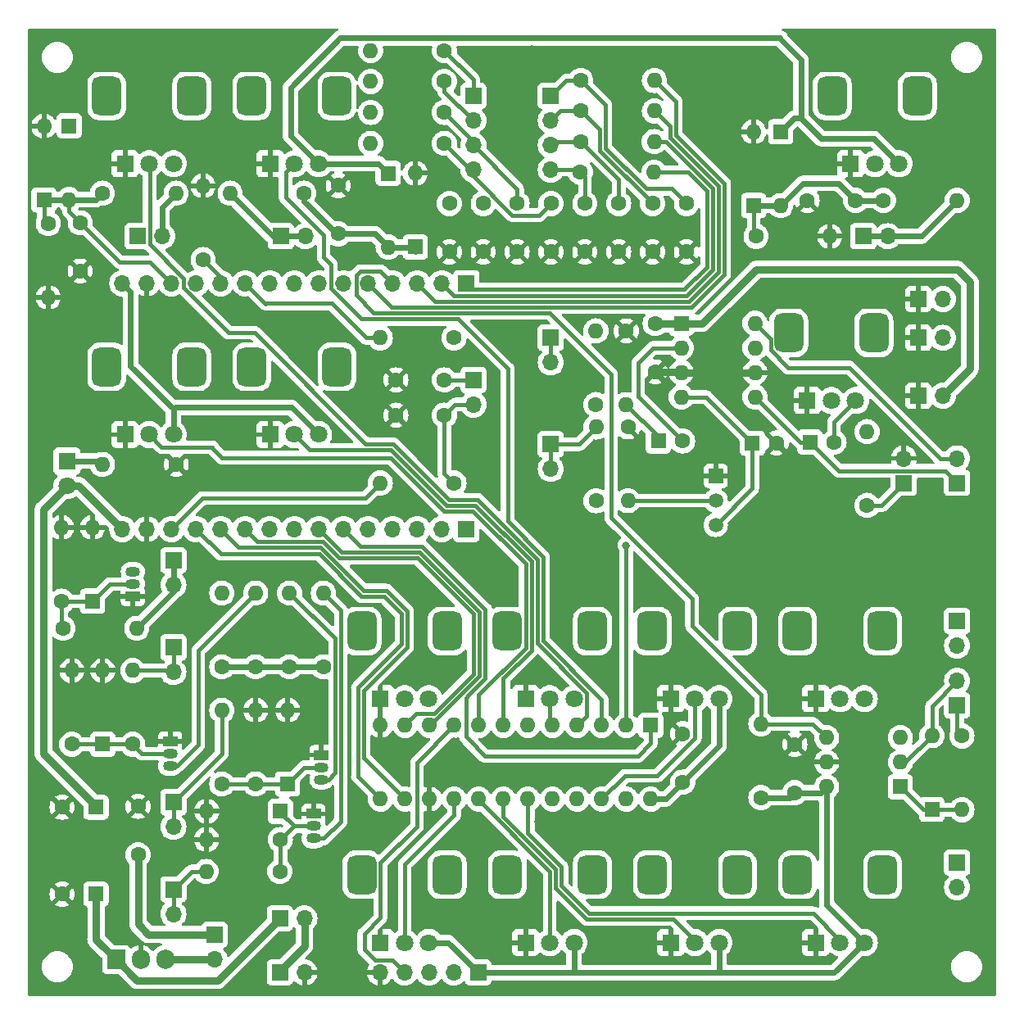
<source format=gbr>
%TF.GenerationSoftware,KiCad,Pcbnew,7.0.9*%
%TF.CreationDate,2024-04-28T18:27:12+01:00*%
%TF.ProjectId,Esp32EduModular,45737033-3245-4647-954d-6f64756c6172,rev?*%
%TF.SameCoordinates,Original*%
%TF.FileFunction,Copper,L1,Top*%
%TF.FilePolarity,Positive*%
%FSLAX46Y46*%
G04 Gerber Fmt 4.6, Leading zero omitted, Abs format (unit mm)*
G04 Created by KiCad (PCBNEW 7.0.9) date 2024-04-28 18:27:12*
%MOMM*%
%LPD*%
G01*
G04 APERTURE LIST*
G04 Aperture macros list*
%AMRoundRect*
0 Rectangle with rounded corners*
0 $1 Rounding radius*
0 $2 $3 $4 $5 $6 $7 $8 $9 X,Y pos of 4 corners*
0 Add a 4 corners polygon primitive as box body*
4,1,4,$2,$3,$4,$5,$6,$7,$8,$9,$2,$3,0*
0 Add four circle primitives for the rounded corners*
1,1,$1+$1,$2,$3*
1,1,$1+$1,$4,$5*
1,1,$1+$1,$6,$7*
1,1,$1+$1,$8,$9*
0 Add four rect primitives between the rounded corners*
20,1,$1+$1,$2,$3,$4,$5,0*
20,1,$1+$1,$4,$5,$6,$7,0*
20,1,$1+$1,$6,$7,$8,$9,0*
20,1,$1+$1,$8,$9,$2,$3,0*%
G04 Aperture macros list end*
%TA.AperFunction,ComponentPad*%
%ADD10O,1.700000X1.700000*%
%TD*%
%TA.AperFunction,ComponentPad*%
%ADD11R,1.700000X1.700000*%
%TD*%
%TA.AperFunction,ComponentPad*%
%ADD12C,1.600000*%
%TD*%
%TA.AperFunction,ComponentPad*%
%ADD13O,1.600000X1.600000*%
%TD*%
%TA.AperFunction,ComponentPad*%
%ADD14R,1.500000X1.050000*%
%TD*%
%TA.AperFunction,ComponentPad*%
%ADD15O,1.500000X1.050000*%
%TD*%
%TA.AperFunction,ComponentPad*%
%ADD16R,1.800000X1.800000*%
%TD*%
%TA.AperFunction,ComponentPad*%
%ADD17C,1.800000*%
%TD*%
%TA.AperFunction,ComponentPad*%
%ADD18RoundRect,0.750000X0.750000X-1.250000X0.750000X1.250000X-0.750000X1.250000X-0.750000X-1.250000X0*%
%TD*%
%TA.AperFunction,ComponentPad*%
%ADD19R,1.600000X1.600000*%
%TD*%
%TA.AperFunction,ComponentPad*%
%ADD20R,1.500000X1.500000*%
%TD*%
%TA.AperFunction,ComponentPad*%
%ADD21C,1.500000*%
%TD*%
%TA.AperFunction,ComponentPad*%
%ADD22R,1.905000X2.000000*%
%TD*%
%TA.AperFunction,ComponentPad*%
%ADD23O,1.905000X2.000000*%
%TD*%
%TA.AperFunction,ViaPad*%
%ADD24C,0.800000*%
%TD*%
%TA.AperFunction,Conductor*%
%ADD25C,0.600000*%
%TD*%
%TA.AperFunction,Conductor*%
%ADD26C,0.400000*%
%TD*%
%TA.AperFunction,Conductor*%
%ADD27C,0.800000*%
%TD*%
G04 APERTURE END LIST*
D10*
%TO.P,J20,2,Pin_2*%
%TO.N,Net-(J20-Pin_1)*%
X104000000Y-84540000D03*
D11*
%TO.P,J20,1,Pin_1*%
X104000000Y-82000000D03*
%TD*%
D10*
%TO.P,J19,2,Pin_2*%
%TO.N,Net-(J19-Pin_1)*%
X104000000Y-95540000D03*
D11*
%TO.P,J19,1,Pin_1*%
X104000000Y-93000000D03*
%TD*%
%TO.P,J18,1,Pin_1*%
%TO.N,/EG2_OUT*%
X146000000Y-136250000D03*
D10*
%TO.P,J18,2,Pin_2*%
X146000000Y-138790000D03*
%TD*%
%TO.P,J17,2,Pin_2*%
%TO.N,/EG1_OUT*%
X146000000Y-113790000D03*
D11*
%TO.P,J17,1,Pin_1*%
X146000000Y-111250000D03*
%TD*%
%TO.P,J13,1,Pin_1*%
%TO.N,Net-(J13-Pin_1)*%
X65000000Y-105000000D03*
D10*
%TO.P,J13,2,Pin_2*%
X65000000Y-107540000D03*
%TD*%
%TO.P,J10,2,Pin_2*%
%TO.N,Net-(J10-Pin_1)*%
X78640000Y-71500000D03*
D11*
%TO.P,J10,1,Pin_1*%
X76100000Y-71500000D03*
%TD*%
D10*
%TO.P,J7,2,Pin_2*%
%TO.N,Net-(J7-Pin_1)*%
X65000000Y-141540000D03*
D11*
%TO.P,J7,1,Pin_1*%
X65000000Y-139000000D03*
%TD*%
D10*
%TO.P,J6,2,Pin_2*%
%TO.N,Net-(J6-Pin_1)*%
X65000000Y-116540000D03*
D11*
%TO.P,J6,1,Pin_1*%
X65000000Y-114000000D03*
%TD*%
D10*
%TO.P,J5,2,Pin_2*%
%TO.N,Net-(J5-Pin_1)*%
X138840000Y-71500000D03*
D11*
%TO.P,J5,1,Pin_1*%
X136300000Y-71500000D03*
%TD*%
D10*
%TO.P,J4,2,Pin_2*%
%TO.N,Net-(J4-Pin_1)*%
X65000000Y-132540000D03*
D11*
%TO.P,J4,1,Pin_1*%
X65000000Y-130000000D03*
%TD*%
D10*
%TO.P,J3,2,Pin_2*%
%TO.N,Net-(J3-Pin_1)*%
X63840000Y-71500000D03*
D11*
%TO.P,J3,1,Pin_1*%
X61300000Y-71500000D03*
%TD*%
D12*
%TO.P,R36,1*%
%TO.N,Net-(J1-Pin_1)*%
X136690000Y-99314000D03*
D13*
%TO.P,R36,2*%
%TO.N,Net-(R36-Pad2)*%
X136690000Y-91694000D03*
%TD*%
D11*
%TO.P,J8,1,Pin_1*%
%TO.N,Net-(J8-Pin_1)*%
X76000000Y-147600000D03*
D10*
%TO.P,J8,2,Pin_2*%
%TO.N,GND*%
X78540000Y-147600000D03*
%TD*%
D12*
%TO.P,R13,1*%
%TO.N,+3.3V*%
X73500000Y-116000000D03*
D13*
%TO.P,R13,2*%
%TO.N,/EG1_GATE*%
X73500000Y-108380000D03*
%TD*%
D12*
%TO.P,C25,1*%
%TO.N,Net-(J22-Pin_2)*%
X97028000Y-68112000D03*
%TO.P,C25,2*%
%TO.N,GND*%
X97028000Y-73112000D03*
%TD*%
D14*
%TO.P,Q1,1,E*%
%TO.N,GND*%
X79475000Y-131200000D03*
D15*
%TO.P,Q1,2,B*%
%TO.N,Net-(D2-K)*%
X79475000Y-132470000D03*
%TO.P,Q1,3,C*%
%TO.N,/EG2_GATE*%
X79475000Y-133740000D03*
%TD*%
D12*
%TO.P,R7,1*%
%TO.N,/VCO2_CV*%
X125222000Y-71500000D03*
D13*
%TO.P,R7,2*%
%TO.N,GND*%
X132842000Y-71500000D03*
%TD*%
D16*
%TO.P,RV1,1,1*%
%TO.N,GND*%
X86400000Y-144500000D03*
D17*
%TO.P,RV1,2,2*%
%TO.N,/EG1A*%
X88900000Y-144500000D03*
%TO.P,RV1,3,3*%
%TO.N,+3.3V*%
X91400000Y-144500000D03*
D18*
%TO.P,RV1,MP*%
%TO.N,N/C*%
X84500000Y-137500000D03*
X93300000Y-137500000D03*
%TD*%
D11*
%TO.P,J1,1,Pin_1*%
%TO.N,Net-(J1-Pin_1)*%
X140500000Y-97000000D03*
D10*
%TO.P,J1,2,Pin_2*%
%TO.N,GND*%
X140500000Y-94460000D03*
%TD*%
D12*
%TO.P,C26,1*%
%TO.N,Net-(J22-Pin_1)*%
X93528000Y-68112000D03*
%TO.P,C26,2*%
%TO.N,GND*%
X93528000Y-73112000D03*
%TD*%
%TO.P,C19,1*%
%TO.N,GND*%
X114800000Y-85520000D03*
%TO.P,C19,2*%
%TO.N,VCC*%
X114800000Y-80520000D03*
%TD*%
%TO.P,R19,1*%
%TO.N,Net-(D5-K)*%
X73500000Y-128110000D03*
D13*
%TO.P,R19,2*%
%TO.N,GND*%
X73500000Y-120490000D03*
%TD*%
D16*
%TO.P,RV14,1,1*%
%TO.N,GND*%
X130510000Y-88470000D03*
D17*
%TO.P,RV14,2,2*%
%TO.N,Net-(R36-Pad2)*%
X133010000Y-88470000D03*
%TO.P,RV14,3,3*%
%TO.N,Net-(C23-Pad2)*%
X135510000Y-88470000D03*
D18*
%TO.P,RV14,MP*%
%TO.N,N/C*%
X128610000Y-81470000D03*
X137410000Y-81470000D03*
%TD*%
D12*
%TO.P,C20,1*%
%TO.N,Net-(J24-Pin_2)*%
X114528000Y-68112000D03*
%TO.P,C20,2*%
%TO.N,GND*%
X114528000Y-73112000D03*
%TD*%
D19*
%TO.P,D12,1,K*%
%TO.N,/VCO2_CV*%
X124968000Y-68326000D03*
D13*
%TO.P,D12,2,A*%
%TO.N,GND*%
X124968000Y-60706000D03*
%TD*%
D12*
%TO.P,R17,1*%
%TO.N,Net-(D5-K)*%
X70000000Y-128110000D03*
D13*
%TO.P,R17,2*%
%TO.N,Net-(J4-Pin_1)*%
X70000000Y-120490000D03*
%TD*%
D12*
%TO.P,R12,1*%
%TO.N,/VCO1_AMP*%
X78486000Y-67056000D03*
D13*
%TO.P,R12,2*%
%TO.N,Net-(J10-Pin_1)*%
X70866000Y-67056000D03*
%TD*%
D12*
%TO.P,R2,1*%
%TO.N,/VCO1_CV*%
X52070000Y-70200000D03*
D13*
%TO.P,R2,2*%
%TO.N,GND*%
X52070000Y-77820000D03*
%TD*%
D12*
%TO.P,R37,1*%
%TO.N,Net-(D8-K)*%
X53442000Y-109220000D03*
D13*
%TO.P,R37,2*%
%TO.N,GND*%
X53442000Y-101600000D03*
%TD*%
D12*
%TO.P,C16,1*%
%TO.N,Net-(J25-Pin_1)*%
X93000000Y-86350000D03*
%TO.P,C16,2*%
%TO.N,GND*%
X88000000Y-86350000D03*
%TD*%
D16*
%TO.P,RV5,1,1*%
%TO.N,GND*%
X86400000Y-119300000D03*
D17*
%TO.P,RV5,2,2*%
%TO.N,/EG2A*%
X88900000Y-119300000D03*
%TO.P,RV5,3,3*%
%TO.N,+3.3V*%
X91400000Y-119300000D03*
D18*
%TO.P,RV5,MP*%
%TO.N,N/C*%
X84500000Y-112300000D03*
X93300000Y-112300000D03*
%TD*%
D12*
%TO.P,R11,1*%
%TO.N,+3.3V*%
X80500000Y-116000000D03*
D13*
%TO.P,R11,2*%
%TO.N,/EG2_GATE*%
X80500000Y-108380000D03*
%TD*%
D16*
%TO.P,RV9,1,1*%
%TO.N,GND*%
X60000000Y-92000000D03*
D17*
%TO.P,RV9,2,2*%
%TO.N,/LFO_R*%
X62500000Y-92000000D03*
%TO.P,RV9,3,3*%
%TO.N,+3.3V*%
X65000000Y-92000000D03*
D18*
%TO.P,RV9,MP*%
%TO.N,N/C*%
X58100000Y-85000000D03*
X66900000Y-85000000D03*
%TD*%
D19*
%TO.P,D1,1,K*%
%TO.N,Net-(D1-K)*%
X143400000Y-130740000D03*
D13*
%TO.P,D1,2,A*%
%TO.N,Net-(D1-A)*%
X143400000Y-123120000D03*
%TD*%
D12*
%TO.P,R23,1*%
%TO.N,GND*%
X111980000Y-91200000D03*
D13*
%TO.P,R23,2*%
%TO.N,Net-(Q3-B)*%
X111980000Y-98820000D03*
%TD*%
D14*
%TO.P,Q2,1,E*%
%TO.N,GND*%
X80300000Y-125110000D03*
D15*
%TO.P,Q2,2,B*%
%TO.N,Net-(D5-K)*%
X80300000Y-126380000D03*
%TO.P,Q2,3,C*%
%TO.N,/EG2_TRIG*%
X80300000Y-127650000D03*
%TD*%
D12*
%TO.P,R32,1*%
%TO.N,Net-(J24-Pin_3)*%
X107080000Y-61720000D03*
D13*
%TO.P,R32,2*%
%TO.N,/VCO2_SAW*%
X114700000Y-61720000D03*
%TD*%
D12*
%TO.P,R1,1*%
%TO.N,/VCO1_CV*%
X57658000Y-67056000D03*
D13*
%TO.P,R1,2*%
%TO.N,Net-(J3-Pin_1)*%
X65278000Y-67056000D03*
%TD*%
D16*
%TO.P,RV6,1,1*%
%TO.N,GND*%
X101400000Y-119300000D03*
D17*
%TO.P,RV6,2,2*%
%TO.N,/EG2D*%
X103900000Y-119300000D03*
%TO.P,RV6,3,3*%
%TO.N,+3.3V*%
X106400000Y-119300000D03*
D18*
%TO.P,RV6,MP*%
%TO.N,N/C*%
X99500000Y-112300000D03*
X108300000Y-112300000D03*
%TD*%
D12*
%TO.P,R31,1*%
%TO.N,Net-(J24-Pin_2)*%
X107100000Y-58550000D03*
D13*
%TO.P,R31,2*%
%TO.N,/VCO2_TRI*%
X114720000Y-58550000D03*
%TD*%
D12*
%TO.P,C18,1*%
%TO.N,Net-(J24-Pin_3)*%
X111028000Y-68112000D03*
%TO.P,C18,2*%
%TO.N,GND*%
X111028000Y-73112000D03*
%TD*%
%TO.P,R4,1*%
%TO.N,Net-(D7-K)*%
X60800000Y-124000000D03*
D13*
%TO.P,R4,2*%
%TO.N,Net-(J6-Pin_1)*%
X60800000Y-116380000D03*
%TD*%
D12*
%TO.P,R34,1*%
%TO.N,Net-(J25-Pin_1)*%
X94000000Y-82000000D03*
D13*
%TO.P,R34,2*%
%TO.N,/LFO_TRI*%
X86380000Y-82000000D03*
%TD*%
D12*
%TO.P,R3,1*%
%TO.N,Net-(J11-Pin_1)*%
X146500000Y-123150000D03*
D13*
%TO.P,R3,2*%
%TO.N,Net-(D1-K)*%
X146500000Y-130770000D03*
%TD*%
D12*
%TO.P,C17,1*%
%TO.N,Net-(J24-Pin_4)*%
X107528000Y-68112000D03*
%TO.P,C17,2*%
%TO.N,GND*%
X107528000Y-73112000D03*
%TD*%
D19*
%TO.P,U4,1,VP*%
%TO.N,VCC*%
X117490000Y-80500000D03*
D13*
%TO.P,U4,2,+*%
%TO.N,Net-(U4-+)*%
X117490000Y-83040000D03*
%TO.P,U4,3,GND*%
%TO.N,GND*%
X117490000Y-85580000D03*
%TO.P,U4,4,V*%
%TO.N,Net-(Q3-E)*%
X117490000Y-88120000D03*
%TO.P,U4,5*%
%TO.N,Net-(J21-Pin_1)*%
X125110000Y-88120000D03*
%TO.P,U4,6,GND*%
%TO.N,GND*%
X125110000Y-85580000D03*
%TO.P,U4,7,NC*%
%TO.N,unconnected-(U4-NC-Pad7)*%
X125110000Y-83040000D03*
%TO.P,U4,8*%
%TO.N,Net-(J21-Pin_2)*%
X125110000Y-80500000D03*
%TD*%
D19*
%TO.P,C13,1*%
%TO.N,Net-(C13-Pad1)*%
X115126888Y-92660000D03*
D12*
%TO.P,C13,2*%
%TO.N,Net-(U4-+)*%
X117626888Y-92660000D03*
%TD*%
%TO.P,R33,1*%
%TO.N,Net-(J24-Pin_4)*%
X107060000Y-64870000D03*
D13*
%TO.P,R33,2*%
%TO.N,/VCO2_SQU*%
X114680000Y-64870000D03*
%TD*%
D12*
%TO.P,C22,1*%
%TO.N,Net-(J22-Pin_4)*%
X104028000Y-68112000D03*
%TO.P,C22,2*%
%TO.N,GND*%
X104028000Y-73112000D03*
%TD*%
%TO.P,R25,1*%
%TO.N,GND*%
X111800000Y-81290000D03*
D13*
%TO.P,R25,2*%
%TO.N,Net-(C13-Pad1)*%
X111800000Y-88910000D03*
%TD*%
D16*
%TO.P,RV10,1,1*%
%TO.N,GND*%
X75000000Y-92000000D03*
D17*
%TO.P,RV10,2,2*%
%TO.N,/LFO_D*%
X77500000Y-92000000D03*
%TO.P,RV10,3,3*%
%TO.N,+3.3V*%
X80000000Y-92000000D03*
D18*
%TO.P,RV10,MP*%
%TO.N,N/C*%
X73100000Y-85000000D03*
X81900000Y-85000000D03*
%TD*%
D11*
%TO.P,J21,1,Pin_1*%
%TO.N,Net-(J21-Pin_1)*%
X146000000Y-97000000D03*
D10*
%TO.P,J21,2,Pin_2*%
%TO.N,Net-(J21-Pin_2)*%
X146000000Y-94460000D03*
%TD*%
D19*
%TO.P,C23,1*%
%TO.N,Net-(J21-Pin_1)*%
X130780000Y-92770000D03*
D12*
%TO.P,C23,2*%
%TO.N,Net-(C23-Pad2)*%
X133280000Y-92770000D03*
%TD*%
D11*
%TO.P,J11,1,Pin_1*%
%TO.N,Net-(J11-Pin_1)*%
X146000000Y-120000000D03*
D10*
%TO.P,J11,2,Pin_2*%
%TO.N,Net-(D1-A)*%
X146000000Y-117460000D03*
%TD*%
D14*
%TO.P,Q4,1,E*%
%TO.N,GND*%
X64664000Y-123698000D03*
D15*
%TO.P,Q4,2,B*%
%TO.N,Net-(D7-K)*%
X64664000Y-124968000D03*
%TO.P,Q4,3,C*%
%TO.N,/EG1_GATE*%
X64664000Y-126238000D03*
%TD*%
D16*
%TO.P,RV11,1,1*%
%TO.N,GND*%
X75000000Y-64000000D03*
D17*
%TO.P,RV11,2,2*%
%TO.N,/VCO1_A*%
X77500000Y-64000000D03*
%TO.P,RV11,3,3*%
%TO.N,+3.3V*%
X80000000Y-64000000D03*
D18*
%TO.P,RV11,MP*%
%TO.N,N/C*%
X73100000Y-57000000D03*
X81900000Y-57000000D03*
%TD*%
D12*
%TO.P,R20,1*%
%TO.N,+3.3V*%
X77000000Y-116000000D03*
D13*
%TO.P,R20,2*%
%TO.N,/EG2_TRIG*%
X77000000Y-108380000D03*
%TD*%
D12*
%TO.P,R35,1*%
%TO.N,Net-(J25-Pin_2)*%
X94000000Y-97000000D03*
D13*
%TO.P,R35,2*%
%TO.N,/LFO_SAW*%
X86380000Y-97000000D03*
%TD*%
D19*
%TO.P,D13,1,K*%
%TO.N,+3.3V*%
X87200000Y-65000000D03*
D13*
%TO.P,D13,2,A*%
%TO.N,/VCO1_AMP*%
X87200000Y-72620000D03*
%TD*%
D12*
%TO.P,R21,1*%
%TO.N,GND*%
X65290000Y-95090000D03*
D13*
%TO.P,R21,2*%
%TO.N,Net-(D6-K)*%
X57670000Y-95090000D03*
%TD*%
D11*
%TO.P,J12,1,Pin_1*%
%TO.N,GND*%
X142000000Y-78000000D03*
D10*
%TO.P,J12,2,Pin_2*%
%TO.N,+3.3V*%
X144540000Y-78000000D03*
%TD*%
D12*
%TO.P,R26,1*%
%TO.N,Net-(J22-Pin_1)*%
X93000000Y-52300000D03*
D13*
%TO.P,R26,2*%
%TO.N,/VCO1_SIN*%
X85380000Y-52300000D03*
%TD*%
D12*
%TO.P,R9,1*%
%TO.N,+3.3V*%
X125720000Y-129510000D03*
D13*
%TO.P,R9,2*%
%TO.N,/MIDI_IN*%
X125720000Y-121890000D03*
%TD*%
D11*
%TO.P,J2,1,Pin_1*%
%TO.N,VCC*%
X69250000Y-143675000D03*
D10*
%TO.P,J2,2,Pin_2*%
%TO.N,Net-(J2-Pin_2)*%
X69250000Y-146215000D03*
%TD*%
D11*
%TO.P,J15,1,Pin_1*%
%TO.N,GND*%
X142000000Y-82000000D03*
D10*
%TO.P,J15,2,Pin_2*%
%TO.N,+3.3V*%
X144540000Y-82000000D03*
%TD*%
D16*
%TO.P,RV12,1,1*%
%TO.N,GND*%
X135000000Y-64000000D03*
D17*
%TO.P,RV12,2,2*%
%TO.N,/VCO2_C*%
X137500000Y-64000000D03*
%TO.P,RV12,3,3*%
%TO.N,+3.3V*%
X140000000Y-64000000D03*
D18*
%TO.P,RV12,MP*%
%TO.N,N/C*%
X133100000Y-57000000D03*
X141900000Y-57000000D03*
%TD*%
D12*
%TO.P,R24,1*%
%TO.N,Net-(C13-Pad1)*%
X108660000Y-88900000D03*
D13*
%TO.P,R24,2*%
%TO.N,Net-(J20-Pin_1)*%
X108660000Y-81280000D03*
%TD*%
D12*
%TO.P,C21,1*%
%TO.N,Net-(J24-Pin_1)*%
X118028000Y-68112000D03*
%TO.P,C21,2*%
%TO.N,GND*%
X118028000Y-73112000D03*
%TD*%
%TO.P,C5,1*%
%TO.N,/VCO1_AMP*%
X82042000Y-71250000D03*
%TO.P,C5,2*%
%TO.N,GND*%
X82042000Y-66250000D03*
%TD*%
D11*
%TO.P,J9,1,Pin_1*%
%TO.N,Net-(J9-Pin_1)*%
X76000000Y-142000000D03*
D10*
%TO.P,J9,2,Pin_2*%
%TO.N,Net-(J8-Pin_1)*%
X78540000Y-142000000D03*
%TD*%
D16*
%TO.P,RV2,1,1*%
%TO.N,GND*%
X101400000Y-144500000D03*
D17*
%TO.P,RV2,2,2*%
%TO.N,/EG1D*%
X103900000Y-144500000D03*
%TO.P,RV2,3,3*%
%TO.N,+3.3V*%
X106400000Y-144500000D03*
D18*
%TO.P,RV2,MP*%
%TO.N,N/C*%
X99500000Y-137500000D03*
X108300000Y-137500000D03*
%TD*%
D12*
%TO.P,C14,1*%
%TO.N,Net-(J25-Pin_2)*%
X93000000Y-90000000D03*
%TO.P,C14,2*%
%TO.N,GND*%
X88000000Y-90000000D03*
%TD*%
%TO.P,C24,1*%
%TO.N,Net-(J22-Pin_3)*%
X100528000Y-68112000D03*
%TO.P,C24,2*%
%TO.N,GND*%
X100528000Y-73112000D03*
%TD*%
%TO.P,R8,1*%
%TO.N,Net-(D2-K)*%
X76000000Y-137150000D03*
D13*
%TO.P,R8,2*%
%TO.N,Net-(J7-Pin_1)*%
X68380000Y-137150000D03*
%TD*%
D19*
%TO.P,D5,1,K*%
%TO.N,Net-(D5-K)*%
X76800000Y-128110000D03*
D13*
%TO.P,D5,2,A*%
%TO.N,GND*%
X76800000Y-120490000D03*
%TD*%
D12*
%TO.P,R27,1*%
%TO.N,Net-(J22-Pin_2)*%
X93000000Y-55500000D03*
D13*
%TO.P,R27,2*%
%TO.N,/VCO1_TRI*%
X85380000Y-55500000D03*
%TD*%
D19*
%TO.P,D14,1,K*%
%TO.N,/VCO1_AMP*%
X90000000Y-72600000D03*
D13*
%TO.P,D14,2,A*%
%TO.N,GND*%
X90000000Y-64980000D03*
%TD*%
D19*
%TO.P,C10,1*%
%TO.N,VCC*%
X57000000Y-130500000D03*
D12*
%TO.P,C10,2*%
%TO.N,GND*%
X53500000Y-130500000D03*
%TD*%
D19*
%TO.P,C15,1*%
%TO.N,Net-(Q3-E)*%
X124824888Y-92880000D03*
D12*
%TO.P,C15,2*%
%TO.N,GND*%
X127324888Y-92880000D03*
%TD*%
D20*
%TO.P,Q3,1,C*%
%TO.N,GND*%
X121052000Y-96266000D03*
D21*
%TO.P,Q3,2,B*%
%TO.N,Net-(Q3-B)*%
X121052000Y-98806000D03*
%TO.P,Q3,3,E*%
%TO.N,Net-(Q3-E)*%
X121052000Y-101346000D03*
%TD*%
D12*
%TO.P,R15,1*%
%TO.N,/VCO1_AMP*%
X68072000Y-73914000D03*
D13*
%TO.P,R15,2*%
%TO.N,GND*%
X68072000Y-66294000D03*
%TD*%
D19*
%TO.P,D8,1,K*%
%TO.N,Net-(D8-K)*%
X56642000Y-109220000D03*
D13*
%TO.P,D8,2,A*%
%TO.N,GND*%
X56642000Y-101600000D03*
%TD*%
D16*
%TO.P,RV8,1,1*%
%TO.N,GND*%
X131400000Y-119300000D03*
D17*
%TO.P,RV8,2,2*%
%TO.N,/EG2R*%
X133900000Y-119300000D03*
%TO.P,RV8,3,3*%
%TO.N,+3.3V*%
X136400000Y-119300000D03*
D18*
%TO.P,RV8,MP*%
%TO.N,N/C*%
X129500000Y-112300000D03*
X138300000Y-112300000D03*
%TD*%
D16*
%TO.P,RV4,1,1*%
%TO.N,GND*%
X131400000Y-144500000D03*
D17*
%TO.P,RV4,2,2*%
%TO.N,/EG1R*%
X133900000Y-144500000D03*
%TO.P,RV4,3,3*%
%TO.N,+3.3V*%
X136400000Y-144500000D03*
D18*
%TO.P,RV4,MP*%
%TO.N,N/C*%
X129500000Y-137500000D03*
X138300000Y-137500000D03*
%TD*%
D12*
%TO.P,R5,1*%
%TO.N,/VCO2_CV*%
X138380000Y-67800000D03*
D13*
%TO.P,R5,2*%
%TO.N,Net-(J5-Pin_1)*%
X146000000Y-67800000D03*
%TD*%
D19*
%TO.P,D7,1,K*%
%TO.N,Net-(D7-K)*%
X57700000Y-124000000D03*
D13*
%TO.P,D7,2,A*%
%TO.N,GND*%
X57700000Y-116380000D03*
%TD*%
D12*
%TO.P,R30,1*%
%TO.N,Net-(J24-Pin_1)*%
X107100000Y-55400000D03*
D13*
%TO.P,R30,2*%
%TO.N,/VCO2_SIN*%
X114720000Y-55400000D03*
%TD*%
D12*
%TO.P,R29,1*%
%TO.N,Net-(J22-Pin_4)*%
X93000000Y-61900000D03*
D13*
%TO.P,R29,2*%
%TO.N,/VCO1_SQU*%
X85380000Y-61900000D03*
%TD*%
D16*
%TO.P,RV7,1,1*%
%TO.N,GND*%
X116400000Y-119300000D03*
D17*
%TO.P,RV7,2,2*%
%TO.N,/EG2S*%
X118900000Y-119300000D03*
%TO.P,RV7,3,3*%
%TO.N,+3.3V*%
X121400000Y-119300000D03*
D18*
%TO.P,RV7,MP*%
%TO.N,N/C*%
X114500000Y-112300000D03*
X123300000Y-112300000D03*
%TD*%
D11*
%TO.P,J25,1,Pin_1*%
%TO.N,Net-(J25-Pin_1)*%
X96000000Y-86350000D03*
D10*
%TO.P,J25,2,Pin_2*%
%TO.N,Net-(J25-Pin_2)*%
X96000000Y-88890000D03*
%TD*%
D15*
%TO.P,Q5,3,C*%
%TO.N,/EG1_TRIG*%
X60812000Y-106172000D03*
%TO.P,Q5,2,B*%
%TO.N,Net-(D8-K)*%
X60812000Y-107442000D03*
D14*
%TO.P,Q5,1,E*%
%TO.N,GND*%
X60812000Y-108712000D03*
%TD*%
D16*
%TO.P,D6,1,K*%
%TO.N,Net-(D6-K)*%
X54000000Y-94750000D03*
D17*
%TO.P,D6,2,A*%
%TO.N,VCC*%
X54000000Y-97290000D03*
%TD*%
D11*
%TO.P,J23,1,Pin_1*%
%TO.N,+3.3V*%
X96500000Y-147600000D03*
D10*
%TO.P,J23,2,Pin_2*%
%TO.N,Net-(J23-Pin_2)*%
X93960000Y-147600000D03*
%TO.P,J23,3,Pin_3*%
%TO.N,Net-(J23-Pin_3)*%
X91420000Y-147600000D03*
%TO.P,J23,4,Pin_4*%
%TO.N,Net-(J23-Pin_4)*%
X88880000Y-147600000D03*
%TO.P,J23,5,Pin_5*%
%TO.N,GND*%
X86340000Y-147600000D03*
%TD*%
D19*
%TO.P,C6,1*%
%TO.N,Net-(J9-Pin_1)*%
X57000000Y-139500000D03*
D12*
%TO.P,C6,2*%
%TO.N,GND*%
X53500000Y-139500000D03*
%TD*%
D16*
%TO.P,RV13,1,1*%
%TO.N,GND*%
X60000000Y-64000000D03*
D17*
%TO.P,RV13,2,2*%
%TO.N,/VCO1_C*%
X62500000Y-64000000D03*
%TO.P,RV13,3,3*%
%TO.N,+3.3V*%
X65000000Y-64000000D03*
D18*
%TO.P,RV13,MP*%
%TO.N,N/C*%
X58100000Y-57000000D03*
X66900000Y-57000000D03*
%TD*%
D12*
%TO.P,C2,1*%
%TO.N,/VCO1_CV*%
X55372000Y-70104000D03*
%TO.P,C2,2*%
%TO.N,GND*%
X55372000Y-75104000D03*
%TD*%
D19*
%TO.P,D10,1,K*%
%TO.N,/VCO1_CV*%
X51625000Y-67740000D03*
D13*
%TO.P,D10,2,A*%
%TO.N,GND*%
X51625000Y-60120000D03*
%TD*%
D12*
%TO.P,R22,1*%
%TO.N,Net-(Q3-B)*%
X108680000Y-98840000D03*
D13*
%TO.P,R22,2*%
%TO.N,Net-(J19-Pin_1)*%
X108680000Y-91220000D03*
%TD*%
D19*
%TO.P,D2,1,K*%
%TO.N,Net-(D2-K)*%
X76070000Y-130925000D03*
D13*
%TO.P,D2,2,A*%
%TO.N,GND*%
X68450000Y-130925000D03*
%TD*%
D12*
%TO.P,R38,1*%
%TO.N,+3.3V*%
X70000000Y-116000000D03*
D13*
%TO.P,R38,2*%
%TO.N,/EG1_TRIG*%
X70000000Y-108380000D03*
%TD*%
D12*
%TO.P,R10,1*%
%TO.N,Net-(D2-K)*%
X76060000Y-133850000D03*
D13*
%TO.P,R10,2*%
%TO.N,GND*%
X68440000Y-133850000D03*
%TD*%
D12*
%TO.P,C4,1*%
%TO.N,/VCO2_CV*%
X135500000Y-67800000D03*
%TO.P,C4,2*%
%TO.N,GND*%
X130500000Y-67800000D03*
%TD*%
D19*
%TO.P,D9,1,K*%
%TO.N,+3.3V*%
X54225000Y-60090000D03*
D13*
%TO.P,D9,2,A*%
%TO.N,/VCO1_CV*%
X54225000Y-67710000D03*
%TD*%
D12*
%TO.P,C3,1*%
%TO.N,GND*%
X129220000Y-124010000D03*
%TO.P,C3,2*%
%TO.N,+3.3V*%
X129220000Y-129010000D03*
%TD*%
%TO.P,C11,1*%
%TO.N,VCC*%
X61350000Y-135425000D03*
%TO.P,C11,2*%
%TO.N,GND*%
X61350000Y-130425000D03*
%TD*%
D11*
%TO.P,J16,1,Pin_1*%
%TO.N,GND*%
X142000000Y-88000000D03*
D10*
%TO.P,J16,2,Pin_2*%
%TO.N,VCC*%
X144540000Y-88000000D03*
%TD*%
D11*
%TO.P,J22,1,Pin_1*%
%TO.N,Net-(J22-Pin_1)*%
X96000000Y-57000000D03*
D10*
%TO.P,J22,2,Pin_2*%
%TO.N,Net-(J22-Pin_2)*%
X96000000Y-59540000D03*
%TO.P,J22,3,Pin_3*%
%TO.N,Net-(J22-Pin_3)*%
X96000000Y-62080000D03*
%TO.P,J22,4,Pin_4*%
%TO.N,Net-(J22-Pin_4)*%
X96000000Y-64620000D03*
%TD*%
D19*
%TO.P,U2,1*%
%TO.N,Net-(D1-K)*%
X140130000Y-128400000D03*
D13*
%TO.P,U2,2*%
%TO.N,Net-(D1-A)*%
X140130000Y-125860000D03*
%TO.P,U2,3*%
%TO.N,unconnected-(U2-Pad3)*%
X140130000Y-123320000D03*
%TO.P,U2,4*%
%TO.N,/MIDI_IN*%
X132510000Y-123320000D03*
%TO.P,U2,5*%
%TO.N,GND*%
X132510000Y-125860000D03*
%TO.P,U2,6*%
%TO.N,+3.3V*%
X132510000Y-128400000D03*
%TD*%
D19*
%TO.P,D11,1,K*%
%TO.N,+3.3V*%
X127762000Y-60706000D03*
D13*
%TO.P,D11,2,A*%
%TO.N,/VCO2_CV*%
X127762000Y-68326000D03*
%TD*%
D16*
%TO.P,RV3,1,1*%
%TO.N,GND*%
X116400000Y-144500000D03*
D17*
%TO.P,RV3,2,2*%
%TO.N,/EG1S*%
X118900000Y-144500000D03*
%TO.P,RV3,3,3*%
%TO.N,+3.3V*%
X121400000Y-144500000D03*
D18*
%TO.P,RV3,MP*%
%TO.N,N/C*%
X114500000Y-137500000D03*
X123300000Y-137500000D03*
%TD*%
D12*
%TO.P,C1,1*%
%TO.N,+3.3V*%
X117640000Y-127920000D03*
%TO.P,C1,2*%
%TO.N,GND*%
X117640000Y-122920000D03*
%TD*%
%TO.P,R14,1*%
%TO.N,Net-(D8-K)*%
X53594000Y-112014000D03*
D13*
%TO.P,R14,2*%
%TO.N,Net-(J13-Pin_1)*%
X61214000Y-112014000D03*
%TD*%
D12*
%TO.P,R6,1*%
%TO.N,Net-(D7-K)*%
X54500000Y-124000000D03*
D13*
%TO.P,R6,2*%
%TO.N,GND*%
X54500000Y-116380000D03*
%TD*%
D12*
%TO.P,R28,1*%
%TO.N,Net-(J22-Pin_3)*%
X93000000Y-58700000D03*
D13*
%TO.P,R28,2*%
%TO.N,/VCO1_SAW*%
X85380000Y-58700000D03*
%TD*%
D19*
%TO.P,U1,1,COM*%
%TO.N,/MUX_ALG_IN*%
X114340000Y-122050000D03*
D13*
%TO.P,U1,2,I7*%
%TO.N,/VCO2_C*%
X111800000Y-122050000D03*
%TO.P,U1,3,I6*%
%TO.N,/VCO1_A*%
X109260000Y-122050000D03*
%TO.P,U1,4,I5*%
%TO.N,/VCO1_C*%
X106720000Y-122050000D03*
%TO.P,U1,5,I4*%
%TO.N,/EG2D*%
X104180000Y-122050000D03*
%TO.P,U1,6,I3*%
%TO.N,/EG2A*%
X101640000Y-122050000D03*
%TO.P,U1,7,I2*%
%TO.N,/LFO_D*%
X99100000Y-122050000D03*
%TO.P,U1,8,I1*%
%TO.N,/LFO_R*%
X96560000Y-122050000D03*
%TO.P,U1,9,I0*%
%TO.N,Net-(J23-Pin_4)*%
X94020000Y-122050000D03*
%TO.P,U1,10,S0*%
%TO.N,/MUX_S0*%
X91480000Y-122050000D03*
%TO.P,U1,11,S1*%
%TO.N,/MUX_S1*%
X88940000Y-122050000D03*
%TO.P,U1,12,GND*%
%TO.N,GND*%
X86400000Y-122050000D03*
%TO.P,U1,13,S3*%
%TO.N,/MUX_S3*%
X86400000Y-129670000D03*
%TO.P,U1,14,S2*%
%TO.N,/MUX_S2*%
X88940000Y-129670000D03*
%TO.P,U1,15,~{E}*%
%TO.N,GND*%
X91480000Y-129670000D03*
%TO.P,U1,16,I15*%
%TO.N,/EG1A*%
X94020000Y-129670000D03*
%TO.P,U1,17,I14*%
%TO.N,/EG1D*%
X96560000Y-129670000D03*
%TO.P,U1,18,I13*%
%TO.N,/EG1S*%
X99100000Y-129670000D03*
%TO.P,U1,19,I12*%
%TO.N,/EG1R*%
X101640000Y-129670000D03*
%TO.P,U1,20,I11*%
%TO.N,Net-(J23-Pin_3)*%
X104180000Y-129670000D03*
%TO.P,U1,21,I10*%
%TO.N,Net-(J23-Pin_2)*%
X106720000Y-129670000D03*
%TO.P,U1,22,I9*%
%TO.N,/EG2S*%
X109260000Y-129670000D03*
%TO.P,U1,23,I8*%
%TO.N,/EG2R*%
X111800000Y-129670000D03*
%TO.P,U1,24,VCC*%
%TO.N,+3.3V*%
X114340000Y-129670000D03*
%TD*%
D11*
%TO.P,J24,1,Pin_1*%
%TO.N,Net-(J24-Pin_1)*%
X104000000Y-57000000D03*
D10*
%TO.P,J24,2,Pin_2*%
%TO.N,Net-(J24-Pin_2)*%
X104000000Y-59540000D03*
%TO.P,J24,3,Pin_3*%
%TO.N,Net-(J24-Pin_3)*%
X104000000Y-62080000D03*
%TO.P,J24,4,Pin_4*%
%TO.N,Net-(J24-Pin_4)*%
X104000000Y-64620000D03*
%TD*%
D11*
%TO.P,J26,1,Pin_1*%
%TO.N,/VCO2_SQU*%
X95280000Y-76360000D03*
D10*
%TO.P,J26,2,Pin_2*%
%TO.N,/VCO2_SAW*%
X92740000Y-76360000D03*
%TO.P,J26,3,Pin_3*%
%TO.N,/VCO2_TRI*%
X90200000Y-76360000D03*
%TO.P,J26,4,Pin_4*%
%TO.N,/MIDI_IN*%
X87660000Y-76360000D03*
%TO.P,J26,5,Pin_5*%
%TO.N,/VCO2_SIN*%
X85120000Y-76360000D03*
%TO.P,J26,6,Pin_6*%
%TO.N,/VCO1_SQU*%
X82580000Y-76360000D03*
%TO.P,J26,7,Pin_7*%
%TO.N,/VCO1_SAW*%
X80040000Y-76360000D03*
%TO.P,J26,8,Pin_8*%
%TO.N,/VCO1_TRI*%
X77500000Y-76360000D03*
%TO.P,J26,9,Pin_9*%
%TO.N,/VCO1_SIN*%
X74960000Y-76360000D03*
%TO.P,J26,10,Pin_10*%
%TO.N,/LFO_TRI*%
X72420000Y-76360000D03*
%TO.P,J26,11,Pin_11*%
%TO.N,/VCO1_AMP*%
X69880000Y-76360000D03*
%TO.P,J26,12,Pin_12*%
%TO.N,/VCO2_CV*%
X67340000Y-76360000D03*
%TO.P,J26,13,Pin_13*%
%TO.N,/VCO1_CV*%
X64800000Y-76360000D03*
%TO.P,J26,14,Pin_14*%
%TO.N,GND*%
X62260000Y-76360000D03*
%TO.P,J26,15,Pin_15*%
%TO.N,+3.3V*%
X59720000Y-76360000D03*
%TD*%
D22*
%TO.P,U6,1,IN*%
%TO.N,Net-(J9-Pin_1)*%
X59085000Y-146255000D03*
D23*
%TO.P,U6,2,GND*%
%TO.N,GND*%
X61625000Y-146255000D03*
%TO.P,U6,3,OUT*%
%TO.N,Net-(J2-Pin_2)*%
X64165000Y-146255000D03*
%TD*%
D11*
%TO.P,J14,1,Pin_1*%
%TO.N,Net-(J14-Pin_1)*%
X95280000Y-101760000D03*
D10*
%TO.P,J14,2,Pin_2*%
%TO.N,/EG2_GATE*%
X92740000Y-101760000D03*
%TO.P,J14,3,Pin_3*%
%TO.N,/EG2_TRIG*%
X90200000Y-101760000D03*
%TO.P,J14,4,Pin_4*%
%TO.N,/EG1_GATE*%
X87660000Y-101760000D03*
%TO.P,J14,5,Pin_5*%
%TO.N,/EG1_TRIG*%
X85120000Y-101760000D03*
%TO.P,J14,6,Pin_6*%
%TO.N,/MUX_ALG_IN*%
X82580000Y-101760000D03*
%TO.P,J14,7,Pin_7*%
%TO.N,/MUX_S0*%
X80040000Y-101760000D03*
%TO.P,J14,8,Pin_8*%
%TO.N,/EG1_OUT*%
X77500000Y-101760000D03*
%TO.P,J14,9,Pin_9*%
%TO.N,/EG2_OUT*%
X74960000Y-101760000D03*
%TO.P,J14,10,Pin_10*%
%TO.N,/MUX_S1*%
X72420000Y-101760000D03*
%TO.P,J14,11,Pin_11*%
%TO.N,/MUX_S2*%
X69880000Y-101760000D03*
%TO.P,J14,12,Pin_12*%
%TO.N,/MUX_S3*%
X67340000Y-101760000D03*
%TO.P,J14,13,Pin_13*%
%TO.N,/LFO_SAW*%
X64800000Y-101760000D03*
%TO.P,J14,14,Pin_14*%
%TO.N,GND*%
X62260000Y-101760000D03*
%TO.P,J14,15,Pin_15*%
%TO.N,VCC*%
X59720000Y-101760000D03*
%TD*%
D24*
%TO.N,GND*%
X98044000Y-123698000D03*
X93980000Y-123698000D03*
X110490000Y-123952000D03*
X103124000Y-123952000D03*
X54356000Y-121412000D03*
X73406000Y-130556000D03*
X61214000Y-69088000D03*
X144920000Y-64380000D03*
X78620000Y-58500000D03*
X65100000Y-81000000D03*
X97020000Y-96990000D03*
X77380000Y-81000000D03*
X62992000Y-140462000D03*
X132080000Y-104648000D03*
X103970000Y-75800000D03*
X113440000Y-52270000D03*
X113320000Y-117300000D03*
X91000000Y-141000000D03*
X95758000Y-91948000D03*
X58810000Y-50970000D03*
X71120000Y-73660000D03*
X101650000Y-99160000D03*
X108830000Y-144430000D03*
X105590000Y-108750000D03*
X82940000Y-97060000D03*
X110490000Y-117300000D03*
X148830000Y-143140000D03*
X90070000Y-106470000D03*
X141040000Y-67830000D03*
X107600000Y-75800000D03*
X141210000Y-51670000D03*
X93980000Y-126238000D03*
X102030000Y-141000000D03*
X98050000Y-141000000D03*
X123250000Y-70040000D03*
X57510000Y-126820000D03*
X124910000Y-52350000D03*
X105820000Y-134310000D03*
X75260000Y-73700000D03*
X124968000Y-78486000D03*
X124250000Y-149120000D03*
X88450000Y-126000000D03*
X102730000Y-132000000D03*
X51400000Y-134980000D03*
X135200000Y-51690000D03*
X143990000Y-99540000D03*
X132930000Y-114430000D03*
X98940000Y-148950000D03*
X75240000Y-113000000D03*
X71790000Y-113000000D03*
X132230000Y-99700000D03*
X78100000Y-51080000D03*
X96290000Y-132000000D03*
X124000000Y-123720000D03*
X148082000Y-113360000D03*
X123952000Y-101346000D03*
X67564000Y-108458000D03*
X112310000Y-61590000D03*
X146780000Y-73720000D03*
X133050000Y-108780000D03*
X85430000Y-106500000D03*
X50800000Y-83312000D03*
X148780000Y-136720000D03*
X88240000Y-132000000D03*
X76340000Y-87160000D03*
X61340000Y-126710000D03*
X98500000Y-104580000D03*
X51054000Y-90678000D03*
X94200000Y-104580000D03*
X101600000Y-85598000D03*
X119950000Y-117300000D03*
X88500000Y-98000000D03*
X118028000Y-70612000D03*
X98500000Y-108450000D03*
X123952000Y-104648000D03*
X141460000Y-108820000D03*
X78760000Y-113000000D03*
X54540000Y-99650000D03*
X94050000Y-141000000D03*
X140840000Y-149010000D03*
X120060000Y-122550000D03*
X108780000Y-149010000D03*
X57080000Y-148510000D03*
X111070000Y-75800000D03*
X75570000Y-58500000D03*
X72570000Y-142030000D03*
X90560000Y-92490000D03*
X54700000Y-92100000D03*
X89190000Y-52300000D03*
X123210000Y-64820000D03*
X102000000Y-52200000D03*
X148080000Y-102280000D03*
X99050000Y-81000000D03*
X69850000Y-105664000D03*
X124000000Y-118800000D03*
X113538000Y-101092000D03*
X105530000Y-66400000D03*
X68270000Y-50970000D03*
X124140000Y-144600000D03*
X132334000Y-83058000D03*
X108204000Y-102616000D03*
X105664000Y-89408000D03*
X83870000Y-132000000D03*
X147430000Y-133060000D03*
X58440000Y-134790000D03*
X77830000Y-95790000D03*
X72650000Y-148320000D03*
X147510000Y-125090000D03*
X108180000Y-131880000D03*
X141732000Y-73152000D03*
X118970000Y-114430000D03*
X83400000Y-117200000D03*
X113450000Y-108860000D03*
X133858000Y-77978000D03*
%TO.N,/VCO2_C*%
X111800000Y-103450000D03*
%TD*%
D25*
%TO.N,Net-(J13-Pin_1)*%
X65000000Y-107540000D02*
X65000000Y-105000000D01*
X65000000Y-108228000D02*
X65000000Y-107540000D01*
X61214000Y-112014000D02*
X65000000Y-108228000D01*
D26*
%TO.N,Net-(J4-Pin_1)*%
X65000000Y-130000000D02*
X65000000Y-132540000D01*
X70000000Y-125000000D02*
X65000000Y-130000000D01*
X70000000Y-120490000D02*
X70000000Y-125000000D01*
%TO.N,/MUX_ALG_IN*%
X97222000Y-125222000D02*
X113030000Y-125222000D01*
X95474000Y-123474000D02*
X95220000Y-123220000D01*
X95474000Y-123474000D02*
X97222000Y-125222000D01*
X113030000Y-125222000D02*
X114340000Y-123912000D01*
X114340000Y-123912000D02*
X114340000Y-122050000D01*
%TO.N,/LFO_SAW*%
X84828000Y-98552000D02*
X86380000Y-97000000D01*
X68008000Y-98552000D02*
X84828000Y-98552000D01*
X64800000Y-101760000D02*
X68008000Y-98552000D01*
%TO.N,/MUX_S3*%
X84061500Y-127331500D02*
X84238000Y-127508000D01*
X84348500Y-117876500D02*
X84061500Y-118163500D01*
X84061500Y-118163500D02*
X84061500Y-127331500D01*
X84240000Y-127510000D02*
X84238000Y-127508000D01*
X88554000Y-113671000D02*
X84348500Y-117876500D01*
%TO.N,/MUX_S2*%
X84661500Y-125391500D02*
X88940000Y-129670000D01*
X89154000Y-110236000D02*
X89154000Y-113951000D01*
X87030000Y-108112000D02*
X89154000Y-110236000D01*
X84694944Y-108112000D02*
X87030000Y-108112000D01*
X84661500Y-118443500D02*
X84661500Y-125391500D01*
X71730000Y-103610000D02*
X80192944Y-103610000D01*
X80192944Y-103610000D02*
X84694944Y-108112000D01*
X89154000Y-113951000D02*
X84661500Y-118443500D01*
X69880000Y-101760000D02*
X71730000Y-103610000D01*
%TO.N,/EG2_GATE*%
X80535000Y-133740000D02*
X79475000Y-133740000D01*
X82300000Y-131975000D02*
X80535000Y-133740000D01*
X82300000Y-110180000D02*
X82300000Y-131975000D01*
X80500000Y-108380000D02*
X82300000Y-110180000D01*
%TO.N,/MUX_S3*%
X86781472Y-108712000D02*
X88554000Y-110484528D01*
X80066416Y-104332000D02*
X84446416Y-108712000D01*
X84446416Y-108712000D02*
X86781472Y-108712000D01*
X88554000Y-110484528D02*
X88554000Y-113671000D01*
X69912000Y-104332000D02*
X80066416Y-104332000D01*
X67340000Y-101760000D02*
X69912000Y-104332000D01*
D25*
%TO.N,Net-(J10-Pin_1)*%
X76100000Y-71500000D02*
X78640000Y-71500000D01*
D26*
%TO.N,Net-(J6-Pin_1)*%
X64840000Y-116380000D02*
X65000000Y-116540000D01*
X60800000Y-116380000D02*
X64840000Y-116380000D01*
X65000000Y-114000000D02*
X65000000Y-116540000D01*
D27*
%TO.N,VCC*%
X61350000Y-142630000D02*
X62395000Y-143675000D01*
X62395000Y-143675000D02*
X69250000Y-143675000D01*
X61350000Y-135425000D02*
X61350000Y-142630000D01*
D26*
%TO.N,Net-(J7-Pin_1)*%
X65000000Y-141540000D02*
X65000000Y-139000000D01*
X66850000Y-137150000D02*
X65000000Y-139000000D01*
X68380000Y-137150000D02*
X66850000Y-137150000D01*
%TO.N,/EG1_GATE*%
X65364000Y-126238000D02*
X64664000Y-126238000D01*
X67564000Y-124038000D02*
X65364000Y-126238000D01*
X67564000Y-114316000D02*
X67564000Y-124038000D01*
X73500000Y-108380000D02*
X67564000Y-114316000D01*
%TO.N,Net-(D7-K)*%
X61768000Y-124968000D02*
X60800000Y-124000000D01*
X64664000Y-124968000D02*
X61768000Y-124968000D01*
%TO.N,Net-(D8-K)*%
X58420000Y-107442000D02*
X56642000Y-109220000D01*
X60812000Y-107442000D02*
X58420000Y-107442000D01*
X53442000Y-109220000D02*
X56642000Y-109220000D01*
X53442000Y-111862000D02*
X53594000Y-112014000D01*
X53442000Y-109220000D02*
X53442000Y-111862000D01*
%TO.N,Net-(J20-Pin_1)*%
X104000000Y-82000000D02*
X104000000Y-84540000D01*
%TO.N,Net-(J19-Pin_1)*%
X104000000Y-93000000D02*
X104000000Y-95540000D01*
%TO.N,/VCO1_C*%
X70682233Y-81470000D02*
X72136000Y-81470000D01*
X66050000Y-76837767D02*
X70682233Y-81470000D01*
X62500000Y-64000000D02*
X62550000Y-64050000D01*
X62550000Y-64050000D02*
X62550000Y-72342233D01*
X72136000Y-81470000D02*
X73370000Y-81470000D01*
X66050000Y-75842233D02*
X66050000Y-76837767D01*
X62550000Y-72342233D02*
X66050000Y-75842233D01*
%TO.N,/VCO1_A*%
X80518000Y-71410233D02*
X80518000Y-73650000D01*
X76600000Y-67492233D02*
X80518000Y-71410233D01*
X80518000Y-73650000D02*
X81290000Y-74422000D01*
X76600000Y-64900000D02*
X76600000Y-67492233D01*
X81290000Y-74422000D02*
X81290000Y-76890000D01*
X77500000Y-64000000D02*
X76600000Y-64900000D01*
D25*
%TO.N,/VCO1_AMP*%
X78486000Y-67056000D02*
X78486000Y-67886000D01*
X78486000Y-67886000D02*
X81850000Y-71250000D01*
%TO.N,Net-(J10-Pin_1)*%
X76300000Y-71500000D02*
X75310000Y-71500000D01*
X75310000Y-71500000D02*
X70866000Y-67056000D01*
D26*
%TO.N,/VCO1_AMP*%
X69880000Y-76360000D02*
X69880000Y-75722000D01*
X69880000Y-75722000D02*
X68072000Y-73914000D01*
%TO.N,/VCO1_CV*%
X62608000Y-74168000D02*
X64800000Y-76360000D01*
X59436000Y-74168000D02*
X62608000Y-74168000D01*
X55372000Y-70104000D02*
X59436000Y-74168000D01*
X54225000Y-68957000D02*
X55372000Y-70104000D01*
X54225000Y-67710000D02*
X54225000Y-68957000D01*
X51625000Y-69755000D02*
X52070000Y-70200000D01*
X51625000Y-67740000D02*
X51625000Y-69755000D01*
D25*
%TO.N,Net-(J3-Pin_1)*%
X63840000Y-71500000D02*
X63840000Y-68494000D01*
X63840000Y-68494000D02*
X65278000Y-67056000D01*
%TO.N,/VCO1_CV*%
X57004000Y-67710000D02*
X57658000Y-67056000D01*
X54225000Y-67710000D02*
X57004000Y-67710000D01*
%TO.N,/VCO2_CV*%
X133740000Y-66040000D02*
X135500000Y-67800000D01*
X130048000Y-66040000D02*
X133740000Y-66040000D01*
X127762000Y-68326000D02*
X130048000Y-66040000D01*
X127762000Y-68326000D02*
X124968000Y-68326000D01*
X138380000Y-67800000D02*
X135500000Y-67800000D01*
%TO.N,Net-(J5-Pin_1)*%
X142300000Y-71500000D02*
X146000000Y-67800000D01*
X138840000Y-71500000D02*
X142300000Y-71500000D01*
X136300000Y-71500000D02*
X138840000Y-71500000D01*
D26*
%TO.N,/VCO2_CV*%
X124968000Y-71246000D02*
X125222000Y-71500000D01*
X124968000Y-68326000D02*
X124968000Y-71246000D01*
D25*
%TO.N,+3.3V*%
X73500000Y-116000000D02*
X77000000Y-116000000D01*
X59720000Y-76360000D02*
X60570000Y-77210000D01*
X60570000Y-84940000D02*
X65000000Y-89370000D01*
X133300000Y-147600000D02*
X121350000Y-147600000D01*
X129850000Y-59310000D02*
X129158000Y-59310000D01*
X93400000Y-144500000D02*
X96500000Y-147600000D01*
X128720000Y-129510000D02*
X129220000Y-129010000D01*
X60570000Y-84074000D02*
X60570000Y-84580000D01*
X106400000Y-144500000D02*
X106400000Y-147550000D01*
X137400000Y-61400000D02*
X140000000Y-64000000D01*
X131940000Y-61400000D02*
X137400000Y-61400000D01*
X121400000Y-124160000D02*
X117640000Y-127920000D01*
X121400000Y-119500000D02*
X121400000Y-124160000D01*
X77100000Y-61100000D02*
X80000000Y-64000000D01*
X70000000Y-116000000D02*
X73500000Y-116000000D01*
X129158000Y-59310000D02*
X127762000Y-60706000D01*
X121400000Y-147550000D02*
X121350000Y-147600000D01*
X86200000Y-64000000D02*
X87200000Y-65000000D01*
X129220000Y-129010000D02*
X131900000Y-129010000D01*
X125720000Y-129510000D02*
X128720000Y-129510000D01*
X129850000Y-59310000D02*
X131940000Y-61400000D01*
X127690000Y-51080000D02*
X129850000Y-53240000D01*
X132510000Y-140610000D02*
X136400000Y-144500000D01*
X65180000Y-89190000D02*
X65000000Y-89370000D01*
X127690000Y-51000000D02*
X127690000Y-51080000D01*
X91400000Y-144500000D02*
X93400000Y-144500000D01*
X60570000Y-84074000D02*
X60570000Y-84940000D01*
X60570000Y-77210000D02*
X60570000Y-84074000D01*
X106350000Y-147600000D02*
X96500000Y-147600000D01*
X132510000Y-128400000D02*
X132510000Y-140610000D01*
X54225000Y-60555000D02*
X54225000Y-60090000D01*
X77100000Y-61100000D02*
X77100000Y-56150000D01*
X136400000Y-144500000D02*
X133300000Y-147600000D01*
X65000000Y-89370000D02*
X65000000Y-92000000D01*
X80000000Y-64000000D02*
X86200000Y-64000000D01*
X121350000Y-147600000D02*
X106350000Y-147600000D01*
X77190000Y-89190000D02*
X80000000Y-92000000D01*
X129850000Y-53240000D02*
X129850000Y-59080000D01*
X74360000Y-89190000D02*
X65180000Y-89190000D01*
X131900000Y-129010000D02*
X132510000Y-128400000D01*
X115890000Y-129670000D02*
X114340000Y-129670000D01*
X77000000Y-116000000D02*
X80500000Y-116000000D01*
X106400000Y-147550000D02*
X106350000Y-147600000D01*
X121400000Y-144500000D02*
X121400000Y-147550000D01*
X74360000Y-89190000D02*
X77190000Y-89190000D01*
X117640000Y-127920000D02*
X115890000Y-129670000D01*
X82250000Y-51000000D02*
X127690000Y-51000000D01*
X77100000Y-56150000D02*
X82250000Y-51000000D01*
D27*
%TO.N,GND*%
X114800000Y-85520000D02*
X117430000Y-85520000D01*
X117490000Y-85580000D02*
X125110000Y-85580000D01*
X117430000Y-85520000D02*
X117490000Y-85580000D01*
D25*
%TO.N,/VCO1_CV*%
X54260000Y-67675000D02*
X54225000Y-67710000D01*
X54225000Y-67710000D02*
X51655000Y-67710000D01*
X51655000Y-67710000D02*
X51625000Y-67740000D01*
D27*
%TO.N,VCC*%
X51562000Y-124968000D02*
X51562000Y-104902000D01*
X57000000Y-130406000D02*
X51562000Y-124968000D01*
X51562000Y-104902000D02*
X51562000Y-99728000D01*
X69250000Y-143325000D02*
X69250000Y-143675000D01*
X114800000Y-80520000D02*
X117470000Y-80520000D01*
X69250000Y-143300000D02*
X69250000Y-143675000D01*
X119640000Y-80500000D02*
X125210000Y-74930000D01*
X125210000Y-74930000D02*
X146050000Y-74930000D01*
X147320000Y-76200000D02*
X147320000Y-85220000D01*
X51562000Y-99728000D02*
X54000000Y-97290000D01*
X146050000Y-74930000D02*
X147320000Y-76200000D01*
X147320000Y-85220000D02*
X144540000Y-88000000D01*
X55250000Y-97290000D02*
X59720000Y-101760000D01*
X117470000Y-80520000D02*
X117490000Y-80500000D01*
X117490000Y-80500000D02*
X119640000Y-80500000D01*
X54000000Y-97290000D02*
X55250000Y-97290000D01*
D26*
%TO.N,Net-(U4-+)*%
X117626888Y-92660000D02*
X113030000Y-88063112D01*
X114572000Y-83040000D02*
X117490000Y-83040000D01*
X113030000Y-84582000D02*
X114572000Y-83040000D01*
X113030000Y-88063112D02*
X113030000Y-84582000D01*
%TO.N,Net-(D1-A)*%
X143400000Y-120060000D02*
X143400000Y-123120000D01*
X143400000Y-123120000D02*
X140660000Y-125860000D01*
X140660000Y-125860000D02*
X140130000Y-125860000D01*
X146000000Y-117460000D02*
X143400000Y-120060000D01*
%TO.N,/EG2_TRIG*%
X81000000Y-127650000D02*
X80300000Y-127650000D01*
X81700000Y-113080000D02*
X81700000Y-126950000D01*
X81700000Y-113080000D02*
X77000000Y-108380000D01*
X81700000Y-126950000D02*
X81000000Y-127650000D01*
%TO.N,Net-(D2-K)*%
X76060000Y-137090000D02*
X76000000Y-137150000D01*
X76060000Y-133850000D02*
X76060000Y-137090000D01*
X76070000Y-131100000D02*
X77440000Y-132470000D01*
X79475000Y-132470000D02*
X77440000Y-132470000D01*
X76070000Y-130925000D02*
X76070000Y-131100000D01*
X77440000Y-132470000D02*
X76060000Y-133850000D01*
%TO.N,Net-(D5-K)*%
X78530000Y-126380000D02*
X76800000Y-128110000D01*
X76800000Y-128110000D02*
X72628000Y-128110000D01*
X80300000Y-126380000D02*
X78530000Y-126380000D01*
X70000000Y-128110000D02*
X72628000Y-128110000D01*
%TO.N,Net-(J1-Pin_1)*%
X136690000Y-99314000D02*
X138186000Y-99314000D01*
X138186000Y-99314000D02*
X140500000Y-97000000D01*
D27*
%TO.N,Net-(J9-Pin_1)*%
X61230000Y-148400000D02*
X69600000Y-148400000D01*
X59085000Y-146255000D02*
X61230000Y-148400000D01*
X57000000Y-139500000D02*
X57000000Y-144170000D01*
X57000000Y-144170000D02*
X59085000Y-146255000D01*
X69600000Y-148400000D02*
X76000000Y-142000000D01*
D26*
%TO.N,/MUX_ALG_IN*%
X97230000Y-117207056D02*
X95531028Y-118906028D01*
X84360000Y-103540000D02*
X90075000Y-103540000D01*
X95220000Y-119217056D02*
X95531028Y-118906028D01*
X95220000Y-123220000D02*
X95220000Y-119217056D01*
X97230000Y-110051472D02*
X97230000Y-117207056D01*
X90718528Y-103540000D02*
X97230000Y-110051472D01*
X90075000Y-103540000D02*
X90718528Y-103540000D01*
X82580000Y-101760000D02*
X84360000Y-103540000D01*
%TO.N,/MUX_S0*%
X96630000Y-116958528D02*
X91538528Y-122050000D01*
X90470000Y-104140000D02*
X96630000Y-110300000D01*
X96630000Y-110300000D02*
X96630000Y-116958528D01*
X91538528Y-122050000D02*
X91360000Y-122050000D01*
X82420000Y-104140000D02*
X90470000Y-104140000D01*
X80040000Y-101760000D02*
X82420000Y-104140000D01*
%TO.N,/MUX_S1*%
X72420000Y-101760000D02*
X73670000Y-103010000D01*
X73670000Y-103010000D02*
X80441472Y-103010000D01*
X96010000Y-110528528D02*
X96010000Y-116730000D01*
X96010000Y-116730000D02*
X91940000Y-120800000D01*
X90221472Y-104740000D02*
X96010000Y-110528528D01*
X82171472Y-104740000D02*
X90221472Y-104740000D01*
X90070000Y-120800000D02*
X88820000Y-122050000D01*
X80441472Y-103010000D02*
X82171472Y-104740000D01*
X91940000Y-120800000D02*
X90070000Y-120800000D01*
%TO.N,/MUX_S3*%
X84240000Y-127510000D02*
X86400000Y-129670000D01*
%TO.N,/MIDI_IN*%
X125720000Y-118901472D02*
X125720000Y-121890000D01*
X110236000Y-85760000D02*
X110236000Y-100584000D01*
X118598264Y-108946264D02*
X118598264Y-111779736D01*
X83870000Y-75530000D02*
X83870000Y-77555000D01*
X110236000Y-100584000D02*
X118598264Y-108946264D01*
X83870000Y-77555000D02*
X85725000Y-79410000D01*
X84295000Y-75105000D02*
X86405000Y-75105000D01*
X84295000Y-75105000D02*
X83870000Y-75530000D01*
X132510000Y-123320000D02*
X131080000Y-121890000D01*
X86405000Y-75105000D02*
X87660000Y-76360000D01*
X103886000Y-79410000D02*
X110236000Y-85760000D01*
X85725000Y-79410000D02*
X103886000Y-79410000D01*
X131080000Y-121890000D02*
X125720000Y-121890000D01*
X118598264Y-111779736D02*
X125720000Y-118901472D01*
%TO.N,/VCO2_SIN*%
X121942000Y-75421584D02*
X118553584Y-78810000D01*
X116930000Y-57610000D02*
X116930000Y-61044416D01*
X87570000Y-78810000D02*
X85120000Y-76360000D01*
X121942000Y-66056416D02*
X121942000Y-75421584D01*
X118553584Y-78810000D02*
X87570000Y-78810000D01*
X116930000Y-61044416D02*
X121942000Y-66056416D01*
X114720000Y-55400000D02*
X116930000Y-57610000D01*
%TO.N,/VCO2_TRI*%
X121342000Y-66304944D02*
X121342000Y-75173056D01*
X121342000Y-75173056D02*
X118305056Y-78210000D01*
X114720000Y-58550000D02*
X116330000Y-60160000D01*
X116330000Y-60160000D02*
X116330000Y-61292944D01*
X92050000Y-78210000D02*
X90200000Y-76360000D01*
X118305056Y-78210000D02*
X92050000Y-78210000D01*
X116330000Y-61292944D02*
X121342000Y-66304944D01*
%TO.N,/VCO2_SAW*%
X93990000Y-77610000D02*
X118056528Y-77610000D01*
X118056528Y-77610000D02*
X120742000Y-74924528D01*
X120742000Y-66553472D02*
X115908528Y-61720000D01*
X120742000Y-74924528D02*
X120742000Y-66553472D01*
X115908528Y-61720000D02*
X114700000Y-61720000D01*
X92740000Y-76360000D02*
X93990000Y-77610000D01*
%TO.N,/VCO2_SQU*%
X120142000Y-66802000D02*
X120142000Y-74676000D01*
X118210000Y-64870000D02*
X120142000Y-66802000D01*
X117808000Y-77010000D02*
X95930000Y-77010000D01*
X120142000Y-74676000D02*
X117808000Y-77010000D01*
X95930000Y-77010000D02*
X95280000Y-76360000D01*
X114680000Y-64870000D02*
X118210000Y-64870000D01*
%TO.N,/LFO_TRI*%
X74517500Y-78457500D02*
X74525000Y-78450000D01*
X81350000Y-78450000D02*
X84900000Y-82000000D01*
X74517500Y-78457500D02*
X72420000Y-76360000D01*
X74525000Y-78450000D02*
X81350000Y-78450000D01*
X86380000Y-82000000D02*
X84900000Y-82000000D01*
%TO.N,Net-(J24-Pin_1)*%
X109646815Y-57946815D02*
X109646815Y-62382287D01*
X113864528Y-66600000D02*
X116516000Y-66600000D01*
X109646815Y-62382287D02*
X113864528Y-66600000D01*
X107100000Y-55400000D02*
X105600000Y-55400000D01*
X105600000Y-55400000D02*
X104000000Y-57000000D01*
X107100000Y-55400000D02*
X109646815Y-57946815D01*
X116516000Y-66600000D02*
X118028000Y-68112000D01*
%TO.N,Net-(J25-Pin_1)*%
X96000000Y-86350000D02*
X93000000Y-86350000D01*
D25*
%TO.N,Net-(D6-K)*%
X57330000Y-94750000D02*
X57670000Y-95090000D01*
X54000000Y-94750000D02*
X57330000Y-94750000D01*
D26*
%TO.N,/EG1A*%
X88900000Y-136430000D02*
X94020000Y-131310000D01*
X94020000Y-131310000D02*
X94020000Y-129670000D01*
X88900000Y-144250000D02*
X88900000Y-136430000D01*
%TO.N,/EG1D*%
X103900000Y-137130000D02*
X103900000Y-138440000D01*
X103900000Y-138440000D02*
X103900000Y-144250000D01*
X96440000Y-129670000D02*
X103900000Y-137130000D01*
%TO.N,/EG1S*%
X116715000Y-142065000D02*
X118900000Y-144250000D01*
X99100000Y-131481472D02*
X99519264Y-131900736D01*
X107681472Y-142065000D02*
X116715000Y-142065000D01*
X99519264Y-131900736D02*
X104500000Y-136881472D01*
X104500000Y-136881472D02*
X104500000Y-138883528D01*
X104500000Y-138883528D02*
X107681472Y-142065000D01*
X99100000Y-129670000D02*
X99100000Y-131481472D01*
%TO.N,/EG1R*%
X105100000Y-138635000D02*
X105100000Y-136632944D01*
X105100000Y-136632944D02*
X101973528Y-133506472D01*
X101640000Y-129670000D02*
X101640000Y-133172944D01*
X101640000Y-133172944D02*
X101973528Y-133506472D01*
X133900000Y-144250000D02*
X131115000Y-141465000D01*
X131115000Y-141465000D02*
X107930000Y-141465000D01*
X107930000Y-141465000D02*
X105100000Y-138635000D01*
%TO.N,/EG2D*%
X103900000Y-121770000D02*
X104180000Y-122050000D01*
X103900000Y-119300000D02*
X103900000Y-121770000D01*
%TO.N,/EG2S*%
X118900000Y-119500000D02*
X118900000Y-119910000D01*
X115003057Y-127254000D02*
X111676000Y-127254000D01*
X118900000Y-119300000D02*
X118900000Y-123357057D01*
X111676000Y-127254000D02*
X109260000Y-129670000D01*
X118900000Y-123357057D02*
X115003057Y-127254000D01*
%TO.N,/LFO_R*%
X92969472Y-99920000D02*
X95950000Y-99920000D01*
X87438736Y-94389264D02*
X92969472Y-99920000D01*
X96560000Y-118866346D02*
X96560000Y-122050000D01*
X69020000Y-93360000D02*
X70049264Y-94389264D01*
X95950000Y-99920000D02*
X101400000Y-105370000D01*
X101400000Y-105370000D02*
X101400000Y-114026346D01*
X101400000Y-114026346D02*
X96560000Y-118866346D01*
X63800000Y-93300000D02*
X69020000Y-93300000D01*
X62500000Y-92000000D02*
X63800000Y-93300000D01*
X69020000Y-93300000D02*
X69020000Y-93360000D01*
X70049264Y-94389264D02*
X87438736Y-94389264D01*
%TO.N,/LFO_D*%
X93218000Y-99320000D02*
X95300000Y-99320000D01*
X102000000Y-114274874D02*
X99100000Y-117174874D01*
X79070000Y-93570000D02*
X87468000Y-93570000D01*
X87468000Y-93570000D02*
X93218000Y-99320000D01*
X102000000Y-105121472D02*
X102000000Y-114274874D01*
X99100000Y-117174874D02*
X99100000Y-122050000D01*
X96198528Y-99320000D02*
X102000000Y-105121472D01*
X95300000Y-99320000D02*
X96198528Y-99320000D01*
X77500000Y-92000000D02*
X79070000Y-93570000D01*
D25*
%TO.N,/VCO1_AMP*%
X87200000Y-72620000D02*
X89980000Y-72620000D01*
X89980000Y-72620000D02*
X90000000Y-72600000D01*
X81850000Y-71250000D02*
X85830000Y-71250000D01*
X89995000Y-73055000D02*
X90000000Y-73060000D01*
X87200000Y-72900000D02*
X87200000Y-73055000D01*
X85830000Y-71250000D02*
X87200000Y-72620000D01*
D26*
%TO.N,/VCO1_A*%
X94450000Y-80050000D02*
X99550000Y-85150000D01*
X103200000Y-104624416D02*
X103200000Y-113326472D01*
X84450000Y-80050000D02*
X94450000Y-80050000D01*
X109260000Y-119386472D02*
X109260000Y-122050000D01*
X81290000Y-76890000D02*
X84450000Y-80050000D01*
X99550000Y-85150000D02*
X99550000Y-100974416D01*
X99550000Y-100974416D02*
X103200000Y-104624416D01*
X103200000Y-113326472D02*
X109260000Y-119386472D01*
%TO.N,Net-(J23-Pin_4)*%
X86400000Y-141900000D02*
X84725000Y-143575000D01*
X86400000Y-136275000D02*
X86400000Y-141900000D01*
X87630000Y-146350000D02*
X88880000Y-147600000D01*
X84725000Y-143575000D02*
X84725000Y-145252767D01*
X85822233Y-146350000D02*
X87630000Y-146350000D01*
X90175000Y-132500000D02*
X86400000Y-136275000D01*
X84725000Y-145252767D02*
X85822233Y-146350000D01*
X90175000Y-125895000D02*
X90175000Y-132500000D01*
X94020000Y-122050000D02*
X90175000Y-125895000D01*
%TO.N,Net-(C13-Pad1)*%
X115550000Y-92660000D02*
X115560000Y-92660000D01*
X115126888Y-92236888D02*
X115126888Y-92660000D01*
X111800000Y-88910000D02*
X115126888Y-92236888D01*
%TO.N,Net-(J25-Pin_2)*%
X93000000Y-90000000D02*
X93000000Y-96000000D01*
X93000000Y-96000000D02*
X94000000Y-97000000D01*
X94110000Y-88890000D02*
X93000000Y-90000000D01*
X96000000Y-88890000D02*
X94110000Y-88890000D01*
%TO.N,Net-(Q3-E)*%
X120064888Y-88120000D02*
X124824888Y-92880000D01*
X124824888Y-97573112D02*
X121052000Y-101346000D01*
X124824888Y-92880000D02*
X124824888Y-97573112D01*
X117490000Y-88120000D02*
X120064888Y-88120000D01*
%TO.N,Net-(J24-Pin_4)*%
X106810000Y-64620000D02*
X107060000Y-64870000D01*
X107528000Y-68112000D02*
X107528000Y-65338000D01*
X104000000Y-64620000D02*
X106810000Y-64620000D01*
X107528000Y-65338000D02*
X107060000Y-64870000D01*
%TO.N,Net-(J24-Pin_3)*%
X107080000Y-61720000D02*
X111028000Y-65668000D01*
X104360000Y-61720000D02*
X104000000Y-62080000D01*
X107080000Y-61720000D02*
X104360000Y-61720000D01*
X111028000Y-65668000D02*
X111028000Y-68112000D01*
%TO.N,Net-(J24-Pin_2)*%
X104990000Y-58550000D02*
X104000000Y-59540000D01*
X109046815Y-60496815D02*
X109046815Y-62630815D01*
X107100000Y-58550000D02*
X109046815Y-60496815D01*
X109046815Y-62630815D02*
X114528000Y-68112000D01*
X107100000Y-58550000D02*
X104990000Y-58550000D01*
%TO.N,Net-(J22-Pin_4)*%
X96320000Y-64620000D02*
X96000000Y-64620000D01*
X100030943Y-69312000D02*
X102828000Y-69312000D01*
X93000000Y-61900000D02*
X95720000Y-64620000D01*
X102828000Y-69312000D02*
X104028000Y-68112000D01*
X96000000Y-64620000D02*
X96000000Y-65281057D01*
X96000000Y-65281057D02*
X100030943Y-69312000D01*
X95720000Y-64620000D02*
X96000000Y-64620000D01*
%TO.N,Net-(J21-Pin_1)*%
X133760000Y-95750000D02*
X144750000Y-95750000D01*
X144750000Y-95750000D02*
X146000000Y-97000000D01*
X130780000Y-92770000D02*
X133760000Y-95750000D01*
X125110000Y-88120000D02*
X129760000Y-92770000D01*
X129760000Y-92770000D02*
X130780000Y-92770000D01*
%TO.N,Net-(C23-Pad2)*%
X133280000Y-90700000D02*
X133280000Y-92770000D01*
X135510000Y-88470000D02*
X133280000Y-90700000D01*
%TO.N,Net-(J22-Pin_3)*%
X93000000Y-58700000D02*
X96000000Y-61700000D01*
X100528000Y-66608000D02*
X100528000Y-68112000D01*
X96000000Y-62080000D02*
X100528000Y-66608000D01*
X96000000Y-61700000D02*
X96000000Y-62080000D01*
%TO.N,Net-(J22-Pin_2)*%
X93000000Y-55500000D02*
X93000000Y-56540000D01*
X93000000Y-56540000D02*
X96000000Y-59540000D01*
%TO.N,Net-(J22-Pin_1)*%
X93000000Y-52300000D02*
X96000000Y-55300000D01*
X96000000Y-55300000D02*
X96000000Y-57000000D01*
%TO.N,Net-(D1-K)*%
X143430000Y-130770000D02*
X143400000Y-130740000D01*
X142470000Y-130740000D02*
X143400000Y-130740000D01*
X146500000Y-130770000D02*
X143430000Y-130770000D01*
X140130000Y-128400000D02*
X142470000Y-130740000D01*
D27*
%TO.N,Net-(J8-Pin_1)*%
X78540000Y-142000000D02*
X78540000Y-144860000D01*
X78540000Y-144860000D02*
X76000000Y-147400000D01*
D26*
%TO.N,Net-(J19-Pin_1)*%
X106900000Y-93000000D02*
X108680000Y-91220000D01*
X104000000Y-93000000D02*
X106900000Y-93000000D01*
%TO.N,Net-(J21-Pin_2)*%
X144244000Y-94460000D02*
X134851000Y-85067000D01*
X126710000Y-82100000D02*
X125110000Y-80500000D01*
X134851000Y-85067000D02*
X128547000Y-85067000D01*
X126710000Y-83230000D02*
X126710000Y-82100000D01*
X128547000Y-85067000D02*
X126710000Y-83230000D01*
X146000000Y-94460000D02*
X144244000Y-94460000D01*
%TO.N,Net-(Q3-B)*%
X121038000Y-98820000D02*
X121052000Y-98806000D01*
X111980000Y-98820000D02*
X121038000Y-98820000D01*
%TO.N,Net-(J11-Pin_1)*%
X146000000Y-120000000D02*
X146000000Y-122650000D01*
X146000000Y-122650000D02*
X146500000Y-123150000D01*
%TO.N,Net-(D7-K)*%
X57700000Y-124000000D02*
X60800000Y-124000000D01*
X54500000Y-124000000D02*
X57700000Y-124000000D01*
%TO.N,/VCO2_C*%
X111800000Y-103418000D02*
X111760000Y-103378000D01*
X111800000Y-122050000D02*
X111800000Y-103418000D01*
%TO.N,/VCO1_C*%
X102600000Y-104872944D02*
X102600000Y-113575000D01*
X107700000Y-121070000D02*
X106720000Y-122050000D01*
X96447056Y-98720000D02*
X102600000Y-104872944D01*
X102600000Y-113575000D02*
X107700000Y-118675000D01*
X93466528Y-98720000D02*
X96447056Y-98720000D01*
X84870000Y-92970000D02*
X87716528Y-92970000D01*
X87716528Y-92970000D02*
X93466528Y-98720000D01*
X73370000Y-81470000D02*
X84870000Y-92970000D01*
X107700000Y-118675000D02*
X107700000Y-121070000D01*
D27*
%TO.N,Net-(J2-Pin_2)*%
X64165000Y-146255000D02*
X69210000Y-146255000D01*
X69210000Y-146255000D02*
X69250000Y-146215000D01*
%TD*%
%TA.AperFunction,Conductor*%
%TO.N,GND*%
G36*
X79076990Y-127100185D02*
G01*
X79122745Y-127152989D01*
X79132689Y-127222147D01*
X79124513Y-127251950D01*
X79122979Y-127255652D01*
X79064337Y-127448968D01*
X79044538Y-127650000D01*
X79064337Y-127851031D01*
X79122978Y-128044345D01*
X79218198Y-128222488D01*
X79218201Y-128222492D01*
X79218202Y-128222494D01*
X79219738Y-128224366D01*
X79346352Y-128378647D01*
X79455016Y-128467824D01*
X79502506Y-128506798D01*
X79502509Y-128506799D01*
X79502511Y-128506801D01*
X79680654Y-128602021D01*
X79680656Y-128602021D01*
X79680659Y-128602023D01*
X79873967Y-128660662D01*
X80024620Y-128675500D01*
X80024623Y-128675500D01*
X80575377Y-128675500D01*
X80575380Y-128675500D01*
X80726033Y-128660662D01*
X80919341Y-128602023D01*
X80974141Y-128572732D01*
X81036442Y-128539431D01*
X81097494Y-128506798D01*
X81253647Y-128378647D01*
X81333668Y-128281139D01*
X81359416Y-128258844D01*
X81359150Y-128258505D01*
X81365054Y-128253879D01*
X81365057Y-128253878D01*
X81399028Y-128227262D01*
X81463937Y-128201414D01*
X81532520Y-128214762D01*
X81583000Y-128263069D01*
X81599500Y-128324874D01*
X81599500Y-131633480D01*
X81579815Y-131700519D01*
X81563181Y-131721161D01*
X80923369Y-132360973D01*
X80862046Y-132394458D01*
X80792354Y-132389474D01*
X80736421Y-132347602D01*
X80712285Y-132285446D01*
X80710662Y-132268969D01*
X80710662Y-132268967D01*
X80652023Y-132075659D01*
X80652020Y-132075653D01*
X80651513Y-132073982D01*
X80650890Y-132004115D01*
X80665098Y-131975420D01*
X80664101Y-131974876D01*
X80668350Y-131967093D01*
X80718597Y-131832376D01*
X80718598Y-131832372D01*
X80724999Y-131772844D01*
X80725000Y-131772827D01*
X80725000Y-131450000D01*
X79809271Y-131450000D01*
X79803191Y-131449701D01*
X79767223Y-131446158D01*
X79758854Y-131445334D01*
X79793278Y-131407941D01*
X79843551Y-131293330D01*
X79853886Y-131168605D01*
X79823163Y-131047281D01*
X79759606Y-130950000D01*
X80725000Y-130950000D01*
X80725000Y-130627172D01*
X80724999Y-130627155D01*
X80718598Y-130567627D01*
X80718596Y-130567620D01*
X80668354Y-130432913D01*
X80668350Y-130432906D01*
X80582190Y-130317812D01*
X80582187Y-130317809D01*
X80467093Y-130231649D01*
X80467086Y-130231645D01*
X80332379Y-130181403D01*
X80332372Y-130181401D01*
X80272844Y-130175000D01*
X79725000Y-130175000D01*
X79725000Y-130919382D01*
X79655948Y-130865637D01*
X79537576Y-130825000D01*
X79443927Y-130825000D01*
X79351554Y-130840414D01*
X79241486Y-130899981D01*
X79225000Y-130917889D01*
X79225000Y-130175000D01*
X78677155Y-130175000D01*
X78617627Y-130181401D01*
X78617620Y-130181403D01*
X78482913Y-130231645D01*
X78482906Y-130231649D01*
X78367812Y-130317809D01*
X78367809Y-130317812D01*
X78281649Y-130432906D01*
X78281645Y-130432913D01*
X78231403Y-130567620D01*
X78231401Y-130567627D01*
X78225000Y-130627155D01*
X78225000Y-130950000D01*
X79195440Y-130950000D01*
X79156722Y-130992059D01*
X79106449Y-131106670D01*
X79096114Y-131231395D01*
X79126837Y-131352719D01*
X79187575Y-131445686D01*
X79182776Y-131446158D01*
X79146809Y-131449701D01*
X79140729Y-131450000D01*
X78225000Y-131450000D01*
X78225000Y-131645500D01*
X78205315Y-131712539D01*
X78152511Y-131758294D01*
X78101000Y-131769500D01*
X77781518Y-131769500D01*
X77714479Y-131749815D01*
X77693837Y-131733181D01*
X77406818Y-131446162D01*
X77373333Y-131384839D01*
X77370499Y-131358481D01*
X77370499Y-130077129D01*
X77370498Y-130077123D01*
X77370497Y-130077116D01*
X77364091Y-130017517D01*
X77349606Y-129978682D01*
X77313797Y-129882671D01*
X77313793Y-129882664D01*
X77227547Y-129767455D01*
X77227544Y-129767452D01*
X77112335Y-129681206D01*
X77112328Y-129681202D01*
X77030496Y-129650681D01*
X76974562Y-129608810D01*
X76950145Y-129543345D01*
X76964997Y-129475072D01*
X77014402Y-129425667D01*
X77073827Y-129410499D01*
X77647872Y-129410499D01*
X77707483Y-129404091D01*
X77842331Y-129353796D01*
X77957546Y-129267546D01*
X78043796Y-129152331D01*
X78094091Y-129017483D01*
X78100500Y-128957873D01*
X78100499Y-127851518D01*
X78120184Y-127784480D01*
X78136818Y-127763838D01*
X78783838Y-127116819D01*
X78845161Y-127083334D01*
X78871519Y-127080500D01*
X79009951Y-127080500D01*
X79076990Y-127100185D01*
G37*
%TD.AperFunction*%
%TA.AperFunction,Conductor*%
G36*
X81984550Y-50029685D02*
G01*
X82030305Y-50082489D01*
X82040249Y-50151647D01*
X82011224Y-50215203D01*
X81971308Y-50245722D01*
X81946305Y-50257762D01*
X81939880Y-50260423D01*
X81900475Y-50274212D01*
X81865123Y-50296424D01*
X81859037Y-50299787D01*
X81821413Y-50317907D01*
X81821408Y-50317911D01*
X81788762Y-50343944D01*
X81783090Y-50347969D01*
X81747738Y-50370183D01*
X81747735Y-50370185D01*
X81726411Y-50391511D01*
X81715748Y-50402174D01*
X80317422Y-51800500D01*
X76470186Y-55647735D01*
X76470183Y-55647739D01*
X76447966Y-55683096D01*
X76443941Y-55688769D01*
X76417910Y-55721410D01*
X76399791Y-55759033D01*
X76396427Y-55765120D01*
X76374212Y-55800476D01*
X76374208Y-55800483D01*
X76360416Y-55839895D01*
X76357755Y-55846320D01*
X76339639Y-55883939D01*
X76330344Y-55924659D01*
X76328419Y-55931341D01*
X76314632Y-55970744D01*
X76309955Y-56012235D01*
X76308791Y-56019089D01*
X76299500Y-56059806D01*
X76299500Y-61190191D01*
X76299501Y-61190200D01*
X76308791Y-61230908D01*
X76309955Y-61237763D01*
X76314632Y-61279259D01*
X76328420Y-61318662D01*
X76330345Y-61325345D01*
X76339639Y-61366061D01*
X76357759Y-61403688D01*
X76360421Y-61410114D01*
X76374212Y-61449525D01*
X76396422Y-61484872D01*
X76399787Y-61490959D01*
X76417910Y-61528589D01*
X76443940Y-61561229D01*
X76447966Y-61566904D01*
X76470182Y-61602259D01*
X76470184Y-61602262D01*
X77285145Y-62417223D01*
X77318630Y-62478546D01*
X77313646Y-62548238D01*
X77271774Y-62604171D01*
X77217874Y-62627213D01*
X77155015Y-62637702D01*
X76935504Y-62713061D01*
X76935495Y-62713064D01*
X76731372Y-62823531D01*
X76554023Y-62961567D01*
X76489029Y-62987209D01*
X76420489Y-62973642D01*
X76370164Y-62925174D01*
X76361679Y-62907045D01*
X76343355Y-62857915D01*
X76343350Y-62857906D01*
X76257190Y-62742812D01*
X76257187Y-62742809D01*
X76142093Y-62656649D01*
X76142086Y-62656645D01*
X76007379Y-62606403D01*
X76007372Y-62606401D01*
X75947844Y-62600000D01*
X75250000Y-62600000D01*
X75250000Y-63564498D01*
X75142315Y-63515320D01*
X75035763Y-63500000D01*
X74964237Y-63500000D01*
X74857685Y-63515320D01*
X74750000Y-63564498D01*
X74750000Y-62600000D01*
X74052155Y-62600000D01*
X73992627Y-62606401D01*
X73992620Y-62606403D01*
X73857913Y-62656645D01*
X73857906Y-62656649D01*
X73742812Y-62742809D01*
X73742809Y-62742812D01*
X73656649Y-62857906D01*
X73656645Y-62857913D01*
X73606403Y-62992620D01*
X73606401Y-62992627D01*
X73600000Y-63052155D01*
X73600000Y-63750000D01*
X74566314Y-63750000D01*
X74540507Y-63790156D01*
X74500000Y-63928111D01*
X74500000Y-64071889D01*
X74540507Y-64209844D01*
X74566314Y-64250000D01*
X73600000Y-64250000D01*
X73600000Y-64947844D01*
X73606401Y-65007372D01*
X73606403Y-65007379D01*
X73656645Y-65142086D01*
X73656649Y-65142093D01*
X73742809Y-65257187D01*
X73742812Y-65257190D01*
X73857906Y-65343350D01*
X73857913Y-65343354D01*
X73992620Y-65393596D01*
X73992627Y-65393598D01*
X74052155Y-65399999D01*
X74052172Y-65400000D01*
X74750000Y-65400000D01*
X74750000Y-64435501D01*
X74857685Y-64484680D01*
X74964237Y-64500000D01*
X75035763Y-64500000D01*
X75142315Y-64484680D01*
X75250000Y-64435501D01*
X75250000Y-65400000D01*
X75775500Y-65400000D01*
X75842539Y-65419685D01*
X75888294Y-65472489D01*
X75899500Y-65524000D01*
X75899500Y-67469184D01*
X75899387Y-67472929D01*
X75896163Y-67526233D01*
X75895642Y-67534839D01*
X75899330Y-67554966D01*
X75906821Y-67595845D01*
X75907384Y-67599546D01*
X75914859Y-67661103D01*
X75914860Y-67661107D01*
X75918451Y-67670576D01*
X75924474Y-67692179D01*
X75926304Y-67702163D01*
X75951759Y-67758723D01*
X75953189Y-67762174D01*
X75975182Y-67820163D01*
X75975183Y-67820164D01*
X75980936Y-67828499D01*
X75991961Y-67848046D01*
X75996120Y-67857288D01*
X75996122Y-67857290D01*
X76018076Y-67885313D01*
X76034371Y-67906111D01*
X76036591Y-67909129D01*
X76071812Y-67960157D01*
X76071816Y-67960161D01*
X76071817Y-67960162D01*
X76118250Y-68001297D01*
X76120941Y-68003831D01*
X77143374Y-69026264D01*
X78164918Y-70047808D01*
X78198403Y-70109131D01*
X78193419Y-70178823D01*
X78151547Y-70234756D01*
X78129642Y-70247871D01*
X77962171Y-70325964D01*
X77962169Y-70325965D01*
X77768600Y-70461503D01*
X77646673Y-70583430D01*
X77585350Y-70616914D01*
X77515658Y-70611930D01*
X77459725Y-70570058D01*
X77442810Y-70539081D01*
X77393797Y-70407671D01*
X77393793Y-70407664D01*
X77307547Y-70292455D01*
X77307544Y-70292452D01*
X77192335Y-70206206D01*
X77192328Y-70206202D01*
X77057482Y-70155908D01*
X77057483Y-70155908D01*
X76997883Y-70149501D01*
X76997881Y-70149500D01*
X76997873Y-70149500D01*
X76997864Y-70149500D01*
X75202129Y-70149500D01*
X75202120Y-70149501D01*
X75161292Y-70153890D01*
X75092533Y-70141483D01*
X75060359Y-70118281D01*
X72198404Y-67256326D01*
X72164919Y-67195003D01*
X72162557Y-67157842D01*
X72171468Y-67056000D01*
X72171109Y-67051901D01*
X72158651Y-66909500D01*
X72151635Y-66829308D01*
X72092739Y-66609504D01*
X71996568Y-66403266D01*
X71866047Y-66216861D01*
X71866045Y-66216858D01*
X71705141Y-66055954D01*
X71518734Y-65925432D01*
X71518732Y-65925431D01*
X71312497Y-65829261D01*
X71312488Y-65829258D01*
X71092697Y-65770366D01*
X71092693Y-65770365D01*
X71092692Y-65770365D01*
X71092691Y-65770364D01*
X71092686Y-65770364D01*
X70866002Y-65750532D01*
X70865998Y-65750532D01*
X70639313Y-65770364D01*
X70639302Y-65770366D01*
X70419511Y-65829258D01*
X70419502Y-65829261D01*
X70213267Y-65925431D01*
X70213265Y-65925432D01*
X70026858Y-66055954D01*
X69865954Y-66216858D01*
X69735432Y-66403265D01*
X69735431Y-66403267D01*
X69639261Y-66609502D01*
X69639258Y-66609511D01*
X69580366Y-66829302D01*
X69580364Y-66829313D01*
X69560532Y-67055998D01*
X69560532Y-67056001D01*
X69580364Y-67282686D01*
X69580366Y-67282697D01*
X69639258Y-67502488D01*
X69639261Y-67502497D01*
X69735431Y-67708732D01*
X69735432Y-67708734D01*
X69865954Y-67895141D01*
X70026858Y-68056045D01*
X70026861Y-68056047D01*
X70213266Y-68186568D01*
X70419504Y-68282739D01*
X70639308Y-68341635D01*
X70791145Y-68354919D01*
X70865998Y-68361468D01*
X70865999Y-68361468D01*
X70865999Y-68361467D01*
X70866000Y-68361468D01*
X70967839Y-68352557D01*
X71036336Y-68366323D01*
X71066326Y-68388404D01*
X74713181Y-72035259D01*
X74746666Y-72096582D01*
X74749500Y-72122940D01*
X74749500Y-72397869D01*
X74749501Y-72397876D01*
X74755908Y-72457483D01*
X74806202Y-72592328D01*
X74806206Y-72592335D01*
X74892452Y-72707544D01*
X74892455Y-72707547D01*
X75007664Y-72793793D01*
X75007671Y-72793797D01*
X75142517Y-72844091D01*
X75142516Y-72844091D01*
X75149444Y-72844835D01*
X75202127Y-72850500D01*
X76997872Y-72850499D01*
X77057483Y-72844091D01*
X77192331Y-72793796D01*
X77307546Y-72707546D01*
X77393796Y-72592331D01*
X77442810Y-72460916D01*
X77484681Y-72404984D01*
X77550145Y-72380566D01*
X77618418Y-72395417D01*
X77646673Y-72416569D01*
X77768599Y-72538495D01*
X77858698Y-72601583D01*
X77962165Y-72674032D01*
X77962167Y-72674033D01*
X77962170Y-72674035D01*
X78176337Y-72773903D01*
X78176343Y-72773904D01*
X78176344Y-72773905D01*
X78211896Y-72783431D01*
X78404592Y-72835063D01*
X78581034Y-72850500D01*
X78639999Y-72855659D01*
X78640000Y-72855659D01*
X78640001Y-72855659D01*
X78698966Y-72850500D01*
X78875408Y-72835063D01*
X79103663Y-72773903D01*
X79317830Y-72674035D01*
X79511401Y-72538495D01*
X79605819Y-72444077D01*
X79667142Y-72410592D01*
X79736834Y-72415576D01*
X79792767Y-72457448D01*
X79817184Y-72522912D01*
X79817500Y-72531758D01*
X79817500Y-73626951D01*
X79817387Y-73630696D01*
X79813642Y-73692603D01*
X79813642Y-73692605D01*
X79824821Y-73753612D01*
X79825384Y-73757313D01*
X79832859Y-73818870D01*
X79832860Y-73818874D01*
X79836451Y-73828343D01*
X79842474Y-73849946D01*
X79844304Y-73859930D01*
X79869759Y-73916490D01*
X79871189Y-73919941D01*
X79893182Y-73977930D01*
X79893183Y-73977931D01*
X79898936Y-73986266D01*
X79909961Y-74005813D01*
X79914120Y-74015055D01*
X79914124Y-74015060D01*
X79924241Y-74027973D01*
X79946937Y-74056943D01*
X79952371Y-74063878D01*
X79954591Y-74066896D01*
X79989812Y-74117924D01*
X79989816Y-74117928D01*
X79989817Y-74117929D01*
X80036250Y-74159064D01*
X80038941Y-74161598D01*
X80297202Y-74419859D01*
X80553181Y-74675838D01*
X80586666Y-74737161D01*
X80589500Y-74763519D01*
X80589500Y-74947496D01*
X80569815Y-75014535D01*
X80517011Y-75060290D01*
X80447853Y-75070234D01*
X80433408Y-75067271D01*
X80275416Y-75024939D01*
X80275412Y-75024938D01*
X80275408Y-75024937D01*
X80275406Y-75024936D01*
X80275403Y-75024936D01*
X80040001Y-75004341D01*
X80039999Y-75004341D01*
X79804596Y-75024936D01*
X79804586Y-75024938D01*
X79576344Y-75086094D01*
X79576335Y-75086098D01*
X79362171Y-75185964D01*
X79362169Y-75185965D01*
X79168597Y-75321505D01*
X79001505Y-75488597D01*
X78871575Y-75674158D01*
X78816998Y-75717783D01*
X78747500Y-75724977D01*
X78685145Y-75693454D01*
X78668425Y-75674158D01*
X78538494Y-75488597D01*
X78371402Y-75321506D01*
X78371395Y-75321501D01*
X78177834Y-75185967D01*
X78177830Y-75185965D01*
X78132748Y-75164943D01*
X77963663Y-75086097D01*
X77963659Y-75086096D01*
X77963655Y-75086094D01*
X77735413Y-75024938D01*
X77735403Y-75024936D01*
X77500001Y-75004341D01*
X77499999Y-75004341D01*
X77264596Y-75024936D01*
X77264586Y-75024938D01*
X77036344Y-75086094D01*
X77036335Y-75086098D01*
X76822171Y-75185964D01*
X76822169Y-75185965D01*
X76628597Y-75321505D01*
X76461505Y-75488597D01*
X76331575Y-75674158D01*
X76276998Y-75717783D01*
X76207500Y-75724977D01*
X76145145Y-75693454D01*
X76128425Y-75674158D01*
X75998494Y-75488597D01*
X75831402Y-75321506D01*
X75831395Y-75321501D01*
X75637834Y-75185967D01*
X75637830Y-75185965D01*
X75592748Y-75164943D01*
X75423663Y-75086097D01*
X75423659Y-75086096D01*
X75423655Y-75086094D01*
X75195413Y-75024938D01*
X75195403Y-75024936D01*
X74960001Y-75004341D01*
X74959999Y-75004341D01*
X74724596Y-75024936D01*
X74724586Y-75024938D01*
X74496344Y-75086094D01*
X74496335Y-75086098D01*
X74282171Y-75185964D01*
X74282169Y-75185965D01*
X74088597Y-75321505D01*
X73921505Y-75488597D01*
X73791575Y-75674158D01*
X73736998Y-75717783D01*
X73667500Y-75724977D01*
X73605145Y-75693454D01*
X73588425Y-75674158D01*
X73458494Y-75488597D01*
X73291402Y-75321506D01*
X73291395Y-75321501D01*
X73097834Y-75185967D01*
X73097830Y-75185965D01*
X73052748Y-75164943D01*
X72883663Y-75086097D01*
X72883659Y-75086096D01*
X72883655Y-75086094D01*
X72655413Y-75024938D01*
X72655403Y-75024936D01*
X72420001Y-75004341D01*
X72419999Y-75004341D01*
X72184596Y-75024936D01*
X72184586Y-75024938D01*
X71956344Y-75086094D01*
X71956335Y-75086098D01*
X71742171Y-75185964D01*
X71742169Y-75185965D01*
X71548597Y-75321505D01*
X71381505Y-75488597D01*
X71251575Y-75674158D01*
X71196998Y-75717783D01*
X71127500Y-75724977D01*
X71065145Y-75693454D01*
X71048425Y-75674158D01*
X70918494Y-75488597D01*
X70751402Y-75321506D01*
X70751395Y-75321501D01*
X70557834Y-75185967D01*
X70557830Y-75185965D01*
X70512748Y-75164943D01*
X70343663Y-75086097D01*
X70343659Y-75086096D01*
X70343655Y-75086094D01*
X70226984Y-75054833D01*
X70171396Y-75022739D01*
X69393027Y-74244370D01*
X69359542Y-74183047D01*
X69357180Y-74145881D01*
X69357633Y-74140697D01*
X69357635Y-74140692D01*
X69377468Y-73914000D01*
X69377267Y-73911708D01*
X69369974Y-73828343D01*
X69357635Y-73687308D01*
X69298739Y-73467504D01*
X69202568Y-73261266D01*
X69072047Y-73074861D01*
X69072045Y-73074858D01*
X68911141Y-72913954D01*
X68724734Y-72783432D01*
X68724732Y-72783431D01*
X68518497Y-72687261D01*
X68518488Y-72687258D01*
X68298697Y-72628366D01*
X68298693Y-72628365D01*
X68298692Y-72628365D01*
X68298691Y-72628364D01*
X68298686Y-72628364D01*
X68072002Y-72608532D01*
X68071998Y-72608532D01*
X67845313Y-72628364D01*
X67845302Y-72628366D01*
X67625511Y-72687258D01*
X67625502Y-72687261D01*
X67419267Y-72783431D01*
X67419265Y-72783432D01*
X67232858Y-72913954D01*
X67071954Y-73074858D01*
X66941432Y-73261265D01*
X66941431Y-73261267D01*
X66867179Y-73420500D01*
X66854411Y-73447883D01*
X66845263Y-73467500D01*
X66845258Y-73467511D01*
X66786366Y-73687302D01*
X66786364Y-73687313D01*
X66766532Y-73913998D01*
X66766532Y-73914001D01*
X66786364Y-74140686D01*
X66786366Y-74140697D01*
X66845258Y-74360488D01*
X66845261Y-74360497D01*
X66941431Y-74566732D01*
X66941432Y-74566734D01*
X67071954Y-74753141D01*
X67141341Y-74822528D01*
X67174826Y-74883851D01*
X67169842Y-74953543D01*
X67127970Y-75009476D01*
X67085753Y-75029984D01*
X66876344Y-75086094D01*
X66876335Y-75086097D01*
X66662167Y-75185967D01*
X66584019Y-75240686D01*
X66517812Y-75263014D01*
X66450045Y-75246002D01*
X66425215Y-75226792D01*
X64194214Y-72995790D01*
X64160729Y-72934467D01*
X64165713Y-72864775D01*
X64207585Y-72808842D01*
X64249798Y-72788335D01*
X64303663Y-72773903D01*
X64517830Y-72674035D01*
X64711401Y-72538495D01*
X64878495Y-72371401D01*
X65014035Y-72177830D01*
X65113903Y-71963663D01*
X65175063Y-71735408D01*
X65195659Y-71500000D01*
X65175063Y-71264592D01*
X65113903Y-71036337D01*
X65014035Y-70822171D01*
X64968215Y-70756732D01*
X64878494Y-70628597D01*
X64711404Y-70461508D01*
X64711402Y-70461506D01*
X64711401Y-70461505D01*
X64693374Y-70448882D01*
X64649751Y-70394306D01*
X64640500Y-70347309D01*
X64640500Y-68876939D01*
X64660185Y-68809900D01*
X64676815Y-68789262D01*
X65077674Y-68388402D01*
X65138995Y-68354919D01*
X65176156Y-68352557D01*
X65278000Y-68361468D01*
X65278000Y-68361467D01*
X65278001Y-68361468D01*
X65278002Y-68361468D01*
X65352855Y-68354919D01*
X65504692Y-68341635D01*
X65724496Y-68282739D01*
X65930734Y-68186568D01*
X66117139Y-68056047D01*
X66278047Y-67895139D01*
X66408568Y-67708734D01*
X66504739Y-67502496D01*
X66563635Y-67282692D01*
X66583468Y-67056000D01*
X66583109Y-67051901D01*
X66570651Y-66909500D01*
X66563635Y-66829308D01*
X66504739Y-66609504D01*
X66408568Y-66403266D01*
X66278047Y-66216861D01*
X66278045Y-66216858D01*
X66117141Y-66055954D01*
X66100067Y-66043999D01*
X66793127Y-66043999D01*
X66793128Y-66044000D01*
X67756314Y-66044000D01*
X67744359Y-66055955D01*
X67686835Y-66168852D01*
X67667014Y-66294000D01*
X67686835Y-66419148D01*
X67744359Y-66532045D01*
X67756314Y-66544000D01*
X66793128Y-66544000D01*
X66845730Y-66740317D01*
X66845734Y-66740326D01*
X66941865Y-66946482D01*
X67072342Y-67132820D01*
X67233179Y-67293657D01*
X67419517Y-67424134D01*
X67625673Y-67520265D01*
X67625682Y-67520269D01*
X67821999Y-67572872D01*
X67822000Y-67572871D01*
X67822000Y-66609686D01*
X67833955Y-66621641D01*
X67946852Y-66679165D01*
X68040519Y-66694000D01*
X68103481Y-66694000D01*
X68197148Y-66679165D01*
X68310045Y-66621641D01*
X68322000Y-66609686D01*
X68322000Y-67572872D01*
X68518317Y-67520269D01*
X68518326Y-67520265D01*
X68724482Y-67424134D01*
X68910820Y-67293657D01*
X69071657Y-67132820D01*
X69202134Y-66946482D01*
X69298265Y-66740326D01*
X69298269Y-66740317D01*
X69350872Y-66544000D01*
X68387686Y-66544000D01*
X68399641Y-66532045D01*
X68457165Y-66419148D01*
X68476986Y-66294000D01*
X68457165Y-66168852D01*
X68399641Y-66055955D01*
X68387686Y-66044000D01*
X69350872Y-66044000D01*
X69350872Y-66043999D01*
X69298269Y-65847682D01*
X69298265Y-65847673D01*
X69202134Y-65641517D01*
X69071657Y-65455179D01*
X68910820Y-65294342D01*
X68724482Y-65163865D01*
X68518328Y-65067734D01*
X68322000Y-65015127D01*
X68322000Y-65978314D01*
X68310045Y-65966359D01*
X68197148Y-65908835D01*
X68103481Y-65894000D01*
X68040519Y-65894000D01*
X67946852Y-65908835D01*
X67833955Y-65966359D01*
X67822000Y-65978314D01*
X67822000Y-65015127D01*
X67625671Y-65067734D01*
X67419517Y-65163865D01*
X67233179Y-65294342D01*
X67072342Y-65455179D01*
X66941865Y-65641517D01*
X66845734Y-65847673D01*
X66845730Y-65847682D01*
X66793127Y-66043999D01*
X66100067Y-66043999D01*
X65930734Y-65925432D01*
X65930732Y-65925431D01*
X65724497Y-65829261D01*
X65724488Y-65829258D01*
X65504697Y-65770366D01*
X65504693Y-65770365D01*
X65504692Y-65770365D01*
X65504691Y-65770364D01*
X65504686Y-65770364D01*
X65278002Y-65750532D01*
X65277998Y-65750532D01*
X65051313Y-65770364D01*
X65051302Y-65770366D01*
X64831511Y-65829258D01*
X64831502Y-65829261D01*
X64625267Y-65925431D01*
X64625265Y-65925432D01*
X64438858Y-66055954D01*
X64277954Y-66216858D01*
X64147432Y-66403265D01*
X64147431Y-66403267D01*
X64051261Y-66609502D01*
X64051258Y-66609511D01*
X63992366Y-66829302D01*
X63992364Y-66829313D01*
X63972532Y-67055998D01*
X63972532Y-67056002D01*
X63981441Y-67157838D01*
X63967674Y-67226338D01*
X63945594Y-67256326D01*
X63462181Y-67739740D01*
X63400858Y-67773225D01*
X63331167Y-67768241D01*
X63275233Y-67726370D01*
X63250816Y-67660905D01*
X63250500Y-67652059D01*
X63250500Y-65251198D01*
X63270185Y-65184159D01*
X63298338Y-65153344D01*
X63451784Y-65033913D01*
X63608979Y-64863153D01*
X63613209Y-64856679D01*
X63646191Y-64806196D01*
X63699337Y-64760839D01*
X63768569Y-64751415D01*
X63831904Y-64780917D01*
X63853809Y-64806196D01*
X63891016Y-64863147D01*
X63891019Y-64863150D01*
X63891021Y-64863153D01*
X64048216Y-65033913D01*
X64048219Y-65033915D01*
X64048222Y-65033918D01*
X64231365Y-65176464D01*
X64231371Y-65176468D01*
X64231374Y-65176470D01*
X64435497Y-65286936D01*
X64533266Y-65320500D01*
X64655015Y-65362297D01*
X64655017Y-65362297D01*
X64655019Y-65362298D01*
X64883951Y-65400500D01*
X64883952Y-65400500D01*
X65116048Y-65400500D01*
X65116049Y-65400500D01*
X65344981Y-65362298D01*
X65564503Y-65286936D01*
X65768626Y-65176470D01*
X65775688Y-65170974D01*
X65871133Y-65096686D01*
X65951784Y-65033913D01*
X66108979Y-64863153D01*
X66235924Y-64668849D01*
X66329157Y-64456300D01*
X66386134Y-64231305D01*
X66386135Y-64231297D01*
X66405300Y-64000006D01*
X66405300Y-63999993D01*
X66386135Y-63768702D01*
X66386133Y-63768691D01*
X66329157Y-63543699D01*
X66235924Y-63331151D01*
X66108983Y-63136852D01*
X66108980Y-63136849D01*
X66108979Y-63136847D01*
X65951784Y-62966087D01*
X65951779Y-62966083D01*
X65951777Y-62966081D01*
X65768634Y-62823535D01*
X65768628Y-62823531D01*
X65564504Y-62713064D01*
X65564495Y-62713061D01*
X65344984Y-62637702D01*
X65157404Y-62606401D01*
X65116049Y-62599500D01*
X64883951Y-62599500D01*
X64842596Y-62606401D01*
X64655015Y-62637702D01*
X64435504Y-62713061D01*
X64435495Y-62713064D01*
X64231371Y-62823531D01*
X64231365Y-62823535D01*
X64048222Y-62966081D01*
X64048219Y-62966084D01*
X64048216Y-62966086D01*
X64048216Y-62966087D01*
X63900325Y-63126741D01*
X63891015Y-63136854D01*
X63853808Y-63193804D01*
X63800662Y-63239161D01*
X63731430Y-63248584D01*
X63668095Y-63219082D01*
X63646192Y-63193804D01*
X63608984Y-63136854D01*
X63608982Y-63136852D01*
X63608979Y-63136847D01*
X63451784Y-62966087D01*
X63451779Y-62966083D01*
X63451777Y-62966081D01*
X63268634Y-62823535D01*
X63268628Y-62823531D01*
X63064504Y-62713064D01*
X63064495Y-62713061D01*
X62844984Y-62637702D01*
X62657404Y-62606401D01*
X62616049Y-62599500D01*
X62383951Y-62599500D01*
X62342596Y-62606401D01*
X62155015Y-62637702D01*
X61935504Y-62713061D01*
X61935495Y-62713064D01*
X61731372Y-62823531D01*
X61554023Y-62961567D01*
X61489029Y-62987209D01*
X61420489Y-62973642D01*
X61370164Y-62925174D01*
X61361679Y-62907045D01*
X61343355Y-62857915D01*
X61343350Y-62857906D01*
X61257190Y-62742812D01*
X61257187Y-62742809D01*
X61142093Y-62656649D01*
X61142086Y-62656645D01*
X61007379Y-62606403D01*
X61007372Y-62606401D01*
X60947844Y-62600000D01*
X60250000Y-62600000D01*
X60250000Y-63564498D01*
X60142315Y-63515320D01*
X60035763Y-63500000D01*
X59964237Y-63500000D01*
X59857685Y-63515320D01*
X59750000Y-63564498D01*
X59750000Y-62600000D01*
X59052155Y-62600000D01*
X58992627Y-62606401D01*
X58992620Y-62606403D01*
X58857913Y-62656645D01*
X58857906Y-62656649D01*
X58742812Y-62742809D01*
X58742809Y-62742812D01*
X58656649Y-62857906D01*
X58656645Y-62857913D01*
X58606403Y-62992620D01*
X58606401Y-62992627D01*
X58600000Y-63052155D01*
X58600000Y-63750000D01*
X59566314Y-63750000D01*
X59540507Y-63790156D01*
X59500000Y-63928111D01*
X59500000Y-64071889D01*
X59540507Y-64209844D01*
X59566314Y-64250000D01*
X58600000Y-64250000D01*
X58600000Y-64947844D01*
X58606401Y-65007372D01*
X58606403Y-65007379D01*
X58656645Y-65142086D01*
X58656649Y-65142093D01*
X58742809Y-65257187D01*
X58742812Y-65257190D01*
X58857906Y-65343350D01*
X58857913Y-65343354D01*
X58992620Y-65393596D01*
X58992627Y-65393598D01*
X59052155Y-65399999D01*
X59052172Y-65400000D01*
X59750000Y-65400000D01*
X59750000Y-64435501D01*
X59857685Y-64484680D01*
X59964237Y-64500000D01*
X60035763Y-64500000D01*
X60142315Y-64484680D01*
X60250000Y-64435501D01*
X60250000Y-65400000D01*
X60947828Y-65400000D01*
X60947844Y-65399999D01*
X61007372Y-65393598D01*
X61007379Y-65393596D01*
X61142086Y-65343354D01*
X61142093Y-65343350D01*
X61257187Y-65257190D01*
X61257190Y-65257187D01*
X61343350Y-65142093D01*
X61343353Y-65142088D01*
X61361678Y-65092955D01*
X61403549Y-65037020D01*
X61469013Y-65012602D01*
X61537286Y-65027453D01*
X61554023Y-65038433D01*
X61731365Y-65176464D01*
X61731380Y-65176474D01*
X61784516Y-65205229D01*
X61834107Y-65254447D01*
X61849500Y-65314284D01*
X61849500Y-70025500D01*
X61829815Y-70092539D01*
X61777011Y-70138294D01*
X61725500Y-70149500D01*
X60402129Y-70149500D01*
X60402123Y-70149501D01*
X60342516Y-70155908D01*
X60207671Y-70206202D01*
X60207664Y-70206206D01*
X60092455Y-70292452D01*
X60092452Y-70292455D01*
X60006206Y-70407664D01*
X60006202Y-70407671D01*
X59955908Y-70542517D01*
X59949501Y-70602116D01*
X59949500Y-70602135D01*
X59949500Y-72397870D01*
X59949501Y-72397876D01*
X59955908Y-72457483D01*
X60006202Y-72592328D01*
X60006206Y-72592335D01*
X60092452Y-72707544D01*
X60092455Y-72707547D01*
X60207664Y-72793793D01*
X60207671Y-72793797D01*
X60342517Y-72844091D01*
X60342516Y-72844091D01*
X60349444Y-72844835D01*
X60402127Y-72850500D01*
X62016247Y-72850499D01*
X62083286Y-72870184D01*
X62103928Y-72886818D01*
X62329112Y-73112002D01*
X62472930Y-73255819D01*
X62506415Y-73317142D01*
X62501431Y-73386833D01*
X62459560Y-73442767D01*
X62394095Y-73467184D01*
X62385249Y-73467500D01*
X59777519Y-73467500D01*
X59710480Y-73447815D01*
X59689838Y-73431181D01*
X56693027Y-70434370D01*
X56659542Y-70373047D01*
X56657180Y-70335881D01*
X56657633Y-70330697D01*
X56657635Y-70330692D01*
X56677468Y-70104000D01*
X56657635Y-69877308D01*
X56598739Y-69657504D01*
X56502568Y-69451266D01*
X56372047Y-69264861D01*
X56372045Y-69264858D01*
X56211141Y-69103954D01*
X56024734Y-68973432D01*
X56024732Y-68973431D01*
X55818497Y-68877261D01*
X55818488Y-68877258D01*
X55598697Y-68818366D01*
X55598693Y-68818365D01*
X55598692Y-68818365D01*
X55598691Y-68818364D01*
X55598686Y-68818364D01*
X55372002Y-68798532D01*
X55371998Y-68798532D01*
X55277044Y-68806839D01*
X55208544Y-68793072D01*
X55158361Y-68744457D01*
X55142428Y-68676428D01*
X55165804Y-68610584D01*
X55178557Y-68595629D01*
X55227369Y-68546818D01*
X55288692Y-68513334D01*
X55315049Y-68510500D01*
X57094194Y-68510500D01*
X57134905Y-68501208D01*
X57141760Y-68500043D01*
X57183255Y-68495368D01*
X57222680Y-68481571D01*
X57229321Y-68479658D01*
X57270061Y-68470360D01*
X57307693Y-68452236D01*
X57314105Y-68449580D01*
X57353522Y-68435789D01*
X57388889Y-68413565D01*
X57394961Y-68410209D01*
X57432587Y-68392091D01*
X57450725Y-68377625D01*
X57515410Y-68351215D01*
X57538838Y-68351042D01*
X57658000Y-68361468D01*
X57658000Y-68361467D01*
X57658001Y-68361468D01*
X57658002Y-68361468D01*
X57732855Y-68354919D01*
X57884692Y-68341635D01*
X58104496Y-68282739D01*
X58310734Y-68186568D01*
X58497139Y-68056047D01*
X58658047Y-67895139D01*
X58788568Y-67708734D01*
X58884739Y-67502496D01*
X58943635Y-67282692D01*
X58963468Y-67056000D01*
X58963109Y-67051901D01*
X58950651Y-66909500D01*
X58943635Y-66829308D01*
X58884739Y-66609504D01*
X58788568Y-66403266D01*
X58658047Y-66216861D01*
X58658045Y-66216858D01*
X58497141Y-66055954D01*
X58310734Y-65925432D01*
X58310732Y-65925431D01*
X58104497Y-65829261D01*
X58104488Y-65829258D01*
X57884697Y-65770366D01*
X57884693Y-65770365D01*
X57884692Y-65770365D01*
X57884691Y-65770364D01*
X57884686Y-65770364D01*
X57658002Y-65750532D01*
X57657998Y-65750532D01*
X57431313Y-65770364D01*
X57431302Y-65770366D01*
X57211511Y-65829258D01*
X57211502Y-65829261D01*
X57005267Y-65925431D01*
X57005265Y-65925432D01*
X56818858Y-66055954D01*
X56657954Y-66216858D01*
X56527432Y-66403265D01*
X56527431Y-66403267D01*
X56431261Y-66609502D01*
X56431258Y-66609511D01*
X56375504Y-66817593D01*
X56339139Y-66877254D01*
X56276292Y-66907783D01*
X56255729Y-66909500D01*
X55315049Y-66909500D01*
X55248010Y-66889815D01*
X55227368Y-66873181D01*
X55064141Y-66709954D01*
X54877734Y-66579432D01*
X54877732Y-66579431D01*
X54671497Y-66483261D01*
X54671488Y-66483258D01*
X54451697Y-66424366D01*
X54451693Y-66424365D01*
X54451692Y-66424365D01*
X54451691Y-66424364D01*
X54451686Y-66424364D01*
X54225002Y-66404532D01*
X54224998Y-66404532D01*
X53998313Y-66424364D01*
X53998302Y-66424366D01*
X53778511Y-66483258D01*
X53778502Y-66483261D01*
X53572267Y-66579431D01*
X53572265Y-66579432D01*
X53385858Y-66709954D01*
X53222632Y-66873181D01*
X53161309Y-66906666D01*
X53134951Y-66909500D01*
X53033899Y-66909500D01*
X52966860Y-66889815D01*
X52921105Y-66837011D01*
X52917717Y-66828833D01*
X52868797Y-66697671D01*
X52868793Y-66697664D01*
X52782547Y-66582455D01*
X52782544Y-66582452D01*
X52667335Y-66496206D01*
X52667328Y-66496202D01*
X52532482Y-66445908D01*
X52532483Y-66445908D01*
X52472883Y-66439501D01*
X52472881Y-66439500D01*
X52472873Y-66439500D01*
X52472864Y-66439500D01*
X50777129Y-66439500D01*
X50777123Y-66439501D01*
X50717516Y-66445908D01*
X50582671Y-66496202D01*
X50582664Y-66496206D01*
X50467455Y-66582452D01*
X50467452Y-66582455D01*
X50381206Y-66697664D01*
X50381202Y-66697671D01*
X50330908Y-66832517D01*
X50324501Y-66892116D01*
X50324500Y-66892135D01*
X50324500Y-68587870D01*
X50324501Y-68587876D01*
X50330908Y-68647483D01*
X50381202Y-68782328D01*
X50381206Y-68782335D01*
X50467452Y-68897544D01*
X50467455Y-68897547D01*
X50582664Y-68983793D01*
X50582671Y-68983797D01*
X50625050Y-68999603D01*
X50717517Y-69034091D01*
X50777127Y-69040500D01*
X50800497Y-69040499D01*
X50867536Y-69060181D01*
X50913292Y-69112983D01*
X50924500Y-69164499D01*
X50924500Y-69551796D01*
X50912882Y-69604200D01*
X50843263Y-69753497D01*
X50843258Y-69753511D01*
X50784366Y-69973302D01*
X50784364Y-69973313D01*
X50764532Y-70199998D01*
X50764532Y-70200001D01*
X50784364Y-70426686D01*
X50784366Y-70426697D01*
X50843258Y-70646488D01*
X50843261Y-70646497D01*
X50939431Y-70852732D01*
X50939432Y-70852734D01*
X51069954Y-71039141D01*
X51230858Y-71200045D01*
X51230861Y-71200047D01*
X51417266Y-71330568D01*
X51623504Y-71426739D01*
X51843308Y-71485635D01*
X52005230Y-71499801D01*
X52069998Y-71505468D01*
X52070000Y-71505468D01*
X52070002Y-71505468D01*
X52132522Y-71499998D01*
X52296692Y-71485635D01*
X52516496Y-71426739D01*
X52722734Y-71330568D01*
X52909139Y-71200047D01*
X53070047Y-71039139D01*
X53200568Y-70852734D01*
X53296739Y-70646496D01*
X53355635Y-70426692D01*
X53375468Y-70200000D01*
X53372400Y-70164938D01*
X53368419Y-70119431D01*
X53355635Y-69973308D01*
X53306796Y-69791039D01*
X53296741Y-69753511D01*
X53296738Y-69753502D01*
X53246693Y-69646181D01*
X53200568Y-69547266D01*
X53070047Y-69360861D01*
X53070045Y-69360858D01*
X52909141Y-69199954D01*
X52847718Y-69156946D01*
X52775270Y-69106217D01*
X52731646Y-69051643D01*
X52724452Y-68982145D01*
X52755974Y-68919790D01*
X52772076Y-68905383D01*
X52782546Y-68897546D01*
X52868796Y-68782331D01*
X52919091Y-68647483D01*
X52921912Y-68621241D01*
X52948649Y-68556694D01*
X53006041Y-68516846D01*
X53045201Y-68510500D01*
X53134951Y-68510500D01*
X53201990Y-68530185D01*
X53222632Y-68546819D01*
X53385857Y-68710044D01*
X53385860Y-68710046D01*
X53385861Y-68710047D01*
X53471623Y-68770097D01*
X53515248Y-68824673D01*
X53524500Y-68871672D01*
X53524500Y-68933951D01*
X53524387Y-68937696D01*
X53521599Y-68983793D01*
X53520642Y-68999606D01*
X53531742Y-69060181D01*
X53531821Y-69060612D01*
X53532384Y-69064313D01*
X53539859Y-69125870D01*
X53539860Y-69125874D01*
X53543451Y-69135343D01*
X53549474Y-69156946D01*
X53551304Y-69166930D01*
X53576759Y-69223490D01*
X53578189Y-69226941D01*
X53600182Y-69284930D01*
X53600183Y-69284931D01*
X53605936Y-69293266D01*
X53616961Y-69312813D01*
X53621120Y-69322055D01*
X53621122Y-69322057D01*
X53657378Y-69368335D01*
X53659371Y-69370878D01*
X53661591Y-69373896D01*
X53696812Y-69424924D01*
X53696816Y-69424928D01*
X53696817Y-69424929D01*
X53743250Y-69466064D01*
X53745941Y-69468598D01*
X53903841Y-69626498D01*
X54050972Y-69773629D01*
X54084457Y-69834952D01*
X54086819Y-69872117D01*
X54066532Y-70103998D01*
X54066532Y-70104001D01*
X54086364Y-70330686D01*
X54086366Y-70330697D01*
X54145258Y-70550488D01*
X54145261Y-70550497D01*
X54241431Y-70756732D01*
X54241432Y-70756734D01*
X54371954Y-70943141D01*
X54532858Y-71104045D01*
X54532861Y-71104047D01*
X54719266Y-71234568D01*
X54925504Y-71330739D01*
X54925509Y-71330740D01*
X54925511Y-71330741D01*
X54939036Y-71334365D01*
X55145308Y-71389635D01*
X55307230Y-71403801D01*
X55371998Y-71409468D01*
X55372000Y-71409468D01*
X55372001Y-71409468D01*
X55390304Y-71407866D01*
X55598692Y-71389635D01*
X55598697Y-71389633D01*
X55603881Y-71389180D01*
X55672381Y-71402946D01*
X55702370Y-71425027D01*
X58924399Y-74647056D01*
X58926935Y-74649750D01*
X58968071Y-74696183D01*
X59000888Y-74718835D01*
X59019106Y-74731410D01*
X59022122Y-74733630D01*
X59043587Y-74750446D01*
X59070943Y-74771878D01*
X59077845Y-74774984D01*
X59080182Y-74776036D01*
X59099733Y-74787063D01*
X59108070Y-74792818D01*
X59166065Y-74814812D01*
X59169474Y-74816223D01*
X59216787Y-74837517D01*
X59226064Y-74841693D01*
X59226065Y-74841693D01*
X59226069Y-74841695D01*
X59236034Y-74843521D01*
X59257655Y-74849548D01*
X59263311Y-74851693D01*
X59319014Y-74893870D01*
X59343072Y-74959468D01*
X59327846Y-75027658D01*
X59278170Y-75076792D01*
X59261178Y-75083550D01*
X59261431Y-75084243D01*
X59256339Y-75086096D01*
X59256337Y-75086097D01*
X59256335Y-75086098D01*
X59042171Y-75185964D01*
X59042169Y-75185965D01*
X58848597Y-75321505D01*
X58681505Y-75488597D01*
X58545965Y-75682169D01*
X58545964Y-75682171D01*
X58446098Y-75896335D01*
X58446094Y-75896344D01*
X58384938Y-76124586D01*
X58384936Y-76124596D01*
X58364341Y-76359999D01*
X58364341Y-76360000D01*
X58384936Y-76595403D01*
X58384938Y-76595413D01*
X58446094Y-76823655D01*
X58446096Y-76823659D01*
X58446097Y-76823663D01*
X58519548Y-76981179D01*
X58545965Y-77037830D01*
X58545967Y-77037834D01*
X58609522Y-77128599D01*
X58681505Y-77231401D01*
X58848599Y-77398495D01*
X58900498Y-77434835D01*
X59042165Y-77534032D01*
X59042167Y-77534033D01*
X59042170Y-77534035D01*
X59256337Y-77633903D01*
X59256343Y-77633904D01*
X59256344Y-77633905D01*
X59308948Y-77648000D01*
X59484592Y-77695063D01*
X59656308Y-77710086D01*
X59721376Y-77735538D01*
X59762355Y-77792129D01*
X59769500Y-77833614D01*
X59769500Y-82628987D01*
X59749815Y-82696026D01*
X59697011Y-82741781D01*
X59627853Y-82751725D01*
X59574884Y-82730916D01*
X59508809Y-82685139D01*
X59469626Y-82657993D01*
X59458043Y-82652732D01*
X59264681Y-82564903D01*
X59264678Y-82564902D01*
X59046420Y-82509905D01*
X59046413Y-82509904D01*
X58914219Y-82499500D01*
X58914217Y-82499500D01*
X58100000Y-82499500D01*
X57285782Y-82499501D01*
X57153586Y-82509904D01*
X57153579Y-82509905D01*
X56935321Y-82564902D01*
X56935318Y-82564903D01*
X56730377Y-82657991D01*
X56730367Y-82657997D01*
X56545354Y-82786174D01*
X56545342Y-82786184D01*
X56386184Y-82945342D01*
X56386174Y-82945354D01*
X56257997Y-83130367D01*
X56257991Y-83130377D01*
X56164903Y-83335318D01*
X56164902Y-83335321D01*
X56109905Y-83553579D01*
X56109904Y-83553586D01*
X56099500Y-83685781D01*
X56099501Y-86314218D01*
X56109904Y-86446413D01*
X56109905Y-86446420D01*
X56164902Y-86664678D01*
X56164903Y-86664681D01*
X56257991Y-86869622D01*
X56257997Y-86869632D01*
X56386174Y-87054645D01*
X56386178Y-87054650D01*
X56386181Y-87054654D01*
X56545346Y-87213819D01*
X56545350Y-87213822D01*
X56545354Y-87213825D01*
X56594504Y-87247876D01*
X56730374Y-87342007D01*
X56935317Y-87435096D01*
X56935321Y-87435097D01*
X57153579Y-87490094D01*
X57153581Y-87490094D01*
X57153588Y-87490096D01*
X57264973Y-87498862D01*
X57285781Y-87500500D01*
X57285782Y-87500499D01*
X57285783Y-87500500D01*
X58099999Y-87500499D01*
X58914218Y-87500499D01*
X58933505Y-87498980D01*
X59046412Y-87490096D01*
X59264683Y-87435096D01*
X59469626Y-87342007D01*
X59654654Y-87213819D01*
X59813819Y-87054654D01*
X59942007Y-86869626D01*
X60035096Y-86664683D01*
X60090096Y-86446412D01*
X60100500Y-86314217D01*
X60100499Y-85901937D01*
X60120183Y-85834900D01*
X60172987Y-85789145D01*
X60242146Y-85779201D01*
X60305702Y-85808226D01*
X60312180Y-85814258D01*
X64163181Y-89665259D01*
X64196666Y-89726582D01*
X64199500Y-89752940D01*
X64199500Y-90787718D01*
X64179815Y-90854757D01*
X64151662Y-90885571D01*
X64048222Y-90966081D01*
X64048219Y-90966084D01*
X64048216Y-90966086D01*
X64048216Y-90966087D01*
X63897204Y-91130131D01*
X63891015Y-91136854D01*
X63853808Y-91193804D01*
X63800662Y-91239161D01*
X63731430Y-91248584D01*
X63668095Y-91219082D01*
X63646192Y-91193804D01*
X63608984Y-91136854D01*
X63608982Y-91136852D01*
X63608979Y-91136847D01*
X63451784Y-90966087D01*
X63451779Y-90966083D01*
X63451777Y-90966081D01*
X63268634Y-90823535D01*
X63268628Y-90823531D01*
X63064504Y-90713064D01*
X63064495Y-90713061D01*
X62844984Y-90637702D01*
X62657404Y-90606401D01*
X62616049Y-90599500D01*
X62383951Y-90599500D01*
X62342596Y-90606401D01*
X62155015Y-90637702D01*
X61935504Y-90713061D01*
X61935495Y-90713064D01*
X61731372Y-90823531D01*
X61554023Y-90961567D01*
X61489029Y-90987209D01*
X61420489Y-90973642D01*
X61370164Y-90925174D01*
X61361679Y-90907045D01*
X61343355Y-90857915D01*
X61343350Y-90857906D01*
X61257190Y-90742812D01*
X61257187Y-90742809D01*
X61142093Y-90656649D01*
X61142086Y-90656645D01*
X61007379Y-90606403D01*
X61007372Y-90606401D01*
X60947844Y-90600000D01*
X60250000Y-90600000D01*
X60250000Y-91564498D01*
X60142315Y-91515320D01*
X60035763Y-91500000D01*
X59964237Y-91500000D01*
X59857685Y-91515320D01*
X59750000Y-91564498D01*
X59750000Y-90600000D01*
X59052155Y-90600000D01*
X58992627Y-90606401D01*
X58992620Y-90606403D01*
X58857913Y-90656645D01*
X58857906Y-90656649D01*
X58742812Y-90742809D01*
X58742809Y-90742812D01*
X58656649Y-90857906D01*
X58656645Y-90857913D01*
X58606403Y-90992620D01*
X58606401Y-90992627D01*
X58600000Y-91052155D01*
X58600000Y-91750000D01*
X59566314Y-91750000D01*
X59540507Y-91790156D01*
X59500000Y-91928111D01*
X59500000Y-92071889D01*
X59540507Y-92209844D01*
X59566314Y-92250000D01*
X58600000Y-92250000D01*
X58600000Y-92947844D01*
X58606401Y-93007372D01*
X58606403Y-93007379D01*
X58656645Y-93142086D01*
X58656649Y-93142093D01*
X58742809Y-93257187D01*
X58742812Y-93257190D01*
X58857906Y-93343350D01*
X58857913Y-93343354D01*
X58992620Y-93393596D01*
X58992627Y-93393598D01*
X59052155Y-93399999D01*
X59052172Y-93400000D01*
X59750000Y-93400000D01*
X59750000Y-92435501D01*
X59857685Y-92484680D01*
X59964237Y-92500000D01*
X60035763Y-92500000D01*
X60142315Y-92484680D01*
X60250000Y-92435501D01*
X60250000Y-93400000D01*
X60947828Y-93400000D01*
X60947844Y-93399999D01*
X61007372Y-93393598D01*
X61007379Y-93393596D01*
X61142086Y-93343354D01*
X61142093Y-93343350D01*
X61257187Y-93257190D01*
X61257190Y-93257187D01*
X61343350Y-93142093D01*
X61343353Y-93142088D01*
X61361678Y-93092955D01*
X61403549Y-93037020D01*
X61469013Y-93012602D01*
X61537286Y-93027453D01*
X61554023Y-93038433D01*
X61731365Y-93176464D01*
X61731371Y-93176468D01*
X61731374Y-93176470D01*
X61880526Y-93257187D01*
X61934506Y-93286400D01*
X61935497Y-93286936D01*
X62010644Y-93312734D01*
X62155015Y-93362297D01*
X62155017Y-93362297D01*
X62155019Y-93362298D01*
X62383951Y-93400500D01*
X62383952Y-93400500D01*
X62616048Y-93400500D01*
X62616049Y-93400500D01*
X62804874Y-93368990D01*
X62874235Y-93377372D01*
X62912961Y-93403618D01*
X63288399Y-93779056D01*
X63290935Y-93781750D01*
X63332071Y-93828183D01*
X63383130Y-93863427D01*
X63386112Y-93865621D01*
X63434841Y-93903797D01*
X63434947Y-93903880D01*
X63434946Y-93903880D01*
X63444177Y-93908034D01*
X63463731Y-93919062D01*
X63472066Y-93924816D01*
X63472068Y-93924816D01*
X63472070Y-93924818D01*
X63530079Y-93946817D01*
X63533476Y-93948224D01*
X63571790Y-93965468D01*
X63590064Y-93973693D01*
X63590065Y-93973693D01*
X63590069Y-93973695D01*
X63598937Y-93975320D01*
X63600034Y-93975521D01*
X63621656Y-93981548D01*
X63624777Y-93982731D01*
X63631128Y-93985140D01*
X63676251Y-93990618D01*
X63692674Y-93992613D01*
X63696371Y-93993175D01*
X63757394Y-94004358D01*
X63812752Y-94001009D01*
X63819303Y-94000613D01*
X63823048Y-94000500D01*
X64502692Y-94000500D01*
X64569731Y-94020185D01*
X64590373Y-94036819D01*
X65245600Y-94692046D01*
X65164852Y-94704835D01*
X65051955Y-94762359D01*
X64962359Y-94851955D01*
X64904835Y-94964852D01*
X64892046Y-95045599D01*
X64210973Y-94364526D01*
X64210972Y-94364527D01*
X64159868Y-94437513D01*
X64063734Y-94643673D01*
X64063730Y-94643682D01*
X64004860Y-94863389D01*
X64004858Y-94863400D01*
X63985034Y-95089997D01*
X63985034Y-95090002D01*
X64004858Y-95316599D01*
X64004860Y-95316610D01*
X64063730Y-95536317D01*
X64063734Y-95536326D01*
X64159865Y-95742481D01*
X64159866Y-95742483D01*
X64210973Y-95815471D01*
X64210974Y-95815472D01*
X64892046Y-95134399D01*
X64904835Y-95215148D01*
X64962359Y-95328045D01*
X65051955Y-95417641D01*
X65164852Y-95475165D01*
X65245599Y-95487953D01*
X64564526Y-96169025D01*
X64564526Y-96169026D01*
X64637512Y-96220131D01*
X64637516Y-96220133D01*
X64843673Y-96316265D01*
X64843682Y-96316269D01*
X65063389Y-96375139D01*
X65063400Y-96375141D01*
X65289998Y-96394966D01*
X65290002Y-96394966D01*
X65516599Y-96375141D01*
X65516610Y-96375139D01*
X65736317Y-96316269D01*
X65736331Y-96316264D01*
X65942478Y-96220136D01*
X66015472Y-96169025D01*
X65334401Y-95487953D01*
X65415148Y-95475165D01*
X65528045Y-95417641D01*
X65617641Y-95328045D01*
X65675165Y-95215148D01*
X65687953Y-95134400D01*
X66369025Y-95815472D01*
X66420136Y-95742478D01*
X66516264Y-95536331D01*
X66516269Y-95536317D01*
X66575139Y-95316610D01*
X66575141Y-95316599D01*
X66594966Y-95090002D01*
X66594966Y-95089997D01*
X66575141Y-94863400D01*
X66575139Y-94863389D01*
X66516269Y-94643682D01*
X66516265Y-94643673D01*
X66420133Y-94437516D01*
X66420131Y-94437512D01*
X66369026Y-94364526D01*
X66369025Y-94364526D01*
X65687953Y-95045598D01*
X65675165Y-94964852D01*
X65617641Y-94851955D01*
X65528045Y-94762359D01*
X65415148Y-94704835D01*
X65334400Y-94692046D01*
X65989627Y-94036819D01*
X66050950Y-94003334D01*
X66077308Y-94000500D01*
X68618481Y-94000500D01*
X68685520Y-94020185D01*
X68706162Y-94036819D01*
X69537663Y-94868320D01*
X69540199Y-94871014D01*
X69581335Y-94917447D01*
X69581337Y-94917449D01*
X69608285Y-94936050D01*
X69632381Y-94952681D01*
X69635371Y-94954881D01*
X69684207Y-94993142D01*
X69693444Y-94997299D01*
X69712990Y-95008322D01*
X69721334Y-95014082D01*
X69749509Y-95024767D01*
X69779316Y-95036071D01*
X69782778Y-95037505D01*
X69839332Y-95062958D01*
X69849294Y-95064783D01*
X69870915Y-95070810D01*
X69880389Y-95074403D01*
X69880392Y-95074404D01*
X69896296Y-95076335D01*
X69941953Y-95081879D01*
X69945650Y-95082441D01*
X70006658Y-95093621D01*
X70006659Y-95093620D01*
X70006660Y-95093621D01*
X70068557Y-95089877D01*
X70072301Y-95089764D01*
X87097217Y-95089764D01*
X87164256Y-95109449D01*
X87184898Y-95126083D01*
X92336286Y-100277471D01*
X92369771Y-100338794D01*
X92364787Y-100408486D01*
X92322915Y-100464419D01*
X92280711Y-100484923D01*
X92276356Y-100486090D01*
X92276339Y-100486096D01*
X92276337Y-100486097D01*
X92276335Y-100486098D01*
X92062171Y-100585964D01*
X92062169Y-100585965D01*
X91868597Y-100721505D01*
X91701505Y-100888597D01*
X91571575Y-101074158D01*
X91516998Y-101117783D01*
X91447500Y-101124977D01*
X91385145Y-101093454D01*
X91368425Y-101074158D01*
X91238494Y-100888597D01*
X91071402Y-100721506D01*
X91071395Y-100721501D01*
X90877834Y-100585967D01*
X90877830Y-100585965D01*
X90838309Y-100567536D01*
X90663663Y-100486097D01*
X90663659Y-100486096D01*
X90663655Y-100486094D01*
X90435413Y-100424938D01*
X90435403Y-100424936D01*
X90200001Y-100404341D01*
X90199999Y-100404341D01*
X89964596Y-100424936D01*
X89964586Y-100424938D01*
X89736344Y-100486094D01*
X89736335Y-100486098D01*
X89522171Y-100585964D01*
X89522169Y-100585965D01*
X89328597Y-100721505D01*
X89161505Y-100888597D01*
X89031575Y-101074158D01*
X88976998Y-101117783D01*
X88907500Y-101124977D01*
X88845145Y-101093454D01*
X88828425Y-101074158D01*
X88698494Y-100888597D01*
X88531402Y-100721506D01*
X88531395Y-100721501D01*
X88337834Y-100585967D01*
X88337830Y-100585965D01*
X88298309Y-100567536D01*
X88123663Y-100486097D01*
X88123659Y-100486096D01*
X88123655Y-100486094D01*
X87895413Y-100424938D01*
X87895403Y-100424936D01*
X87660001Y-100404341D01*
X87659999Y-100404341D01*
X87424596Y-100424936D01*
X87424586Y-100424938D01*
X87196344Y-100486094D01*
X87196335Y-100486098D01*
X86982171Y-100585964D01*
X86982169Y-100585965D01*
X86788597Y-100721505D01*
X86621505Y-100888597D01*
X86491575Y-101074158D01*
X86436998Y-101117783D01*
X86367500Y-101124977D01*
X86305145Y-101093454D01*
X86288425Y-101074158D01*
X86158494Y-100888597D01*
X85991402Y-100721506D01*
X85991395Y-100721501D01*
X85797834Y-100585967D01*
X85797830Y-100585965D01*
X85758309Y-100567536D01*
X85583663Y-100486097D01*
X85583659Y-100486096D01*
X85583655Y-100486094D01*
X85355413Y-100424938D01*
X85355403Y-100424936D01*
X85120001Y-100404341D01*
X85119999Y-100404341D01*
X84884596Y-100424936D01*
X84884586Y-100424938D01*
X84656344Y-100486094D01*
X84656335Y-100486098D01*
X84442171Y-100585964D01*
X84442169Y-100585965D01*
X84248597Y-100721505D01*
X84081505Y-100888597D01*
X83951575Y-101074158D01*
X83896998Y-101117783D01*
X83827500Y-101124977D01*
X83765145Y-101093454D01*
X83748425Y-101074158D01*
X83618494Y-100888597D01*
X83451402Y-100721506D01*
X83451395Y-100721501D01*
X83257834Y-100585967D01*
X83257830Y-100585965D01*
X83218309Y-100567536D01*
X83043663Y-100486097D01*
X83043659Y-100486096D01*
X83043655Y-100486094D01*
X82815413Y-100424938D01*
X82815403Y-100424936D01*
X82580001Y-100404341D01*
X82579999Y-100404341D01*
X82344596Y-100424936D01*
X82344586Y-100424938D01*
X82116344Y-100486094D01*
X82116335Y-100486098D01*
X81902171Y-100585964D01*
X81902169Y-100585965D01*
X81708597Y-100721505D01*
X81541505Y-100888597D01*
X81411575Y-101074158D01*
X81356998Y-101117783D01*
X81287500Y-101124977D01*
X81225145Y-101093454D01*
X81208425Y-101074158D01*
X81078494Y-100888597D01*
X80911402Y-100721506D01*
X80911395Y-100721501D01*
X80717834Y-100585967D01*
X80717830Y-100585965D01*
X80678309Y-100567536D01*
X80503663Y-100486097D01*
X80503659Y-100486096D01*
X80503655Y-100486094D01*
X80275413Y-100424938D01*
X80275403Y-100424936D01*
X80040001Y-100404341D01*
X80039999Y-100404341D01*
X79804596Y-100424936D01*
X79804586Y-100424938D01*
X79576344Y-100486094D01*
X79576335Y-100486098D01*
X79362171Y-100585964D01*
X79362169Y-100585965D01*
X79168597Y-100721505D01*
X79001505Y-100888597D01*
X78871575Y-101074158D01*
X78816998Y-101117783D01*
X78747500Y-101124977D01*
X78685145Y-101093454D01*
X78668425Y-101074158D01*
X78538494Y-100888597D01*
X78371402Y-100721506D01*
X78371395Y-100721501D01*
X78177834Y-100585967D01*
X78177830Y-100585965D01*
X78138309Y-100567536D01*
X77963663Y-100486097D01*
X77963659Y-100486096D01*
X77963655Y-100486094D01*
X77735413Y-100424938D01*
X77735403Y-100424936D01*
X77500001Y-100404341D01*
X77499999Y-100404341D01*
X77264596Y-100424936D01*
X77264586Y-100424938D01*
X77036344Y-100486094D01*
X77036335Y-100486098D01*
X76822171Y-100585964D01*
X76822169Y-100585965D01*
X76628597Y-100721505D01*
X76461505Y-100888597D01*
X76331575Y-101074158D01*
X76276998Y-101117783D01*
X76207500Y-101124977D01*
X76145145Y-101093454D01*
X76128425Y-101074158D01*
X75998494Y-100888597D01*
X75831402Y-100721506D01*
X75831395Y-100721501D01*
X75637834Y-100585967D01*
X75637830Y-100585965D01*
X75598309Y-100567536D01*
X75423663Y-100486097D01*
X75423659Y-100486096D01*
X75423655Y-100486094D01*
X75195413Y-100424938D01*
X75195403Y-100424936D01*
X74960001Y-100404341D01*
X74959999Y-100404341D01*
X74724596Y-100424936D01*
X74724586Y-100424938D01*
X74496344Y-100486094D01*
X74496335Y-100486098D01*
X74282171Y-100585964D01*
X74282169Y-100585965D01*
X74088597Y-100721505D01*
X73921505Y-100888597D01*
X73791575Y-101074158D01*
X73736998Y-101117783D01*
X73667500Y-101124977D01*
X73605145Y-101093454D01*
X73588425Y-101074158D01*
X73458494Y-100888597D01*
X73291402Y-100721506D01*
X73291395Y-100721501D01*
X73097834Y-100585967D01*
X73097830Y-100585965D01*
X73058309Y-100567536D01*
X72883663Y-100486097D01*
X72883659Y-100486096D01*
X72883655Y-100486094D01*
X72655413Y-100424938D01*
X72655403Y-100424936D01*
X72420001Y-100404341D01*
X72419999Y-100404341D01*
X72184596Y-100424936D01*
X72184586Y-100424938D01*
X71956344Y-100486094D01*
X71956335Y-100486098D01*
X71742171Y-100585964D01*
X71742169Y-100585965D01*
X71548597Y-100721505D01*
X71381505Y-100888597D01*
X71251575Y-101074158D01*
X71196998Y-101117783D01*
X71127500Y-101124977D01*
X71065145Y-101093454D01*
X71048425Y-101074158D01*
X70918494Y-100888597D01*
X70751402Y-100721506D01*
X70751395Y-100721501D01*
X70557834Y-100585967D01*
X70557830Y-100585965D01*
X70518309Y-100567536D01*
X70343663Y-100486097D01*
X70343659Y-100486096D01*
X70343655Y-100486094D01*
X70115413Y-100424938D01*
X70115403Y-100424936D01*
X69880001Y-100404341D01*
X69879999Y-100404341D01*
X69644596Y-100424936D01*
X69644586Y-100424938D01*
X69416344Y-100486094D01*
X69416335Y-100486098D01*
X69202171Y-100585964D01*
X69202169Y-100585965D01*
X69008597Y-100721505D01*
X68841505Y-100888597D01*
X68711575Y-101074158D01*
X68656998Y-101117783D01*
X68587500Y-101124977D01*
X68525145Y-101093454D01*
X68508425Y-101074158D01*
X68378494Y-100888597D01*
X68211402Y-100721506D01*
X68211395Y-100721501D01*
X68017834Y-100585967D01*
X68017830Y-100585965D01*
X67978309Y-100567536D01*
X67803663Y-100486097D01*
X67803659Y-100486096D01*
X67803655Y-100486094D01*
X67575413Y-100424938D01*
X67575403Y-100424936D01*
X67426802Y-100411935D01*
X67361733Y-100386482D01*
X67320755Y-100329891D01*
X67316877Y-100260129D01*
X67349927Y-100200728D01*
X68261838Y-99288819D01*
X68323161Y-99255334D01*
X68349519Y-99252500D01*
X84804952Y-99252500D01*
X84808697Y-99252613D01*
X84816042Y-99253057D01*
X84870606Y-99256358D01*
X84908314Y-99249447D01*
X84931621Y-99245177D01*
X84935325Y-99244613D01*
X84953170Y-99242446D01*
X84996872Y-99237140D01*
X85006335Y-99233550D01*
X85027961Y-99227522D01*
X85028893Y-99227351D01*
X85037932Y-99225695D01*
X85094512Y-99200229D01*
X85097942Y-99198809D01*
X85155930Y-99176818D01*
X85164266Y-99171062D01*
X85183821Y-99160034D01*
X85193057Y-99155878D01*
X85241896Y-99117613D01*
X85244876Y-99115421D01*
X85295929Y-99080183D01*
X85337065Y-99033748D01*
X85339599Y-99031056D01*
X86049630Y-98321025D01*
X86110951Y-98287542D01*
X86148117Y-98285180D01*
X86153303Y-98285633D01*
X86153308Y-98285635D01*
X86358263Y-98303566D01*
X86379999Y-98305468D01*
X86380000Y-98305468D01*
X86380002Y-98305468D01*
X86436673Y-98300509D01*
X86606692Y-98285635D01*
X86826496Y-98226739D01*
X87032734Y-98130568D01*
X87219139Y-98000047D01*
X87380047Y-97839139D01*
X87510568Y-97652734D01*
X87606739Y-97446496D01*
X87665635Y-97226692D01*
X87685468Y-97000000D01*
X87665635Y-96773308D01*
X87606739Y-96553504D01*
X87510568Y-96347266D01*
X87385764Y-96169026D01*
X87380045Y-96160858D01*
X87219141Y-95999954D01*
X87032734Y-95869432D01*
X87032732Y-95869431D01*
X86826497Y-95773261D01*
X86826488Y-95773258D01*
X86606697Y-95714366D01*
X86606693Y-95714365D01*
X86606692Y-95714365D01*
X86606691Y-95714364D01*
X86606686Y-95714364D01*
X86380002Y-95694532D01*
X86379998Y-95694532D01*
X86153313Y-95714364D01*
X86153302Y-95714366D01*
X85933511Y-95773258D01*
X85933502Y-95773261D01*
X85727267Y-95869431D01*
X85727265Y-95869432D01*
X85540858Y-95999954D01*
X85379954Y-96160858D01*
X85249432Y-96347265D01*
X85249431Y-96347267D01*
X85153261Y-96553502D01*
X85153258Y-96553511D01*
X85094366Y-96773302D01*
X85094364Y-96773313D01*
X85074532Y-96999998D01*
X85074532Y-97000001D01*
X85094819Y-97231881D01*
X85081052Y-97300381D01*
X85058972Y-97330369D01*
X84574162Y-97815181D01*
X84512839Y-97848666D01*
X84486481Y-97851500D01*
X68031037Y-97851500D01*
X68027293Y-97851387D01*
X67965397Y-97847643D01*
X67965390Y-97847643D01*
X67904402Y-97858819D01*
X67900701Y-97859382D01*
X67839125Y-97866860D01*
X67829642Y-97870456D01*
X67808038Y-97876478D01*
X67806535Y-97876754D01*
X67798065Y-97878306D01*
X67741522Y-97903754D01*
X67738063Y-97905187D01*
X67702546Y-97918658D01*
X67680070Y-97927182D01*
X67680068Y-97927183D01*
X67680066Y-97927184D01*
X67680061Y-97927186D01*
X67671722Y-97932942D01*
X67652190Y-97943959D01*
X67642946Y-97948120D01*
X67642944Y-97948121D01*
X67642943Y-97948122D01*
X67613244Y-97971388D01*
X67594124Y-97986368D01*
X67591109Y-97988586D01*
X67540068Y-98023818D01*
X67498942Y-98070240D01*
X67496375Y-98072966D01*
X65171994Y-100397347D01*
X65110671Y-100430832D01*
X65052225Y-100429442D01*
X65035410Y-100424937D01*
X64800001Y-100404341D01*
X64799999Y-100404341D01*
X64564596Y-100424936D01*
X64564586Y-100424938D01*
X64336344Y-100486094D01*
X64336335Y-100486098D01*
X64122171Y-100585964D01*
X64122169Y-100585965D01*
X63928597Y-100721505D01*
X63761508Y-100888594D01*
X63631269Y-101074595D01*
X63576692Y-101118219D01*
X63507193Y-101125412D01*
X63444839Y-101093890D01*
X63428119Y-101074594D01*
X63298113Y-100888926D01*
X63298108Y-100888920D01*
X63131082Y-100721894D01*
X62937578Y-100586399D01*
X62723492Y-100486570D01*
X62723486Y-100486567D01*
X62510000Y-100429364D01*
X62510000Y-101324498D01*
X62402315Y-101275320D01*
X62295763Y-101260000D01*
X62224237Y-101260000D01*
X62117685Y-101275320D01*
X62010000Y-101324498D01*
X62010000Y-100429364D01*
X62009999Y-100429364D01*
X61796513Y-100486567D01*
X61796507Y-100486570D01*
X61582422Y-100586399D01*
X61582420Y-100586400D01*
X61388926Y-100721886D01*
X61388920Y-100721891D01*
X61221891Y-100888920D01*
X61221890Y-100888922D01*
X61091880Y-101074595D01*
X61037303Y-101118219D01*
X60967804Y-101125412D01*
X60905450Y-101093890D01*
X60888730Y-101074594D01*
X60758494Y-100888597D01*
X60591402Y-100721506D01*
X60591395Y-100721501D01*
X60397834Y-100585967D01*
X60397830Y-100585965D01*
X60358309Y-100567536D01*
X60183663Y-100486097D01*
X60183659Y-100486096D01*
X60183655Y-100486094D01*
X59955413Y-100424938D01*
X59955403Y-100424936D01*
X59720001Y-100404341D01*
X59720000Y-100404341D01*
X59717944Y-100404520D01*
X59702045Y-100405911D01*
X59633546Y-100392140D01*
X59603563Y-100370063D01*
X55943764Y-96710265D01*
X55931126Y-96695468D01*
X55922887Y-96684128D01*
X55871277Y-96637657D01*
X55868922Y-96635423D01*
X55853382Y-96619882D01*
X55836295Y-96606043D01*
X55833831Y-96603939D01*
X55782220Y-96557470D01*
X55782213Y-96557465D01*
X55770070Y-96550454D01*
X55754043Y-96539438D01*
X55743153Y-96530620D01*
X55743151Y-96530619D01*
X55743149Y-96530617D01*
X55724259Y-96520992D01*
X55681266Y-96499085D01*
X55678414Y-96497537D01*
X55618282Y-96462820D01*
X55604949Y-96458488D01*
X55586978Y-96451043D01*
X55574498Y-96444684D01*
X55574486Y-96444679D01*
X55507409Y-96426705D01*
X55504309Y-96425787D01*
X55438256Y-96404326D01*
X55438251Y-96404325D01*
X55438249Y-96404325D01*
X55424314Y-96402860D01*
X55405189Y-96399315D01*
X55391653Y-96395688D01*
X55391643Y-96395686D01*
X55322290Y-96392051D01*
X55319059Y-96391797D01*
X55304537Y-96390271D01*
X55297192Y-96389500D01*
X55297189Y-96389500D01*
X55275203Y-96389500D01*
X55271959Y-96389415D01*
X55202612Y-96385781D01*
X55202611Y-96385781D01*
X55188772Y-96387973D01*
X55169373Y-96389500D01*
X55128991Y-96389500D01*
X55061952Y-96369815D01*
X55037762Y-96349483D01*
X55014199Y-96323887D01*
X54983276Y-96261233D01*
X54991136Y-96191807D01*
X55035283Y-96137651D01*
X55062096Y-96123722D01*
X55142326Y-96093798D01*
X55142326Y-96093797D01*
X55142331Y-96093796D01*
X55257546Y-96007546D01*
X55343796Y-95892331D01*
X55394091Y-95757483D01*
X55400500Y-95697873D01*
X55400500Y-95674500D01*
X55420185Y-95607461D01*
X55472989Y-95561706D01*
X55524500Y-95550500D01*
X56370795Y-95550500D01*
X56437834Y-95570185D01*
X56483176Y-95622094D01*
X56499541Y-95657189D01*
X56539430Y-95742731D01*
X56669954Y-95929141D01*
X56830858Y-96090045D01*
X56830861Y-96090047D01*
X57017266Y-96220568D01*
X57223504Y-96316739D01*
X57223509Y-96316740D01*
X57223511Y-96316741D01*
X57276415Y-96330916D01*
X57443308Y-96375635D01*
X57584332Y-96387973D01*
X57669998Y-96395468D01*
X57670000Y-96395468D01*
X57670002Y-96395468D01*
X57739186Y-96389415D01*
X57896692Y-96375635D01*
X58116496Y-96316739D01*
X58322734Y-96220568D01*
X58509139Y-96090047D01*
X58670047Y-95929139D01*
X58800568Y-95742734D01*
X58896739Y-95536496D01*
X58955635Y-95316692D01*
X58975468Y-95090000D01*
X58975447Y-95089764D01*
X58962754Y-94944680D01*
X58955635Y-94863308D01*
X58896739Y-94643504D01*
X58800568Y-94437266D01*
X58670047Y-94250861D01*
X58670045Y-94250858D01*
X58509141Y-94089954D01*
X58322734Y-93959432D01*
X58322732Y-93959431D01*
X58116497Y-93863261D01*
X58116488Y-93863258D01*
X57896697Y-93804366D01*
X57896693Y-93804365D01*
X57896692Y-93804365D01*
X57896691Y-93804364D01*
X57896686Y-93804364D01*
X57670002Y-93784532D01*
X57669998Y-93784532D01*
X57443313Y-93804364D01*
X57443302Y-93804366D01*
X57223511Y-93863258D01*
X57223504Y-93863260D01*
X57223504Y-93863261D01*
X57080780Y-93929815D01*
X57063480Y-93937882D01*
X57011075Y-93949500D01*
X55524499Y-93949500D01*
X55457460Y-93929815D01*
X55411705Y-93877011D01*
X55400499Y-93825500D01*
X55400499Y-93802129D01*
X55400498Y-93802123D01*
X55400497Y-93802116D01*
X55394091Y-93742517D01*
X55393083Y-93739815D01*
X55343797Y-93607671D01*
X55343793Y-93607664D01*
X55257547Y-93492455D01*
X55257544Y-93492452D01*
X55142335Y-93406206D01*
X55142328Y-93406202D01*
X55007482Y-93355908D01*
X55007483Y-93355908D01*
X54947883Y-93349501D01*
X54947881Y-93349500D01*
X54947873Y-93349500D01*
X54947864Y-93349500D01*
X53052129Y-93349500D01*
X53052123Y-93349501D01*
X52992516Y-93355908D01*
X52857671Y-93406202D01*
X52857664Y-93406206D01*
X52742455Y-93492452D01*
X52742452Y-93492455D01*
X52656206Y-93607664D01*
X52656202Y-93607671D01*
X52605908Y-93742517D01*
X52599501Y-93802116D01*
X52599501Y-93802123D01*
X52599500Y-93802135D01*
X52599500Y-95697870D01*
X52599501Y-95697876D01*
X52605908Y-95757483D01*
X52656202Y-95892328D01*
X52656206Y-95892335D01*
X52742452Y-96007544D01*
X52742455Y-96007547D01*
X52857664Y-96093793D01*
X52857673Y-96093798D01*
X52937904Y-96123722D01*
X52993838Y-96165593D01*
X53018256Y-96231057D01*
X53003405Y-96299330D01*
X52985802Y-96323886D01*
X52891019Y-96426849D01*
X52764075Y-96621151D01*
X52670842Y-96833699D01*
X52613866Y-97058691D01*
X52613864Y-97058702D01*
X52594700Y-97289993D01*
X52594700Y-97289994D01*
X52594700Y-97290000D01*
X52597126Y-97319273D01*
X52600039Y-97354435D01*
X52585957Y-97422871D01*
X52564143Y-97452355D01*
X50982263Y-99034236D01*
X50967474Y-99046869D01*
X50956126Y-99055114D01*
X50909666Y-99106713D01*
X50907435Y-99109065D01*
X50891890Y-99124610D01*
X50891875Y-99124627D01*
X50878039Y-99141710D01*
X50875936Y-99144172D01*
X50829469Y-99195781D01*
X50829466Y-99195785D01*
X50822458Y-99207923D01*
X50811444Y-99223948D01*
X50802626Y-99234837D01*
X50802616Y-99234853D01*
X50771082Y-99296740D01*
X50769533Y-99299592D01*
X50734821Y-99359713D01*
X50730487Y-99373053D01*
X50723045Y-99391020D01*
X50716680Y-99403512D01*
X50698706Y-99470584D01*
X50697785Y-99473692D01*
X50676326Y-99539742D01*
X50676325Y-99539745D01*
X50674860Y-99553686D01*
X50671315Y-99572812D01*
X50667686Y-99586352D01*
X50664051Y-99655710D01*
X50663797Y-99658941D01*
X50662156Y-99674559D01*
X50661676Y-99679139D01*
X50661500Y-99680810D01*
X50661500Y-99702797D01*
X50661415Y-99706042D01*
X50657781Y-99775387D01*
X50659973Y-99789225D01*
X50661500Y-99808626D01*
X50661500Y-124887373D01*
X50659973Y-124906772D01*
X50657781Y-124920611D01*
X50661415Y-124989956D01*
X50661500Y-124993201D01*
X50661500Y-125015192D01*
X50662095Y-125020858D01*
X50663797Y-125037059D01*
X50664051Y-125040290D01*
X50667686Y-125109643D01*
X50667688Y-125109653D01*
X50671315Y-125123189D01*
X50674860Y-125142314D01*
X50676325Y-125156249D01*
X50676326Y-125156256D01*
X50692899Y-125207265D01*
X50697784Y-125222298D01*
X50698705Y-125225409D01*
X50716679Y-125292486D01*
X50716684Y-125292498D01*
X50723043Y-125304978D01*
X50730488Y-125322949D01*
X50732106Y-125327930D01*
X50734821Y-125336284D01*
X50749918Y-125362432D01*
X50769537Y-125396414D01*
X50771085Y-125399266D01*
X50785252Y-125427068D01*
X50802617Y-125461149D01*
X50802619Y-125461151D01*
X50802620Y-125461153D01*
X50811438Y-125472043D01*
X50822454Y-125488070D01*
X50829465Y-125500213D01*
X50829470Y-125500220D01*
X50875939Y-125551831D01*
X50878043Y-125554295D01*
X50891882Y-125571382D01*
X50907423Y-125586922D01*
X50909657Y-125589277D01*
X50956128Y-125640887D01*
X50967468Y-125649126D01*
X50982265Y-125661764D01*
X55663181Y-130342680D01*
X55696666Y-130404003D01*
X55699500Y-130430361D01*
X55699500Y-131347870D01*
X55699501Y-131347876D01*
X55705908Y-131407483D01*
X55756202Y-131542328D01*
X55756206Y-131542335D01*
X55842452Y-131657544D01*
X55842455Y-131657547D01*
X55957664Y-131743793D01*
X55957671Y-131743797D01*
X56092517Y-131794091D01*
X56092516Y-131794091D01*
X56099444Y-131794835D01*
X56152127Y-131800500D01*
X57847872Y-131800499D01*
X57907483Y-131794091D01*
X58042331Y-131743796D01*
X58157546Y-131657546D01*
X58243796Y-131542331D01*
X58294091Y-131407483D01*
X58300500Y-131347873D01*
X58300499Y-130425002D01*
X60045034Y-130425002D01*
X60064858Y-130651599D01*
X60064860Y-130651610D01*
X60123730Y-130871317D01*
X60123734Y-130871326D01*
X60219865Y-131077481D01*
X60219866Y-131077483D01*
X60270973Y-131150471D01*
X60270974Y-131150472D01*
X60952046Y-130469399D01*
X60964835Y-130550148D01*
X61022359Y-130663045D01*
X61111955Y-130752641D01*
X61224852Y-130810165D01*
X61305599Y-130822953D01*
X60624526Y-131504025D01*
X60624526Y-131504026D01*
X60697512Y-131555131D01*
X60697516Y-131555133D01*
X60903673Y-131651265D01*
X60903682Y-131651269D01*
X61123389Y-131710139D01*
X61123400Y-131710141D01*
X61349998Y-131729966D01*
X61350002Y-131729966D01*
X61576599Y-131710141D01*
X61576610Y-131710139D01*
X61796317Y-131651269D01*
X61796331Y-131651264D01*
X62002478Y-131555136D01*
X62075472Y-131504025D01*
X61394401Y-130822953D01*
X61475148Y-130810165D01*
X61588045Y-130752641D01*
X61677641Y-130663045D01*
X61735165Y-130550148D01*
X61747953Y-130469400D01*
X62429025Y-131150472D01*
X62480136Y-131077478D01*
X62576264Y-130871331D01*
X62576269Y-130871317D01*
X62635139Y-130651610D01*
X62635141Y-130651599D01*
X62654966Y-130425002D01*
X62654966Y-130424997D01*
X62635141Y-130198400D01*
X62635139Y-130198389D01*
X62576269Y-129978682D01*
X62576265Y-129978673D01*
X62480133Y-129772516D01*
X62480131Y-129772512D01*
X62429026Y-129699526D01*
X62429025Y-129699526D01*
X61747953Y-130380598D01*
X61735165Y-130299852D01*
X61677641Y-130186955D01*
X61588045Y-130097359D01*
X61475148Y-130039835D01*
X61394400Y-130027046D01*
X62075472Y-129345974D01*
X62075471Y-129345973D01*
X62002483Y-129294866D01*
X62002481Y-129294865D01*
X61796326Y-129198734D01*
X61796317Y-129198730D01*
X61576610Y-129139860D01*
X61576599Y-129139858D01*
X61350002Y-129120034D01*
X61349998Y-129120034D01*
X61123400Y-129139858D01*
X61123389Y-129139860D01*
X60903682Y-129198730D01*
X60903673Y-129198734D01*
X60697513Y-129294868D01*
X60624527Y-129345972D01*
X60624526Y-129345973D01*
X61305600Y-130027046D01*
X61224852Y-130039835D01*
X61111955Y-130097359D01*
X61022359Y-130186955D01*
X60964835Y-130299852D01*
X60952046Y-130380599D01*
X60270973Y-129699526D01*
X60270972Y-129699527D01*
X60219868Y-129772513D01*
X60123734Y-129978673D01*
X60123730Y-129978682D01*
X60064860Y-130198389D01*
X60064858Y-130198400D01*
X60045034Y-130424997D01*
X60045034Y-130425002D01*
X58300499Y-130425002D01*
X58300499Y-129652128D01*
X58294091Y-129592517D01*
X58281935Y-129559926D01*
X58243797Y-129457671D01*
X58243793Y-129457664D01*
X58157547Y-129342455D01*
X58157544Y-129342452D01*
X58042335Y-129256206D01*
X58042328Y-129256202D01*
X57907482Y-129205908D01*
X57907483Y-129205908D01*
X57847883Y-129199501D01*
X57847881Y-129199500D01*
X57847873Y-129199500D01*
X57847865Y-129199500D01*
X57118361Y-129199500D01*
X57051322Y-129179815D01*
X57030680Y-129163181D01*
X52498819Y-124631320D01*
X52465334Y-124569997D01*
X52462500Y-124543639D01*
X52462500Y-124000001D01*
X53194532Y-124000001D01*
X53214364Y-124226686D01*
X53214366Y-124226697D01*
X53273258Y-124446488D01*
X53273261Y-124446497D01*
X53369431Y-124652732D01*
X53369432Y-124652734D01*
X53499954Y-124839141D01*
X53660858Y-125000045D01*
X53660861Y-125000047D01*
X53847266Y-125130568D01*
X54053504Y-125226739D01*
X54053509Y-125226740D01*
X54053511Y-125226741D01*
X54106415Y-125240916D01*
X54273308Y-125285635D01*
X54435230Y-125299801D01*
X54499998Y-125305468D01*
X54500000Y-125305468D01*
X54500002Y-125305468D01*
X54556807Y-125300498D01*
X54726692Y-125285635D01*
X54946496Y-125226739D01*
X55152734Y-125130568D01*
X55339139Y-125000047D01*
X55500047Y-124839139D01*
X55560098Y-124753377D01*
X55614675Y-124709752D01*
X55661673Y-124700500D01*
X56275501Y-124700500D01*
X56342540Y-124720185D01*
X56388295Y-124772989D01*
X56399501Y-124824500D01*
X56399501Y-124847876D01*
X56405908Y-124907483D01*
X56456202Y-125042328D01*
X56456206Y-125042335D01*
X56542452Y-125157544D01*
X56542455Y-125157547D01*
X56657664Y-125243793D01*
X56657671Y-125243797D01*
X56792517Y-125294091D01*
X56792516Y-125294091D01*
X56799444Y-125294835D01*
X56852127Y-125300500D01*
X58547872Y-125300499D01*
X58607483Y-125294091D01*
X58742331Y-125243796D01*
X58857546Y-125157546D01*
X58943796Y-125042331D01*
X58994091Y-124907483D01*
X59000500Y-124847873D01*
X59000500Y-124824500D01*
X59020185Y-124757461D01*
X59072989Y-124711706D01*
X59124500Y-124700500D01*
X59638327Y-124700500D01*
X59705366Y-124720185D01*
X59739902Y-124753377D01*
X59799954Y-124839141D01*
X59960858Y-125000045D01*
X59960861Y-125000047D01*
X60147266Y-125130568D01*
X60353504Y-125226739D01*
X60353509Y-125226740D01*
X60353511Y-125226741D01*
X60406415Y-125240916D01*
X60573308Y-125285635D01*
X60735230Y-125299801D01*
X60799998Y-125305468D01*
X60800000Y-125305468D01*
X60800001Y-125305468D01*
X60818304Y-125303866D01*
X61026692Y-125285635D01*
X61026697Y-125285633D01*
X61031881Y-125285180D01*
X61100381Y-125298946D01*
X61130370Y-125321027D01*
X61256399Y-125447056D01*
X61258935Y-125449750D01*
X61300071Y-125496183D01*
X61351130Y-125531427D01*
X61354112Y-125533621D01*
X61402311Y-125571382D01*
X61402947Y-125571880D01*
X61402946Y-125571880D01*
X61412177Y-125576034D01*
X61431731Y-125587062D01*
X61440066Y-125592816D01*
X61440068Y-125592816D01*
X61440070Y-125592818D01*
X61498079Y-125614817D01*
X61501476Y-125616224D01*
X61548770Y-125637509D01*
X61558064Y-125641693D01*
X61558065Y-125641693D01*
X61558069Y-125641695D01*
X61568034Y-125643521D01*
X61589656Y-125649548D01*
X61592777Y-125650731D01*
X61599128Y-125653140D01*
X61644251Y-125658618D01*
X61660674Y-125660613D01*
X61664371Y-125661175D01*
X61725394Y-125672358D01*
X61780752Y-125669009D01*
X61787303Y-125668613D01*
X61791048Y-125668500D01*
X63373951Y-125668500D01*
X63440990Y-125688185D01*
X63486745Y-125740989D01*
X63496689Y-125810147D01*
X63488513Y-125839950D01*
X63486979Y-125843652D01*
X63428337Y-126036968D01*
X63408538Y-126238000D01*
X63428337Y-126439031D01*
X63486978Y-126632345D01*
X63582198Y-126810488D01*
X63582203Y-126810495D01*
X63710352Y-126966647D01*
X63752636Y-127001348D01*
X63866506Y-127094798D01*
X63866509Y-127094799D01*
X63866511Y-127094801D01*
X64044654Y-127190021D01*
X64044656Y-127190021D01*
X64044659Y-127190023D01*
X64237967Y-127248662D01*
X64388620Y-127263500D01*
X64388623Y-127263500D01*
X64939377Y-127263500D01*
X64939380Y-127263500D01*
X65090033Y-127248662D01*
X65283341Y-127190023D01*
X65314701Y-127173261D01*
X65397993Y-127128740D01*
X65461494Y-127094798D01*
X65617647Y-126966647D01*
X65697668Y-126869139D01*
X65723415Y-126846845D01*
X65723150Y-126846506D01*
X65729057Y-126841878D01*
X65777896Y-126803613D01*
X65780876Y-126801421D01*
X65831929Y-126766183D01*
X65873065Y-126719748D01*
X65875599Y-126717056D01*
X68043056Y-124549599D01*
X68045748Y-124547065D01*
X68092183Y-124505929D01*
X68127417Y-124454883D01*
X68129620Y-124451887D01*
X68167878Y-124403056D01*
X68172037Y-124393813D01*
X68183061Y-124374268D01*
X68188818Y-124365930D01*
X68210810Y-124307939D01*
X68212232Y-124304503D01*
X68237695Y-124247931D01*
X68239522Y-124237959D01*
X68245546Y-124216347D01*
X68249140Y-124206872D01*
X68256613Y-124145324D01*
X68257177Y-124141619D01*
X68261130Y-124120045D01*
X68268358Y-124080606D01*
X68264613Y-124018696D01*
X68264500Y-124014951D01*
X68264500Y-114657518D01*
X68284185Y-114590479D01*
X68300814Y-114569842D01*
X73169630Y-109701025D01*
X73230951Y-109667542D01*
X73268117Y-109665180D01*
X73273303Y-109665633D01*
X73273308Y-109665635D01*
X73478263Y-109683566D01*
X73499999Y-109685468D01*
X73500000Y-109685468D01*
X73500002Y-109685468D01*
X73558499Y-109680350D01*
X73726692Y-109665635D01*
X73946496Y-109606739D01*
X74152734Y-109510568D01*
X74339139Y-109380047D01*
X74500047Y-109219139D01*
X74630568Y-109032734D01*
X74726739Y-108826496D01*
X74785635Y-108606692D01*
X74805468Y-108380000D01*
X74785635Y-108153308D01*
X74726970Y-107934365D01*
X74726741Y-107933511D01*
X74726738Y-107933502D01*
X74653017Y-107775408D01*
X74630568Y-107727266D01*
X74500047Y-107540861D01*
X74500045Y-107540858D01*
X74339141Y-107379954D01*
X74152734Y-107249432D01*
X74152732Y-107249431D01*
X73946497Y-107153261D01*
X73946488Y-107153258D01*
X73726697Y-107094366D01*
X73726693Y-107094365D01*
X73726692Y-107094365D01*
X73726691Y-107094364D01*
X73726686Y-107094364D01*
X73500002Y-107074532D01*
X73499998Y-107074532D01*
X73273313Y-107094364D01*
X73273302Y-107094366D01*
X73053511Y-107153258D01*
X73053502Y-107153261D01*
X72847267Y-107249431D01*
X72847265Y-107249432D01*
X72660858Y-107379954D01*
X72499954Y-107540858D01*
X72369432Y-107727265D01*
X72369431Y-107727267D01*
X72273261Y-107933502D01*
X72273258Y-107933511D01*
X72214366Y-108153302D01*
X72214364Y-108153313D01*
X72194532Y-108379998D01*
X72194532Y-108380001D01*
X72214819Y-108611881D01*
X72201052Y-108680381D01*
X72178972Y-108710369D01*
X67084966Y-113804375D01*
X67082240Y-113806942D01*
X67035818Y-113848068D01*
X67000586Y-113899109D01*
X66998368Y-113902124D01*
X66960124Y-113950939D01*
X66960119Y-113950948D01*
X66955960Y-113960188D01*
X66944942Y-113979723D01*
X66939187Y-113988061D01*
X66939183Y-113988067D01*
X66939182Y-113988070D01*
X66939180Y-113988074D01*
X66939179Y-113988077D01*
X66917189Y-114046055D01*
X66915757Y-114049513D01*
X66890305Y-114106068D01*
X66888477Y-114116042D01*
X66882453Y-114137653D01*
X66878860Y-114147127D01*
X66878859Y-114147128D01*
X66871384Y-114208685D01*
X66870821Y-114212386D01*
X66859642Y-114273390D01*
X66859642Y-114273395D01*
X66863387Y-114335302D01*
X66863500Y-114339047D01*
X66863500Y-123696480D01*
X66843815Y-123763519D01*
X66827181Y-123784161D01*
X66088564Y-124522777D01*
X66027241Y-124556262D01*
X65957549Y-124551278D01*
X65901616Y-124509406D01*
X65877199Y-124443942D01*
X65884702Y-124391761D01*
X65907596Y-124330380D01*
X65907598Y-124330372D01*
X65913999Y-124270844D01*
X65914000Y-124270827D01*
X65914000Y-123948000D01*
X64998271Y-123948000D01*
X64992191Y-123947701D01*
X64956223Y-123944158D01*
X64947854Y-123943334D01*
X64982278Y-123905941D01*
X65032551Y-123791330D01*
X65042886Y-123666605D01*
X65012163Y-123545281D01*
X64948606Y-123448000D01*
X65914000Y-123448000D01*
X65914000Y-123125172D01*
X65913999Y-123125155D01*
X65907598Y-123065627D01*
X65907596Y-123065620D01*
X65857354Y-122930913D01*
X65857350Y-122930906D01*
X65771190Y-122815812D01*
X65771187Y-122815809D01*
X65656093Y-122729649D01*
X65656086Y-122729645D01*
X65521379Y-122679403D01*
X65521372Y-122679401D01*
X65461844Y-122673000D01*
X64914000Y-122673000D01*
X64914000Y-123417382D01*
X64844948Y-123363637D01*
X64726576Y-123323000D01*
X64632927Y-123323000D01*
X64540554Y-123338414D01*
X64430486Y-123397981D01*
X64414000Y-123415889D01*
X64414000Y-122673000D01*
X63866155Y-122673000D01*
X63806627Y-122679401D01*
X63806620Y-122679403D01*
X63671913Y-122729645D01*
X63671906Y-122729649D01*
X63556812Y-122815809D01*
X63556809Y-122815812D01*
X63470649Y-122930906D01*
X63470645Y-122930913D01*
X63420403Y-123065620D01*
X63420401Y-123065627D01*
X63414000Y-123125155D01*
X63414000Y-123448000D01*
X64384440Y-123448000D01*
X64345722Y-123490059D01*
X64295449Y-123604670D01*
X64285114Y-123729395D01*
X64315837Y-123850719D01*
X64376575Y-123943686D01*
X64371776Y-123944158D01*
X64335809Y-123947701D01*
X64329729Y-123948000D01*
X63414000Y-123948000D01*
X63414000Y-124143500D01*
X63394315Y-124210539D01*
X63341511Y-124256294D01*
X63290000Y-124267500D01*
X62217387Y-124267500D01*
X62150348Y-124247815D01*
X62104593Y-124195011D01*
X62093859Y-124132693D01*
X62105468Y-124000001D01*
X62105468Y-123999998D01*
X62095917Y-123890831D01*
X62085635Y-123773308D01*
X62030352Y-123566988D01*
X62026741Y-123553511D01*
X62026738Y-123553502D01*
X62023560Y-123546686D01*
X61930568Y-123347266D01*
X61813541Y-123180133D01*
X61800045Y-123160858D01*
X61639141Y-122999954D01*
X61452734Y-122869432D01*
X61452732Y-122869431D01*
X61246497Y-122773261D01*
X61246488Y-122773258D01*
X61026697Y-122714366D01*
X61026693Y-122714365D01*
X61026692Y-122714365D01*
X61026691Y-122714364D01*
X61026686Y-122714364D01*
X60800002Y-122694532D01*
X60799998Y-122694532D01*
X60573313Y-122714364D01*
X60573302Y-122714366D01*
X60353511Y-122773258D01*
X60353502Y-122773261D01*
X60147267Y-122869431D01*
X60147265Y-122869432D01*
X59960858Y-122999954D01*
X59799954Y-123160858D01*
X59739902Y-123246623D01*
X59685325Y-123290248D01*
X59638327Y-123299500D01*
X59124499Y-123299500D01*
X59057460Y-123279815D01*
X59011705Y-123227011D01*
X59000499Y-123175500D01*
X59000499Y-123152129D01*
X59000498Y-123152123D01*
X59000497Y-123152116D01*
X58994091Y-123092517D01*
X58984536Y-123066900D01*
X58943797Y-122957671D01*
X58943793Y-122957664D01*
X58857547Y-122842455D01*
X58857544Y-122842452D01*
X58742335Y-122756206D01*
X58742328Y-122756202D01*
X58607482Y-122705908D01*
X58607483Y-122705908D01*
X58547883Y-122699501D01*
X58547881Y-122699500D01*
X58547873Y-122699500D01*
X58547864Y-122699500D01*
X56852129Y-122699500D01*
X56852123Y-122699501D01*
X56792516Y-122705908D01*
X56657671Y-122756202D01*
X56657664Y-122756206D01*
X56542455Y-122842452D01*
X56542452Y-122842455D01*
X56456206Y-122957664D01*
X56456202Y-122957671D01*
X56405908Y-123092517D01*
X56399501Y-123152116D01*
X56399501Y-123152123D01*
X56399500Y-123152135D01*
X56399500Y-123175500D01*
X56379815Y-123242539D01*
X56327011Y-123288294D01*
X56275500Y-123299500D01*
X55661673Y-123299500D01*
X55594634Y-123279815D01*
X55560098Y-123246623D01*
X55500045Y-123160858D01*
X55339141Y-122999954D01*
X55152734Y-122869432D01*
X55152732Y-122869431D01*
X54946497Y-122773261D01*
X54946488Y-122773258D01*
X54726697Y-122714366D01*
X54726693Y-122714365D01*
X54726692Y-122714365D01*
X54726691Y-122714364D01*
X54726686Y-122714364D01*
X54500002Y-122694532D01*
X54499998Y-122694532D01*
X54273313Y-122714364D01*
X54273302Y-122714366D01*
X54053511Y-122773258D01*
X54053502Y-122773261D01*
X53847267Y-122869431D01*
X53847265Y-122869432D01*
X53660858Y-122999954D01*
X53499954Y-123160858D01*
X53369432Y-123347265D01*
X53369431Y-123347267D01*
X53273261Y-123553502D01*
X53273258Y-123553511D01*
X53214366Y-123773302D01*
X53214364Y-123773313D01*
X53194532Y-123999998D01*
X53194532Y-124000001D01*
X52462500Y-124000001D01*
X52462500Y-116129999D01*
X53221127Y-116129999D01*
X53221128Y-116130000D01*
X54184314Y-116130000D01*
X54172359Y-116141955D01*
X54114835Y-116254852D01*
X54095014Y-116380000D01*
X54114835Y-116505148D01*
X54172359Y-116618045D01*
X54184314Y-116630000D01*
X53221128Y-116630000D01*
X53273730Y-116826317D01*
X53273734Y-116826326D01*
X53369865Y-117032482D01*
X53500342Y-117218820D01*
X53661179Y-117379657D01*
X53847517Y-117510134D01*
X54053673Y-117606265D01*
X54053682Y-117606269D01*
X54249999Y-117658872D01*
X54250000Y-117658871D01*
X54250000Y-116695686D01*
X54261955Y-116707641D01*
X54374852Y-116765165D01*
X54468519Y-116780000D01*
X54531481Y-116780000D01*
X54625148Y-116765165D01*
X54738045Y-116707641D01*
X54750000Y-116695686D01*
X54750000Y-117658872D01*
X54946317Y-117606269D01*
X54946326Y-117606265D01*
X55152482Y-117510134D01*
X55338820Y-117379657D01*
X55499657Y-117218820D01*
X55630134Y-117032482D01*
X55726265Y-116826326D01*
X55726269Y-116826317D01*
X55778872Y-116630000D01*
X54815686Y-116630000D01*
X54827641Y-116618045D01*
X54885165Y-116505148D01*
X54904986Y-116380000D01*
X54885165Y-116254852D01*
X54827641Y-116141955D01*
X54815686Y-116130000D01*
X55778872Y-116130000D01*
X55778872Y-116129999D01*
X56421127Y-116129999D01*
X56421128Y-116130000D01*
X57384314Y-116130000D01*
X57372359Y-116141955D01*
X57314835Y-116254852D01*
X57295014Y-116380000D01*
X57314835Y-116505148D01*
X57372359Y-116618045D01*
X57384314Y-116630000D01*
X56421128Y-116630000D01*
X56473730Y-116826317D01*
X56473734Y-116826326D01*
X56569865Y-117032482D01*
X56700342Y-117218820D01*
X56861179Y-117379657D01*
X57047517Y-117510134D01*
X57253673Y-117606265D01*
X57253682Y-117606269D01*
X57449999Y-117658872D01*
X57450000Y-117658871D01*
X57450000Y-116695686D01*
X57461955Y-116707641D01*
X57574852Y-116765165D01*
X57668519Y-116780000D01*
X57731481Y-116780000D01*
X57825148Y-116765165D01*
X57938045Y-116707641D01*
X57950000Y-116695686D01*
X57950000Y-117658872D01*
X58146317Y-117606269D01*
X58146326Y-117606265D01*
X58352482Y-117510134D01*
X58538820Y-117379657D01*
X58699657Y-117218820D01*
X58830134Y-117032482D01*
X58926265Y-116826326D01*
X58926269Y-116826317D01*
X58978872Y-116630000D01*
X58015686Y-116630000D01*
X58027641Y-116618045D01*
X58085165Y-116505148D01*
X58104986Y-116380001D01*
X59494532Y-116380001D01*
X59514364Y-116606686D01*
X59514366Y-116606697D01*
X59573258Y-116826488D01*
X59573261Y-116826497D01*
X59669431Y-117032732D01*
X59669432Y-117032734D01*
X59799954Y-117219141D01*
X59960858Y-117380045D01*
X59960861Y-117380047D01*
X60147266Y-117510568D01*
X60353504Y-117606739D01*
X60573308Y-117665635D01*
X60735230Y-117679801D01*
X60799998Y-117685468D01*
X60800000Y-117685468D01*
X60800002Y-117685468D01*
X60856673Y-117680509D01*
X61026692Y-117665635D01*
X61246496Y-117606739D01*
X61452734Y-117510568D01*
X61639139Y-117380047D01*
X61800047Y-117219139D01*
X61860098Y-117133377D01*
X61914675Y-117089752D01*
X61961673Y-117080500D01*
X63682930Y-117080500D01*
X63749969Y-117100185D01*
X63795312Y-117152095D01*
X63825965Y-117217829D01*
X63825967Y-117217834D01*
X63919359Y-117351210D01*
X63961505Y-117411401D01*
X64128599Y-117578495D01*
X64225384Y-117646265D01*
X64322165Y-117714032D01*
X64322167Y-117714033D01*
X64322170Y-117714035D01*
X64536337Y-117813903D01*
X64536343Y-117813904D01*
X64536344Y-117813905D01*
X64591285Y-117828626D01*
X64764592Y-117875063D01*
X64952918Y-117891539D01*
X64999999Y-117895659D01*
X65000000Y-117895659D01*
X65000001Y-117895659D01*
X65039234Y-117892226D01*
X65235408Y-117875063D01*
X65463663Y-117813903D01*
X65677830Y-117714035D01*
X65871401Y-117578495D01*
X66038495Y-117411401D01*
X66174035Y-117217830D01*
X66273903Y-117003663D01*
X66335063Y-116775408D01*
X66355659Y-116540000D01*
X66335063Y-116304592D01*
X66273903Y-116076337D01*
X66174035Y-115862171D01*
X66111816Y-115773313D01*
X66038496Y-115668600D01*
X65996519Y-115626623D01*
X65916567Y-115546671D01*
X65883084Y-115485351D01*
X65888068Y-115415659D01*
X65929939Y-115359725D01*
X65960915Y-115342810D01*
X66092331Y-115293796D01*
X66207546Y-115207546D01*
X66293796Y-115092331D01*
X66344091Y-114957483D01*
X66350500Y-114897873D01*
X66350499Y-113102128D01*
X66344091Y-113042517D01*
X66333472Y-113014047D01*
X66293797Y-112907671D01*
X66293793Y-112907664D01*
X66207547Y-112792455D01*
X66207544Y-112792452D01*
X66092335Y-112706206D01*
X66092328Y-112706202D01*
X65957482Y-112655908D01*
X65957483Y-112655908D01*
X65897883Y-112649501D01*
X65897881Y-112649500D01*
X65897873Y-112649500D01*
X65897864Y-112649500D01*
X64102129Y-112649500D01*
X64102123Y-112649501D01*
X64042516Y-112655908D01*
X63907671Y-112706202D01*
X63907664Y-112706206D01*
X63792455Y-112792452D01*
X63792452Y-112792455D01*
X63706206Y-112907664D01*
X63706202Y-112907671D01*
X63655908Y-113042517D01*
X63649501Y-113102116D01*
X63649501Y-113102123D01*
X63649500Y-113102135D01*
X63649500Y-114897870D01*
X63649501Y-114897876D01*
X63655908Y-114957483D01*
X63706202Y-115092328D01*
X63706206Y-115092335D01*
X63792452Y-115207544D01*
X63792455Y-115207547D01*
X63907664Y-115293793D01*
X63907671Y-115293797D01*
X64039082Y-115342810D01*
X64095016Y-115384681D01*
X64119433Y-115450145D01*
X64104582Y-115518418D01*
X64083431Y-115546673D01*
X63986921Y-115643182D01*
X63925601Y-115676666D01*
X63899242Y-115679500D01*
X61961673Y-115679500D01*
X61894634Y-115659815D01*
X61860098Y-115626623D01*
X61800045Y-115540858D01*
X61639141Y-115379954D01*
X61452734Y-115249432D01*
X61452732Y-115249431D01*
X61246497Y-115153261D01*
X61246488Y-115153258D01*
X61026697Y-115094366D01*
X61026693Y-115094365D01*
X61026692Y-115094365D01*
X61026691Y-115094364D01*
X61026686Y-115094364D01*
X60800002Y-115074532D01*
X60799998Y-115074532D01*
X60573313Y-115094364D01*
X60573302Y-115094366D01*
X60353511Y-115153258D01*
X60353502Y-115153261D01*
X60147267Y-115249431D01*
X60147265Y-115249432D01*
X59960858Y-115379954D01*
X59799954Y-115540858D01*
X59669432Y-115727265D01*
X59669431Y-115727267D01*
X59573261Y-115933502D01*
X59573258Y-115933511D01*
X59514366Y-116153302D01*
X59514364Y-116153313D01*
X59494532Y-116379998D01*
X59494532Y-116380001D01*
X58104986Y-116380001D01*
X58104986Y-116380000D01*
X58085165Y-116254852D01*
X58027641Y-116141955D01*
X58015686Y-116130000D01*
X58978872Y-116130000D01*
X58978872Y-116129999D01*
X58926269Y-115933682D01*
X58926265Y-115933673D01*
X58830134Y-115727517D01*
X58699657Y-115541179D01*
X58538820Y-115380342D01*
X58352482Y-115249865D01*
X58146328Y-115153734D01*
X57950000Y-115101127D01*
X57950000Y-116064314D01*
X57938045Y-116052359D01*
X57825148Y-115994835D01*
X57731481Y-115980000D01*
X57668519Y-115980000D01*
X57574852Y-115994835D01*
X57461955Y-116052359D01*
X57450000Y-116064314D01*
X57450000Y-115101127D01*
X57253671Y-115153734D01*
X57047517Y-115249865D01*
X56861179Y-115380342D01*
X56700342Y-115541179D01*
X56569865Y-115727517D01*
X56473734Y-115933673D01*
X56473730Y-115933682D01*
X56421127Y-116129999D01*
X55778872Y-116129999D01*
X55726269Y-115933682D01*
X55726265Y-115933673D01*
X55630134Y-115727517D01*
X55499657Y-115541179D01*
X55338820Y-115380342D01*
X55152482Y-115249865D01*
X54946328Y-115153734D01*
X54750000Y-115101127D01*
X54750000Y-116064314D01*
X54738045Y-116052359D01*
X54625148Y-115994835D01*
X54531481Y-115980000D01*
X54468519Y-115980000D01*
X54374852Y-115994835D01*
X54261955Y-116052359D01*
X54250000Y-116064314D01*
X54250000Y-115101127D01*
X54053671Y-115153734D01*
X53847517Y-115249865D01*
X53661179Y-115380342D01*
X53500342Y-115541179D01*
X53369865Y-115727517D01*
X53273734Y-115933673D01*
X53273730Y-115933682D01*
X53221127Y-116129999D01*
X52462500Y-116129999D01*
X52462500Y-113021049D01*
X52482185Y-112954010D01*
X52534989Y-112908255D01*
X52604147Y-112898311D01*
X52667703Y-112927336D01*
X52674181Y-112933368D01*
X52754858Y-113014045D01*
X52754861Y-113014047D01*
X52941266Y-113144568D01*
X53147504Y-113240739D01*
X53367308Y-113299635D01*
X53527969Y-113313691D01*
X53593998Y-113319468D01*
X53594000Y-113319468D01*
X53594002Y-113319468D01*
X53660031Y-113313691D01*
X53820692Y-113299635D01*
X54040496Y-113240739D01*
X54246734Y-113144568D01*
X54433139Y-113014047D01*
X54594047Y-112853139D01*
X54724568Y-112666734D01*
X54820739Y-112460496D01*
X54879635Y-112240692D01*
X54899468Y-112014001D01*
X59908532Y-112014001D01*
X59928364Y-112240686D01*
X59928366Y-112240697D01*
X59987258Y-112460488D01*
X59987261Y-112460497D01*
X60083431Y-112666732D01*
X60083432Y-112666734D01*
X60213954Y-112853141D01*
X60374858Y-113014045D01*
X60374861Y-113014047D01*
X60561266Y-113144568D01*
X60767504Y-113240739D01*
X60987308Y-113299635D01*
X61147969Y-113313691D01*
X61213998Y-113319468D01*
X61214000Y-113319468D01*
X61214002Y-113319468D01*
X61280031Y-113313691D01*
X61440692Y-113299635D01*
X61660496Y-113240739D01*
X61866734Y-113144568D01*
X62053139Y-113014047D01*
X62214047Y-112853139D01*
X62344568Y-112666734D01*
X62440739Y-112460496D01*
X62499635Y-112240692D01*
X62519468Y-112014000D01*
X62510557Y-111912158D01*
X62524323Y-111843662D01*
X62546401Y-111813675D01*
X65597827Y-108762251D01*
X65602800Y-108757277D01*
X65638085Y-108732568D01*
X65677826Y-108714037D01*
X65677826Y-108714036D01*
X65677830Y-108714035D01*
X65871401Y-108578495D01*
X66038495Y-108411401D01*
X66060482Y-108380001D01*
X68694532Y-108380001D01*
X68714364Y-108606686D01*
X68714366Y-108606697D01*
X68773258Y-108826488D01*
X68773261Y-108826497D01*
X68869431Y-109032732D01*
X68869432Y-109032734D01*
X68999954Y-109219141D01*
X69160858Y-109380045D01*
X69195948Y-109404615D01*
X69347266Y-109510568D01*
X69553504Y-109606739D01*
X69773308Y-109665635D01*
X69935230Y-109679801D01*
X69999998Y-109685468D01*
X70000000Y-109685468D01*
X70000002Y-109685468D01*
X70058499Y-109680350D01*
X70226692Y-109665635D01*
X70446496Y-109606739D01*
X70652734Y-109510568D01*
X70839139Y-109380047D01*
X71000047Y-109219139D01*
X71130568Y-109032734D01*
X71226739Y-108826496D01*
X71285635Y-108606692D01*
X71305468Y-108380000D01*
X71285635Y-108153308D01*
X71226970Y-107934365D01*
X71226741Y-107933511D01*
X71226738Y-107933502D01*
X71153017Y-107775408D01*
X71130568Y-107727266D01*
X71000047Y-107540861D01*
X71000045Y-107540858D01*
X70839141Y-107379954D01*
X70652734Y-107249432D01*
X70652732Y-107249431D01*
X70446497Y-107153261D01*
X70446488Y-107153258D01*
X70226697Y-107094366D01*
X70226693Y-107094365D01*
X70226692Y-107094365D01*
X70226691Y-107094364D01*
X70226686Y-107094364D01*
X70000002Y-107074532D01*
X69999998Y-107074532D01*
X69773313Y-107094364D01*
X69773302Y-107094366D01*
X69553511Y-107153258D01*
X69553502Y-107153261D01*
X69347267Y-107249431D01*
X69347265Y-107249432D01*
X69160858Y-107379954D01*
X68999954Y-107540858D01*
X68869432Y-107727265D01*
X68869431Y-107727267D01*
X68773261Y-107933502D01*
X68773258Y-107933511D01*
X68714366Y-108153302D01*
X68714364Y-108153313D01*
X68694532Y-108379998D01*
X68694532Y-108380001D01*
X66060482Y-108380001D01*
X66174035Y-108217830D01*
X66273903Y-108003663D01*
X66335063Y-107775408D01*
X66355659Y-107540000D01*
X66335063Y-107304592D01*
X66273903Y-107076337D01*
X66174035Y-106862171D01*
X66157194Y-106838120D01*
X66038496Y-106668600D01*
X66009416Y-106639520D01*
X65916567Y-106546671D01*
X65883084Y-106485351D01*
X65888068Y-106415659D01*
X65929939Y-106359725D01*
X65960915Y-106342810D01*
X66092331Y-106293796D01*
X66207546Y-106207546D01*
X66293796Y-106092331D01*
X66344091Y-105957483D01*
X66350500Y-105897873D01*
X66350499Y-104102128D01*
X66345299Y-104053757D01*
X66344091Y-104042516D01*
X66293797Y-103907671D01*
X66293793Y-103907664D01*
X66207547Y-103792455D01*
X66207544Y-103792452D01*
X66092335Y-103706206D01*
X66092328Y-103706202D01*
X65957482Y-103655908D01*
X65957483Y-103655908D01*
X65897883Y-103649501D01*
X65897881Y-103649500D01*
X65897873Y-103649500D01*
X65897864Y-103649500D01*
X64102129Y-103649500D01*
X64102123Y-103649501D01*
X64042516Y-103655908D01*
X63907671Y-103706202D01*
X63907664Y-103706206D01*
X63792455Y-103792452D01*
X63792452Y-103792455D01*
X63706206Y-103907664D01*
X63706202Y-103907671D01*
X63655908Y-104042517D01*
X63649501Y-104102116D01*
X63649501Y-104102123D01*
X63649500Y-104102135D01*
X63649500Y-105897870D01*
X63649501Y-105897876D01*
X63655908Y-105957483D01*
X63706202Y-106092328D01*
X63706206Y-106092335D01*
X63792452Y-106207544D01*
X63792455Y-106207547D01*
X63907664Y-106293793D01*
X63907671Y-106293797D01*
X64039082Y-106342810D01*
X64095016Y-106384681D01*
X64119433Y-106450145D01*
X64104582Y-106518418D01*
X64083430Y-106546673D01*
X63961505Y-106668597D01*
X63825965Y-106862169D01*
X63825964Y-106862171D01*
X63726098Y-107076335D01*
X63726094Y-107076344D01*
X63664938Y-107304586D01*
X63664936Y-107304596D01*
X63644341Y-107539999D01*
X63644341Y-107540000D01*
X63664936Y-107775403D01*
X63664938Y-107775413D01*
X63726094Y-108003655D01*
X63726099Y-108003669D01*
X63805847Y-108174689D01*
X63816339Y-108243766D01*
X63787819Y-108307550D01*
X63781146Y-108314774D01*
X61414326Y-110681594D01*
X61353003Y-110715079D01*
X61315838Y-110717441D01*
X61214002Y-110708532D01*
X61213998Y-110708532D01*
X60987313Y-110728364D01*
X60987302Y-110728366D01*
X60767511Y-110787258D01*
X60767502Y-110787261D01*
X60561267Y-110883431D01*
X60561265Y-110883432D01*
X60374858Y-111013954D01*
X60213954Y-111174858D01*
X60083432Y-111361265D01*
X60083431Y-111361267D01*
X59987261Y-111567502D01*
X59987258Y-111567511D01*
X59928366Y-111787302D01*
X59928364Y-111787313D01*
X59908532Y-112013998D01*
X59908532Y-112014001D01*
X54899468Y-112014001D01*
X54899468Y-112014000D01*
X54879635Y-111787308D01*
X54820739Y-111567504D01*
X54724568Y-111361266D01*
X54594047Y-111174861D01*
X54594045Y-111174858D01*
X54433141Y-111013954D01*
X54246731Y-110883430D01*
X54246730Y-110883429D01*
X54214093Y-110868210D01*
X54161655Y-110822036D01*
X54142500Y-110755829D01*
X54142500Y-110381672D01*
X54162185Y-110314633D01*
X54195375Y-110280098D01*
X54281139Y-110220047D01*
X54442047Y-110059139D01*
X54488365Y-109992989D01*
X54502098Y-109973377D01*
X54556675Y-109929752D01*
X54603673Y-109920500D01*
X55217501Y-109920500D01*
X55284540Y-109940185D01*
X55330295Y-109992989D01*
X55341501Y-110044500D01*
X55341501Y-110067876D01*
X55347908Y-110127483D01*
X55398202Y-110262328D01*
X55398206Y-110262335D01*
X55484452Y-110377544D01*
X55484455Y-110377547D01*
X55599664Y-110463793D01*
X55599671Y-110463797D01*
X55734517Y-110514091D01*
X55734516Y-110514091D01*
X55741444Y-110514835D01*
X55794127Y-110520500D01*
X57489872Y-110520499D01*
X57549483Y-110514091D01*
X57684331Y-110463796D01*
X57799546Y-110377546D01*
X57885796Y-110262331D01*
X57936091Y-110127483D01*
X57942500Y-110067873D01*
X57942499Y-108961518D01*
X57962184Y-108894480D01*
X57978818Y-108873838D01*
X58673838Y-108178819D01*
X58735161Y-108145334D01*
X58761519Y-108142500D01*
X59438000Y-108142500D01*
X59505039Y-108162185D01*
X59550794Y-108214989D01*
X59562000Y-108266500D01*
X59562000Y-108462000D01*
X60477729Y-108462000D01*
X60483809Y-108462299D01*
X60519776Y-108465841D01*
X60528145Y-108466665D01*
X60493722Y-108504059D01*
X60443449Y-108618670D01*
X60433114Y-108743395D01*
X60463837Y-108864719D01*
X60527394Y-108962000D01*
X59562000Y-108962000D01*
X59562000Y-109284844D01*
X59568401Y-109344372D01*
X59568403Y-109344379D01*
X59618645Y-109479086D01*
X59618649Y-109479093D01*
X59704809Y-109594187D01*
X59704812Y-109594190D01*
X59819906Y-109680350D01*
X59819913Y-109680354D01*
X59954620Y-109730596D01*
X59954627Y-109730598D01*
X60014155Y-109736999D01*
X60014172Y-109737000D01*
X60562000Y-109737000D01*
X60562000Y-108992617D01*
X60631052Y-109046363D01*
X60749424Y-109087000D01*
X60843073Y-109087000D01*
X60935446Y-109071586D01*
X61045514Y-109012019D01*
X61062000Y-108994110D01*
X61062000Y-109737000D01*
X61609828Y-109737000D01*
X61609844Y-109736999D01*
X61669372Y-109730598D01*
X61669379Y-109730596D01*
X61804086Y-109680354D01*
X61804093Y-109680350D01*
X61919187Y-109594190D01*
X61919190Y-109594187D01*
X62005350Y-109479093D01*
X62005354Y-109479086D01*
X62055596Y-109344379D01*
X62055598Y-109344372D01*
X62061999Y-109284844D01*
X62062000Y-109284827D01*
X62062000Y-108962000D01*
X61091560Y-108962000D01*
X61130278Y-108919941D01*
X61180551Y-108805330D01*
X61190886Y-108680605D01*
X61160163Y-108559281D01*
X61099424Y-108466313D01*
X61104223Y-108465841D01*
X61140191Y-108462299D01*
X61146271Y-108462000D01*
X62062000Y-108462000D01*
X62062000Y-108139172D01*
X62061999Y-108139155D01*
X62055598Y-108079627D01*
X62055596Y-108079620D01*
X62005354Y-107944913D01*
X62001103Y-107937128D01*
X62003287Y-107935935D01*
X61983490Y-107882862D01*
X61988514Y-107838016D01*
X61989020Y-107836344D01*
X61989023Y-107836341D01*
X62047662Y-107643033D01*
X62067462Y-107442000D01*
X62047662Y-107240967D01*
X61989023Y-107047659D01*
X61893798Y-106869506D01*
X61893794Y-106869502D01*
X61891631Y-106865454D01*
X61877389Y-106797051D01*
X61891631Y-106748546D01*
X61893794Y-106744498D01*
X61893798Y-106744494D01*
X61989023Y-106566341D01*
X62047662Y-106373033D01*
X62067462Y-106172000D01*
X62047662Y-105970967D01*
X61989023Y-105777659D01*
X61989021Y-105777656D01*
X61989021Y-105777654D01*
X61893801Y-105599511D01*
X61893799Y-105599509D01*
X61893798Y-105599506D01*
X61793112Y-105476819D01*
X61765647Y-105443352D01*
X61609495Y-105315203D01*
X61609488Y-105315198D01*
X61431345Y-105219978D01*
X61238031Y-105161337D01*
X61127900Y-105150490D01*
X61087380Y-105146500D01*
X60536620Y-105146500D01*
X60499433Y-105150162D01*
X60385968Y-105161337D01*
X60192654Y-105219978D01*
X60014511Y-105315198D01*
X60014504Y-105315203D01*
X59858352Y-105443352D01*
X59730203Y-105599504D01*
X59730198Y-105599511D01*
X59634978Y-105777654D01*
X59576337Y-105970968D01*
X59556538Y-106172000D01*
X59576337Y-106373031D01*
X59634979Y-106566347D01*
X59636513Y-106570050D01*
X59636738Y-106572145D01*
X59636746Y-106572171D01*
X59636741Y-106572172D01*
X59643980Y-106639520D01*
X59612704Y-106701998D01*
X59552614Y-106737649D01*
X59521951Y-106741500D01*
X58443048Y-106741500D01*
X58439303Y-106741387D01*
X58377396Y-106737642D01*
X58377389Y-106737642D01*
X58316386Y-106748821D01*
X58312685Y-106749384D01*
X58251128Y-106756859D01*
X58251121Y-106756861D01*
X58241647Y-106760454D01*
X58220049Y-106766475D01*
X58210069Y-106768304D01*
X58153519Y-106793755D01*
X58150060Y-106795188D01*
X58092071Y-106817181D01*
X58092066Y-106817184D01*
X58083722Y-106822943D01*
X58064187Y-106833961D01*
X58054947Y-106838120D01*
X58054945Y-106838121D01*
X58006136Y-106876359D01*
X58003122Y-106878576D01*
X57952070Y-106913817D01*
X57952068Y-106913818D01*
X57910942Y-106960240D01*
X57908375Y-106962966D01*
X56988160Y-107883181D01*
X56926837Y-107916666D01*
X56900479Y-107919500D01*
X55794129Y-107919500D01*
X55794123Y-107919501D01*
X55734516Y-107925908D01*
X55599671Y-107976202D01*
X55599664Y-107976206D01*
X55484455Y-108062452D01*
X55484452Y-108062455D01*
X55398206Y-108177664D01*
X55398202Y-108177671D01*
X55347908Y-108312517D01*
X55341501Y-108372116D01*
X55341500Y-108372135D01*
X55341500Y-108395500D01*
X55321815Y-108462539D01*
X55269011Y-108508294D01*
X55217500Y-108519500D01*
X54603673Y-108519500D01*
X54536634Y-108499815D01*
X54502098Y-108466623D01*
X54442045Y-108380858D01*
X54281141Y-108219954D01*
X54094734Y-108089432D01*
X54094732Y-108089431D01*
X53888497Y-107993261D01*
X53888488Y-107993258D01*
X53668697Y-107934366D01*
X53668693Y-107934365D01*
X53668692Y-107934365D01*
X53668691Y-107934364D01*
X53668686Y-107934364D01*
X53442002Y-107914532D01*
X53441998Y-107914532D01*
X53215313Y-107934364D01*
X53215302Y-107934366D01*
X52995511Y-107993258D01*
X52995502Y-107993261D01*
X52789267Y-108089431D01*
X52789265Y-108089432D01*
X52657623Y-108181608D01*
X52591416Y-108203936D01*
X52523649Y-108186924D01*
X52475837Y-108135976D01*
X52462500Y-108080033D01*
X52462500Y-102739355D01*
X52482185Y-102672316D01*
X52534989Y-102626561D01*
X52604147Y-102616617D01*
X52657624Y-102637781D01*
X52789510Y-102730129D01*
X52789516Y-102730133D01*
X52995673Y-102826265D01*
X52995682Y-102826269D01*
X53191999Y-102878872D01*
X53192000Y-102878871D01*
X53192000Y-101915686D01*
X53203955Y-101927641D01*
X53316852Y-101985165D01*
X53410519Y-102000000D01*
X53473481Y-102000000D01*
X53567148Y-101985165D01*
X53680045Y-101927641D01*
X53692000Y-101915686D01*
X53692000Y-102878872D01*
X53888317Y-102826269D01*
X53888326Y-102826265D01*
X54094482Y-102730134D01*
X54280820Y-102599657D01*
X54441657Y-102438820D01*
X54572134Y-102252482D01*
X54668265Y-102046326D01*
X54668269Y-102046317D01*
X54720872Y-101850000D01*
X53757686Y-101850000D01*
X53769641Y-101838045D01*
X53827165Y-101725148D01*
X53846986Y-101600000D01*
X53827165Y-101474852D01*
X53769641Y-101361955D01*
X53757686Y-101350000D01*
X54720872Y-101350000D01*
X54720872Y-101349999D01*
X54668269Y-101153682D01*
X54668265Y-101153673D01*
X54572134Y-100947517D01*
X54441657Y-100761179D01*
X54280820Y-100600342D01*
X54094482Y-100469865D01*
X53888328Y-100373734D01*
X53692000Y-100321127D01*
X53692000Y-101284314D01*
X53680045Y-101272359D01*
X53567148Y-101214835D01*
X53473481Y-101200000D01*
X53410519Y-101200000D01*
X53316852Y-101214835D01*
X53203955Y-101272359D01*
X53192000Y-101284314D01*
X53192000Y-100321127D01*
X52995671Y-100373734D01*
X52789517Y-100469866D01*
X52657624Y-100562219D01*
X52591417Y-100584546D01*
X52523650Y-100567536D01*
X52475837Y-100516588D01*
X52462500Y-100460644D01*
X52462500Y-100152360D01*
X52482185Y-100085321D01*
X52498814Y-100064684D01*
X53836679Y-98726818D01*
X53898002Y-98693334D01*
X53924360Y-98690500D01*
X54116048Y-98690500D01*
X54116049Y-98690500D01*
X54344981Y-98652298D01*
X54564503Y-98576936D01*
X54768626Y-98466470D01*
X54898340Y-98365509D01*
X54963333Y-98339867D01*
X55031873Y-98353433D01*
X55062182Y-98375681D01*
X56857444Y-100170944D01*
X56890929Y-100232266D01*
X56888947Y-100259977D01*
X56892000Y-100259977D01*
X56892000Y-101284314D01*
X56880045Y-101272359D01*
X56767148Y-101214835D01*
X56673481Y-101200000D01*
X56610519Y-101200000D01*
X56516852Y-101214835D01*
X56403955Y-101272359D01*
X56392000Y-101284314D01*
X56392000Y-100321127D01*
X56195671Y-100373734D01*
X55989517Y-100469865D01*
X55803179Y-100600342D01*
X55642342Y-100761179D01*
X55511865Y-100947517D01*
X55415734Y-101153673D01*
X55415730Y-101153682D01*
X55363127Y-101349999D01*
X55363128Y-101350000D01*
X56326314Y-101350000D01*
X56314359Y-101361955D01*
X56256835Y-101474852D01*
X56237014Y-101600000D01*
X56256835Y-101725148D01*
X56314359Y-101838045D01*
X56326314Y-101850000D01*
X55363128Y-101850000D01*
X55415730Y-102046317D01*
X55415734Y-102046326D01*
X55511865Y-102252482D01*
X55642342Y-102438820D01*
X55803179Y-102599657D01*
X55989517Y-102730134D01*
X56195673Y-102826265D01*
X56195682Y-102826269D01*
X56391999Y-102878872D01*
X56392000Y-102878871D01*
X56392000Y-101915686D01*
X56403955Y-101927641D01*
X56516852Y-101985165D01*
X56610519Y-102000000D01*
X56673481Y-102000000D01*
X56767148Y-101985165D01*
X56880045Y-101927641D01*
X56892000Y-101915686D01*
X56892000Y-102878872D01*
X57088317Y-102826269D01*
X57088326Y-102826265D01*
X57294482Y-102730134D01*
X57480820Y-102599657D01*
X57641657Y-102438820D01*
X57772134Y-102252482D01*
X57868265Y-102046326D01*
X57868269Y-102046317D01*
X57920872Y-101850000D01*
X56957686Y-101850000D01*
X56969641Y-101838045D01*
X57027165Y-101725148D01*
X57046986Y-101600000D01*
X57027165Y-101474852D01*
X56969641Y-101361955D01*
X56957686Y-101350000D01*
X57982022Y-101350000D01*
X57982022Y-101353125D01*
X58011105Y-101351377D01*
X58071055Y-101384555D01*
X58330063Y-101643563D01*
X58363548Y-101704886D01*
X58365911Y-101742045D01*
X58364341Y-101760000D01*
X58384936Y-101995403D01*
X58384938Y-101995413D01*
X58446094Y-102223655D01*
X58446096Y-102223659D01*
X58446097Y-102223663D01*
X58525801Y-102394588D01*
X58545965Y-102437830D01*
X58545967Y-102437834D01*
X58607406Y-102525577D01*
X58681505Y-102631401D01*
X58848599Y-102798495D01*
X58945384Y-102866265D01*
X59042165Y-102934032D01*
X59042167Y-102934033D01*
X59042170Y-102934035D01*
X59256337Y-103033903D01*
X59484592Y-103095063D01*
X59661034Y-103110500D01*
X59719999Y-103115659D01*
X59720000Y-103115659D01*
X59720001Y-103115659D01*
X59778966Y-103110500D01*
X59955408Y-103095063D01*
X60183663Y-103033903D01*
X60397830Y-102934035D01*
X60591401Y-102798495D01*
X60758495Y-102631401D01*
X60888730Y-102445405D01*
X60943307Y-102401781D01*
X61012805Y-102394587D01*
X61075160Y-102426110D01*
X61091879Y-102445405D01*
X61221890Y-102631078D01*
X61388917Y-102798105D01*
X61582421Y-102933600D01*
X61796507Y-103033429D01*
X61796516Y-103033433D01*
X62010000Y-103090634D01*
X62010000Y-102195501D01*
X62117685Y-102244680D01*
X62224237Y-102260000D01*
X62295763Y-102260000D01*
X62402315Y-102244680D01*
X62510000Y-102195501D01*
X62510000Y-103090633D01*
X62723483Y-103033433D01*
X62723492Y-103033429D01*
X62937578Y-102933600D01*
X63131082Y-102798105D01*
X63298105Y-102631082D01*
X63428119Y-102445405D01*
X63482696Y-102401781D01*
X63552195Y-102394588D01*
X63614549Y-102426110D01*
X63631269Y-102445405D01*
X63761505Y-102631401D01*
X63928599Y-102798495D01*
X64025384Y-102866265D01*
X64122165Y-102934032D01*
X64122167Y-102934033D01*
X64122170Y-102934035D01*
X64336337Y-103033903D01*
X64564592Y-103095063D01*
X64741034Y-103110500D01*
X64799999Y-103115659D01*
X64800000Y-103115659D01*
X64800001Y-103115659D01*
X64858966Y-103110500D01*
X65035408Y-103095063D01*
X65263663Y-103033903D01*
X65477830Y-102934035D01*
X65671401Y-102798495D01*
X65838495Y-102631401D01*
X65968425Y-102445842D01*
X66023002Y-102402217D01*
X66092500Y-102395023D01*
X66154855Y-102426546D01*
X66171575Y-102445842D01*
X66301500Y-102631395D01*
X66301505Y-102631401D01*
X66468599Y-102798495D01*
X66565384Y-102866265D01*
X66662165Y-102934032D01*
X66662167Y-102934033D01*
X66662170Y-102934035D01*
X66876337Y-103033903D01*
X67104592Y-103095063D01*
X67281034Y-103110500D01*
X67339999Y-103115659D01*
X67340000Y-103115659D01*
X67340001Y-103115659D01*
X67398966Y-103110500D01*
X67575408Y-103095063D01*
X67592216Y-103090559D01*
X67662064Y-103092218D01*
X67711994Y-103122651D01*
X69400399Y-104811056D01*
X69402935Y-104813750D01*
X69444071Y-104860183D01*
X69475431Y-104881829D01*
X69495110Y-104895413D01*
X69498127Y-104897633D01*
X69546938Y-104935874D01*
X69546943Y-104935877D01*
X69556174Y-104940031D01*
X69575727Y-104951059D01*
X69584070Y-104956818D01*
X69642057Y-104978809D01*
X69645512Y-104980239D01*
X69675093Y-104993553D01*
X69702063Y-105005692D01*
X69702064Y-105005692D01*
X69702068Y-105005694D01*
X69712030Y-105007519D01*
X69733651Y-105013546D01*
X69743125Y-105017139D01*
X69743128Y-105017140D01*
X69759871Y-105019173D01*
X69804689Y-105024615D01*
X69808386Y-105025177D01*
X69869394Y-105036357D01*
X69869395Y-105036356D01*
X69869396Y-105036357D01*
X69931293Y-105032613D01*
X69935037Y-105032500D01*
X79724897Y-105032500D01*
X79791936Y-105052185D01*
X79812578Y-105068819D01*
X83934815Y-109191056D01*
X83937351Y-109193750D01*
X83978487Y-109240183D01*
X84009261Y-109261425D01*
X84029526Y-109275413D01*
X84032543Y-109277633D01*
X84081354Y-109315874D01*
X84081359Y-109315877D01*
X84090590Y-109320031D01*
X84110143Y-109331059D01*
X84118486Y-109336818D01*
X84176473Y-109358809D01*
X84179928Y-109360239D01*
X84209509Y-109373553D01*
X84236479Y-109385692D01*
X84236480Y-109385692D01*
X84236484Y-109385694D01*
X84246446Y-109387519D01*
X84268067Y-109393546D01*
X84277541Y-109397139D01*
X84277544Y-109397140D01*
X84294287Y-109399173D01*
X84339105Y-109404615D01*
X84342802Y-109405177D01*
X84403810Y-109416357D01*
X84403811Y-109416356D01*
X84403812Y-109416357D01*
X84465708Y-109412613D01*
X84469452Y-109412500D01*
X86439953Y-109412500D01*
X86506992Y-109432185D01*
X86527634Y-109448819D01*
X87817181Y-110738366D01*
X87850666Y-110799689D01*
X87853500Y-110826047D01*
X87853500Y-113329481D01*
X87833815Y-113396520D01*
X87817181Y-113417162D01*
X83883133Y-117351210D01*
X83582466Y-117651875D01*
X83579740Y-117654442D01*
X83533318Y-117695568D01*
X83498086Y-117746609D01*
X83495868Y-117749624D01*
X83457624Y-117798439D01*
X83457619Y-117798448D01*
X83453460Y-117807688D01*
X83442442Y-117827223D01*
X83436687Y-117835561D01*
X83436683Y-117835567D01*
X83436682Y-117835570D01*
X83436680Y-117835574D01*
X83436679Y-117835577D01*
X83414689Y-117893555D01*
X83413257Y-117897013D01*
X83387805Y-117953568D01*
X83385977Y-117963542D01*
X83379953Y-117985153D01*
X83376360Y-117994627D01*
X83376359Y-117994628D01*
X83368884Y-118056185D01*
X83368321Y-118059886D01*
X83357142Y-118120890D01*
X83357142Y-118120895D01*
X83360887Y-118182802D01*
X83361000Y-118186547D01*
X83361000Y-127308451D01*
X83360887Y-127312196D01*
X83358137Y-127357664D01*
X83357142Y-127374106D01*
X83361932Y-127400248D01*
X83368321Y-127435112D01*
X83368884Y-127438813D01*
X83376359Y-127500370D01*
X83376360Y-127500374D01*
X83379951Y-127509843D01*
X83385974Y-127531446D01*
X83387804Y-127541430D01*
X83413259Y-127597990D01*
X83414689Y-127601441D01*
X83436682Y-127659430D01*
X83436683Y-127659431D01*
X83442436Y-127667766D01*
X83453461Y-127687313D01*
X83457620Y-127696555D01*
X83457622Y-127696557D01*
X83487242Y-127734365D01*
X83495871Y-127745378D01*
X83498091Y-127748396D01*
X83533312Y-127799424D01*
X83533316Y-127799428D01*
X83533317Y-127799429D01*
X83579750Y-127840564D01*
X83582441Y-127843098D01*
X83712710Y-127973367D01*
X83714710Y-127975367D01*
X84341364Y-128602021D01*
X85078972Y-129339629D01*
X85112457Y-129400952D01*
X85114819Y-129438117D01*
X85094532Y-129669998D01*
X85094532Y-129670001D01*
X85114364Y-129896686D01*
X85114366Y-129896697D01*
X85173258Y-130116488D01*
X85173261Y-130116497D01*
X85269431Y-130322732D01*
X85269432Y-130322734D01*
X85399954Y-130509141D01*
X85560858Y-130670045D01*
X85560861Y-130670047D01*
X85747266Y-130800568D01*
X85953504Y-130896739D01*
X85953509Y-130896740D01*
X85953511Y-130896741D01*
X86006415Y-130910916D01*
X86173308Y-130955635D01*
X86320127Y-130968480D01*
X86399998Y-130975468D01*
X86400000Y-130975468D01*
X86400002Y-130975468D01*
X86456673Y-130970509D01*
X86626692Y-130955635D01*
X86846496Y-130896739D01*
X87052734Y-130800568D01*
X87239139Y-130670047D01*
X87400047Y-130509139D01*
X87530568Y-130322734D01*
X87557618Y-130264724D01*
X87603790Y-130212285D01*
X87670983Y-130193133D01*
X87737865Y-130213348D01*
X87782382Y-130264725D01*
X87809429Y-130322728D01*
X87809432Y-130322734D01*
X87939954Y-130509141D01*
X88100858Y-130670045D01*
X88100861Y-130670047D01*
X88287266Y-130800568D01*
X88493504Y-130896739D01*
X88493509Y-130896740D01*
X88493511Y-130896741D01*
X88546415Y-130910916D01*
X88713308Y-130955635D01*
X88860127Y-130968480D01*
X88939998Y-130975468D01*
X88940000Y-130975468D01*
X88940002Y-130975468D01*
X88996673Y-130970509D01*
X89166692Y-130955635D01*
X89318407Y-130914983D01*
X89388256Y-130916646D01*
X89446119Y-130955808D01*
X89473623Y-131020037D01*
X89474500Y-131034758D01*
X89474500Y-132158480D01*
X89454815Y-132225519D01*
X89438181Y-132246161D01*
X86314088Y-135370253D01*
X86252765Y-135403738D01*
X86183073Y-135398754D01*
X86138726Y-135370253D01*
X86054657Y-135286184D01*
X86054654Y-135286181D01*
X86054650Y-135286178D01*
X86054645Y-135286174D01*
X85869632Y-135157997D01*
X85869630Y-135157995D01*
X85869626Y-135157993D01*
X85664683Y-135064904D01*
X85664681Y-135064903D01*
X85664678Y-135064902D01*
X85446420Y-135009905D01*
X85446413Y-135009904D01*
X85314219Y-134999500D01*
X85314217Y-134999500D01*
X84500000Y-134999500D01*
X83685782Y-134999501D01*
X83553586Y-135009904D01*
X83553579Y-135009905D01*
X83335321Y-135064902D01*
X83335318Y-135064903D01*
X83130377Y-135157991D01*
X83130367Y-135157997D01*
X82945354Y-135286174D01*
X82945342Y-135286184D01*
X82786184Y-135445342D01*
X82786174Y-135445354D01*
X82657997Y-135630367D01*
X82657991Y-135630377D01*
X82564903Y-135835318D01*
X82564902Y-135835321D01*
X82509905Y-136053579D01*
X82509904Y-136053586D01*
X82499500Y-136185781D01*
X82499501Y-138814218D01*
X82509904Y-138946413D01*
X82509905Y-138946420D01*
X82564902Y-139164678D01*
X82564903Y-139164681D01*
X82657991Y-139369622D01*
X82657997Y-139369632D01*
X82786174Y-139554645D01*
X82786178Y-139554650D01*
X82786181Y-139554654D01*
X82945346Y-139713819D01*
X82945350Y-139713822D01*
X82945354Y-139713825D01*
X82980314Y-139738045D01*
X83130374Y-139842007D01*
X83335317Y-139935096D01*
X83335321Y-139935097D01*
X83553579Y-139990094D01*
X83553581Y-139990094D01*
X83553588Y-139990096D01*
X83664973Y-139998862D01*
X83685781Y-140000500D01*
X83685782Y-140000499D01*
X83685783Y-140000500D01*
X84499999Y-140000499D01*
X85314218Y-140000499D01*
X85333505Y-139998980D01*
X85446412Y-139990096D01*
X85545201Y-139965203D01*
X85615018Y-139967910D01*
X85672289Y-140007933D01*
X85698829Y-140072566D01*
X85699500Y-140085444D01*
X85699500Y-141558480D01*
X85679815Y-141625519D01*
X85663181Y-141646161D01*
X84245966Y-143063375D01*
X84243240Y-143065942D01*
X84196818Y-143107068D01*
X84161586Y-143158109D01*
X84159368Y-143161124D01*
X84121124Y-143209939D01*
X84121119Y-143209948D01*
X84116960Y-143219188D01*
X84105942Y-143238723D01*
X84100187Y-143247061D01*
X84100183Y-143247067D01*
X84100182Y-143247070D01*
X84100180Y-143247074D01*
X84100179Y-143247077D01*
X84078189Y-143305055D01*
X84076757Y-143308513D01*
X84051305Y-143365068D01*
X84049477Y-143375042D01*
X84043453Y-143396653D01*
X84039860Y-143406127D01*
X84039859Y-143406128D01*
X84032384Y-143467685D01*
X84031821Y-143471386D01*
X84020642Y-143532390D01*
X84020642Y-143532395D01*
X84024387Y-143594302D01*
X84024500Y-143598047D01*
X84024500Y-145229718D01*
X84024387Y-145233463D01*
X84020891Y-145291263D01*
X84020642Y-145295373D01*
X84025189Y-145320185D01*
X84031821Y-145356379D01*
X84032384Y-145360080D01*
X84039859Y-145421637D01*
X84039860Y-145421641D01*
X84043451Y-145431110D01*
X84049474Y-145452713D01*
X84051304Y-145462697D01*
X84076759Y-145519257D01*
X84078189Y-145522708D01*
X84100182Y-145580697D01*
X84100183Y-145580698D01*
X84105936Y-145589033D01*
X84116961Y-145608580D01*
X84121120Y-145617822D01*
X84121122Y-145617824D01*
X84157972Y-145664860D01*
X84159371Y-145666645D01*
X84161591Y-145669663D01*
X84196812Y-145720691D01*
X84196816Y-145720695D01*
X84196817Y-145720696D01*
X84243250Y-145761831D01*
X84245941Y-145764365D01*
X84718924Y-146237348D01*
X85190678Y-146709102D01*
X85224163Y-146770425D01*
X85219179Y-146840117D01*
X85204573Y-146867905D01*
X85166399Y-146922423D01*
X85066570Y-147136507D01*
X85066567Y-147136513D01*
X85009364Y-147349999D01*
X85009364Y-147350000D01*
X85906314Y-147350000D01*
X85880507Y-147390156D01*
X85840000Y-147528111D01*
X85840000Y-147671889D01*
X85880507Y-147809844D01*
X85906314Y-147850000D01*
X85009364Y-147850000D01*
X85066567Y-148063486D01*
X85066570Y-148063492D01*
X85166399Y-148277578D01*
X85301894Y-148471082D01*
X85468917Y-148638105D01*
X85662421Y-148773600D01*
X85876507Y-148873429D01*
X85876516Y-148873433D01*
X86090000Y-148930634D01*
X86090000Y-148035501D01*
X86197685Y-148084680D01*
X86304237Y-148100000D01*
X86375763Y-148100000D01*
X86482315Y-148084680D01*
X86590000Y-148035501D01*
X86590000Y-148930633D01*
X86803483Y-148873433D01*
X86803492Y-148873429D01*
X87017578Y-148773600D01*
X87211082Y-148638105D01*
X87378105Y-148471082D01*
X87508119Y-148285405D01*
X87562696Y-148241781D01*
X87632195Y-148234588D01*
X87694549Y-148266110D01*
X87711269Y-148285405D01*
X87841505Y-148471401D01*
X88008599Y-148638495D01*
X88105384Y-148706265D01*
X88202165Y-148774032D01*
X88202167Y-148774033D01*
X88202170Y-148774035D01*
X88416337Y-148873903D01*
X88644592Y-148935063D01*
X88821034Y-148950500D01*
X88879999Y-148955659D01*
X88880000Y-148955659D01*
X88880001Y-148955659D01*
X88938966Y-148950500D01*
X89115408Y-148935063D01*
X89343663Y-148873903D01*
X89557830Y-148774035D01*
X89751401Y-148638495D01*
X89918495Y-148471401D01*
X90048425Y-148285842D01*
X90103002Y-148242217D01*
X90172500Y-148235023D01*
X90234855Y-148266546D01*
X90251575Y-148285842D01*
X90381281Y-148471082D01*
X90381505Y-148471401D01*
X90548599Y-148638495D01*
X90645384Y-148706265D01*
X90742165Y-148774032D01*
X90742167Y-148774033D01*
X90742170Y-148774035D01*
X90956337Y-148873903D01*
X91184592Y-148935063D01*
X91361034Y-148950500D01*
X91419999Y-148955659D01*
X91420000Y-148955659D01*
X91420001Y-148955659D01*
X91478966Y-148950500D01*
X91655408Y-148935063D01*
X91883663Y-148873903D01*
X92097830Y-148774035D01*
X92291401Y-148638495D01*
X92458495Y-148471401D01*
X92588425Y-148285842D01*
X92643002Y-148242217D01*
X92712500Y-148235023D01*
X92774855Y-148266546D01*
X92791575Y-148285842D01*
X92921281Y-148471082D01*
X92921505Y-148471401D01*
X93088599Y-148638495D01*
X93185384Y-148706265D01*
X93282165Y-148774032D01*
X93282167Y-148774033D01*
X93282170Y-148774035D01*
X93496337Y-148873903D01*
X93724592Y-148935063D01*
X93901034Y-148950500D01*
X93959999Y-148955659D01*
X93960000Y-148955659D01*
X93960001Y-148955659D01*
X94018966Y-148950500D01*
X94195408Y-148935063D01*
X94423663Y-148873903D01*
X94637830Y-148774035D01*
X94831401Y-148638495D01*
X94953329Y-148516566D01*
X95014648Y-148483084D01*
X95084340Y-148488068D01*
X95140274Y-148529939D01*
X95157189Y-148560917D01*
X95206202Y-148692328D01*
X95206206Y-148692335D01*
X95292452Y-148807544D01*
X95292455Y-148807547D01*
X95407664Y-148893793D01*
X95407671Y-148893797D01*
X95542517Y-148944091D01*
X95542516Y-148944091D01*
X95549444Y-148944835D01*
X95602127Y-148950500D01*
X97397872Y-148950499D01*
X97457483Y-148944091D01*
X97592331Y-148893796D01*
X97707546Y-148807546D01*
X97793796Y-148692331D01*
X97844091Y-148557483D01*
X97849062Y-148511242D01*
X97875799Y-148446694D01*
X97933191Y-148406846D01*
X97972351Y-148400500D01*
X133390194Y-148400500D01*
X133430905Y-148391208D01*
X133437760Y-148390043D01*
X133479255Y-148385368D01*
X133518680Y-148371571D01*
X133525321Y-148369658D01*
X133566061Y-148360360D01*
X133603693Y-148342236D01*
X133610105Y-148339580D01*
X133649522Y-148325789D01*
X133684889Y-148303565D01*
X133690961Y-148300209D01*
X133728587Y-148282091D01*
X133761236Y-148256052D01*
X133766895Y-148252037D01*
X133802262Y-148229816D01*
X133929816Y-148102262D01*
X135032077Y-147000000D01*
X145394551Y-147000000D01*
X145414317Y-147251151D01*
X145473126Y-147496110D01*
X145569533Y-147728859D01*
X145701160Y-147943653D01*
X145701161Y-147943656D01*
X145701164Y-147943659D01*
X145864776Y-148135224D01*
X145981626Y-148235023D01*
X146056343Y-148298838D01*
X146056346Y-148298839D01*
X146271140Y-148430466D01*
X146449798Y-148504468D01*
X146503889Y-148526873D01*
X146748852Y-148585683D01*
X146904950Y-148597968D01*
X146937116Y-148600500D01*
X146937118Y-148600500D01*
X147062884Y-148600500D01*
X147092518Y-148598167D01*
X147251148Y-148585683D01*
X147496111Y-148526873D01*
X147728859Y-148430466D01*
X147943659Y-148298836D01*
X148135224Y-148135224D01*
X148298836Y-147943659D01*
X148430466Y-147728859D01*
X148526873Y-147496111D01*
X148585683Y-147251148D01*
X148605449Y-147000000D01*
X148585683Y-146748852D01*
X148526873Y-146503889D01*
X148503739Y-146448039D01*
X148430466Y-146271140D01*
X148298839Y-146056346D01*
X148298838Y-146056343D01*
X148201174Y-145941994D01*
X148135224Y-145864776D01*
X147996298Y-145746122D01*
X147943656Y-145701161D01*
X147943653Y-145701160D01*
X147728859Y-145569533D01*
X147496110Y-145473126D01*
X147251150Y-145414317D01*
X147062884Y-145399500D01*
X147062882Y-145399500D01*
X146937118Y-145399500D01*
X146937116Y-145399500D01*
X146748849Y-145414317D01*
X146503889Y-145473126D01*
X146271140Y-145569533D01*
X146056346Y-145701160D01*
X146056343Y-145701161D01*
X145864776Y-145864776D01*
X145701161Y-146056343D01*
X145701160Y-146056346D01*
X145569533Y-146271140D01*
X145473126Y-146503889D01*
X145414317Y-146748848D01*
X145394551Y-147000000D01*
X135032077Y-147000000D01*
X136108236Y-145923840D01*
X136169557Y-145890357D01*
X136216320Y-145889214D01*
X136283951Y-145900500D01*
X136283954Y-145900500D01*
X136516048Y-145900500D01*
X136516049Y-145900500D01*
X136744981Y-145862298D01*
X136964503Y-145786936D01*
X137168626Y-145676470D01*
X137179360Y-145668116D01*
X137255851Y-145608580D01*
X137351784Y-145533913D01*
X137508979Y-145363153D01*
X137635924Y-145168849D01*
X137729157Y-144956300D01*
X137786134Y-144731305D01*
X137786216Y-144730315D01*
X137805300Y-144500006D01*
X137805300Y-144499993D01*
X137786135Y-144268702D01*
X137786133Y-144268691D01*
X137729157Y-144043699D01*
X137635924Y-143831151D01*
X137508983Y-143636852D01*
X137508980Y-143636849D01*
X137508979Y-143636847D01*
X137351784Y-143466087D01*
X137351779Y-143466083D01*
X137351777Y-143466081D01*
X137168634Y-143323535D01*
X137168628Y-143323531D01*
X136964504Y-143213064D01*
X136964495Y-143213061D01*
X136744984Y-143137702D01*
X136573282Y-143109050D01*
X136516049Y-143099500D01*
X136283951Y-143099500D01*
X136283950Y-143099500D01*
X136216323Y-143110784D01*
X136146958Y-143102401D01*
X136108234Y-143076156D01*
X133346819Y-140314741D01*
X133313334Y-140253418D01*
X133310500Y-140227060D01*
X133310500Y-136185781D01*
X136299500Y-136185781D01*
X136299501Y-138814218D01*
X136309904Y-138946413D01*
X136309905Y-138946420D01*
X136364902Y-139164678D01*
X136364903Y-139164681D01*
X136457991Y-139369622D01*
X136457997Y-139369632D01*
X136586174Y-139554645D01*
X136586178Y-139554650D01*
X136586181Y-139554654D01*
X136745346Y-139713819D01*
X136745350Y-139713822D01*
X136745354Y-139713825D01*
X136780314Y-139738045D01*
X136930374Y-139842007D01*
X137135317Y-139935096D01*
X137135321Y-139935097D01*
X137353579Y-139990094D01*
X137353581Y-139990094D01*
X137353588Y-139990096D01*
X137464973Y-139998862D01*
X137485781Y-140000500D01*
X137485782Y-140000499D01*
X137485783Y-140000500D01*
X138299999Y-140000499D01*
X139114218Y-140000499D01*
X139133505Y-139998980D01*
X139246412Y-139990096D01*
X139464683Y-139935096D01*
X139669626Y-139842007D01*
X139854654Y-139713819D01*
X140013819Y-139554654D01*
X140142007Y-139369626D01*
X140235096Y-139164683D01*
X140290096Y-138946412D01*
X140300500Y-138814217D01*
X140300500Y-138790000D01*
X144644341Y-138790000D01*
X144664936Y-139025403D01*
X144664938Y-139025413D01*
X144726094Y-139253655D01*
X144726096Y-139253659D01*
X144726097Y-139253663D01*
X144782609Y-139374852D01*
X144825965Y-139467830D01*
X144825967Y-139467834D01*
X144886760Y-139554654D01*
X144961505Y-139661401D01*
X145128599Y-139828495D01*
X145209532Y-139885165D01*
X145322165Y-139964032D01*
X145322167Y-139964033D01*
X145322170Y-139964035D01*
X145536337Y-140063903D01*
X145764592Y-140125063D01*
X145952918Y-140141539D01*
X145999999Y-140145659D01*
X146000000Y-140145659D01*
X146000001Y-140145659D01*
X146039234Y-140142226D01*
X146235408Y-140125063D01*
X146463663Y-140063903D01*
X146677830Y-139964035D01*
X146871401Y-139828495D01*
X147038495Y-139661401D01*
X147174035Y-139467830D01*
X147273903Y-139253663D01*
X147335063Y-139025408D01*
X147355659Y-138790000D01*
X147335063Y-138554592D01*
X147278222Y-138342455D01*
X147273905Y-138326344D01*
X147273904Y-138326343D01*
X147273903Y-138326337D01*
X147174035Y-138112171D01*
X147167002Y-138102127D01*
X147038496Y-137918600D01*
X146990081Y-137870185D01*
X146916567Y-137796671D01*
X146883084Y-137735351D01*
X146888068Y-137665659D01*
X146929939Y-137609725D01*
X146960915Y-137592810D01*
X147092331Y-137543796D01*
X147207546Y-137457546D01*
X147293796Y-137342331D01*
X147344091Y-137207483D01*
X147350500Y-137147873D01*
X147350499Y-135352128D01*
X147344091Y-135292517D01*
X147341725Y-135286174D01*
X147293797Y-135157671D01*
X147293793Y-135157664D01*
X147207547Y-135042455D01*
X147207544Y-135042452D01*
X147092335Y-134956206D01*
X147092328Y-134956202D01*
X146957482Y-134905908D01*
X146957483Y-134905908D01*
X146897883Y-134899501D01*
X146897881Y-134899500D01*
X146897873Y-134899500D01*
X146897864Y-134899500D01*
X145102129Y-134899500D01*
X145102123Y-134899501D01*
X145042516Y-134905908D01*
X144907671Y-134956202D01*
X144907664Y-134956206D01*
X144792455Y-135042452D01*
X144792452Y-135042455D01*
X144706206Y-135157664D01*
X144706202Y-135157671D01*
X144655908Y-135292517D01*
X144649501Y-135352116D01*
X144649501Y-135352123D01*
X144649500Y-135352135D01*
X144649500Y-137147870D01*
X144649501Y-137147876D01*
X144655908Y-137207483D01*
X144706202Y-137342328D01*
X144706206Y-137342335D01*
X144792452Y-137457544D01*
X144792455Y-137457547D01*
X144907664Y-137543793D01*
X144907671Y-137543797D01*
X145039081Y-137592810D01*
X145095015Y-137634681D01*
X145119432Y-137700145D01*
X145104580Y-137768418D01*
X145083430Y-137796673D01*
X144961503Y-137918600D01*
X144825965Y-138112169D01*
X144825964Y-138112171D01*
X144726098Y-138326335D01*
X144726094Y-138326344D01*
X144664938Y-138554586D01*
X144664936Y-138554596D01*
X144644341Y-138789999D01*
X144644341Y-138790000D01*
X140300500Y-138790000D01*
X140300499Y-136185784D01*
X140290096Y-136053588D01*
X140288551Y-136047458D01*
X140235097Y-135835321D01*
X140235096Y-135835318D01*
X140142008Y-135630377D01*
X140142007Y-135630374D01*
X140013819Y-135445346D01*
X139854654Y-135286181D01*
X139854650Y-135286178D01*
X139854645Y-135286174D01*
X139669632Y-135157997D01*
X139669630Y-135157995D01*
X139669626Y-135157993D01*
X139464683Y-135064904D01*
X139464681Y-135064903D01*
X139464678Y-135064902D01*
X139246420Y-135009905D01*
X139246413Y-135009904D01*
X139114219Y-134999500D01*
X139114217Y-134999500D01*
X138300000Y-134999500D01*
X137485782Y-134999501D01*
X137353586Y-135009904D01*
X137353579Y-135009905D01*
X137135321Y-135064902D01*
X137135318Y-135064903D01*
X136930377Y-135157991D01*
X136930367Y-135157997D01*
X136745354Y-135286174D01*
X136745342Y-135286184D01*
X136586184Y-135445342D01*
X136586174Y-135445354D01*
X136457997Y-135630367D01*
X136457991Y-135630377D01*
X136364903Y-135835318D01*
X136364902Y-135835321D01*
X136309905Y-136053579D01*
X136309904Y-136053586D01*
X136299500Y-136185781D01*
X133310500Y-136185781D01*
X133310500Y-129490049D01*
X133330185Y-129423010D01*
X133346819Y-129402368D01*
X133510045Y-129239141D01*
X133510047Y-129239139D01*
X133640568Y-129052734D01*
X133736739Y-128846496D01*
X133795635Y-128626692D01*
X133815468Y-128400000D01*
X133815285Y-128397913D01*
X133802684Y-128253878D01*
X133795635Y-128173308D01*
X133736739Y-127953504D01*
X133640568Y-127747266D01*
X133510047Y-127560861D01*
X133510045Y-127560858D01*
X133349141Y-127399954D01*
X133162734Y-127269432D01*
X133162732Y-127269431D01*
X133125244Y-127251950D01*
X133104132Y-127242105D01*
X133051694Y-127195934D01*
X133032542Y-127128740D01*
X133052758Y-127061859D01*
X133104134Y-127017341D01*
X133162484Y-126990132D01*
X133348820Y-126859657D01*
X133509657Y-126698820D01*
X133640134Y-126512482D01*
X133736265Y-126306326D01*
X133736269Y-126306317D01*
X133788872Y-126110000D01*
X132825686Y-126110000D01*
X132837641Y-126098045D01*
X132895165Y-125985148D01*
X132914986Y-125860001D01*
X138824532Y-125860001D01*
X138844364Y-126086686D01*
X138844366Y-126086697D01*
X138903258Y-126306488D01*
X138903261Y-126306497D01*
X138999431Y-126512732D01*
X138999432Y-126512734D01*
X139129954Y-126699141D01*
X139290858Y-126860045D01*
X139315462Y-126877273D01*
X139359087Y-126931849D01*
X139366281Y-127001348D01*
X139334758Y-127063703D01*
X139274529Y-127099117D01*
X139257593Y-127102138D01*
X139222516Y-127105908D01*
X139087671Y-127156202D01*
X139087664Y-127156206D01*
X138972455Y-127242452D01*
X138972452Y-127242455D01*
X138886206Y-127357664D01*
X138886202Y-127357671D01*
X138835908Y-127492517D01*
X138830650Y-127541430D01*
X138829501Y-127552123D01*
X138829500Y-127552135D01*
X138829500Y-129247870D01*
X138829501Y-129247876D01*
X138835908Y-129307483D01*
X138886202Y-129442328D01*
X138886206Y-129442335D01*
X138972452Y-129557544D01*
X138972455Y-129557547D01*
X139087664Y-129643793D01*
X139087671Y-129643797D01*
X139222517Y-129694091D01*
X139222516Y-129694091D01*
X139229444Y-129694835D01*
X139282127Y-129700500D01*
X140388480Y-129700499D01*
X140455519Y-129720184D01*
X140476161Y-129736818D01*
X141958399Y-131219056D01*
X141960935Y-131221750D01*
X141988302Y-131252641D01*
X142002073Y-131268185D01*
X142029278Y-131286963D01*
X142045939Y-131298463D01*
X142089930Y-131352745D01*
X142099500Y-131400512D01*
X142099500Y-131587869D01*
X142099501Y-131587876D01*
X142105908Y-131647483D01*
X142156202Y-131782328D01*
X142156206Y-131782335D01*
X142242452Y-131897544D01*
X142242455Y-131897547D01*
X142357664Y-131983793D01*
X142357671Y-131983797D01*
X142492517Y-132034091D01*
X142492516Y-132034091D01*
X142499444Y-132034835D01*
X142552127Y-132040500D01*
X144247872Y-132040499D01*
X144307483Y-132034091D01*
X144442331Y-131983796D01*
X144557546Y-131897546D01*
X144643796Y-131782331D01*
X144694091Y-131647483D01*
X144700500Y-131587873D01*
X144700500Y-131587869D01*
X144700502Y-131587838D01*
X144700504Y-131587830D01*
X144700855Y-131584572D01*
X144701625Y-131584654D01*
X144723760Y-131521953D01*
X144778946Y-131479101D01*
X144824323Y-131470500D01*
X145338327Y-131470500D01*
X145405366Y-131490185D01*
X145439902Y-131523377D01*
X145499954Y-131609141D01*
X145660858Y-131770045D01*
X145678410Y-131782335D01*
X145847266Y-131900568D01*
X146053504Y-131996739D01*
X146273308Y-132055635D01*
X146435230Y-132069801D01*
X146499998Y-132075468D01*
X146500000Y-132075468D01*
X146500002Y-132075468D01*
X146556673Y-132070509D01*
X146726692Y-132055635D01*
X146946496Y-131996739D01*
X147152734Y-131900568D01*
X147339139Y-131770047D01*
X147500047Y-131609139D01*
X147630568Y-131422734D01*
X147726739Y-131216496D01*
X147785635Y-130996692D01*
X147805468Y-130770000D01*
X147804998Y-130764633D01*
X147798202Y-130686955D01*
X147785635Y-130543308D01*
X147726739Y-130323504D01*
X147630568Y-130117266D01*
X147500047Y-129930861D01*
X147500045Y-129930858D01*
X147339141Y-129769954D01*
X147152734Y-129639432D01*
X147152732Y-129639431D01*
X146946497Y-129543261D01*
X146946488Y-129543258D01*
X146726697Y-129484366D01*
X146726693Y-129484365D01*
X146726692Y-129484365D01*
X146726691Y-129484364D01*
X146726686Y-129484364D01*
X146500002Y-129464532D01*
X146499998Y-129464532D01*
X146273313Y-129484364D01*
X146273302Y-129484366D01*
X146053511Y-129543258D01*
X146053502Y-129543261D01*
X145847267Y-129639431D01*
X145847265Y-129639432D01*
X145660858Y-129769954D01*
X145499954Y-129930858D01*
X145439902Y-130016623D01*
X145385325Y-130060248D01*
X145338327Y-130069500D01*
X144824499Y-130069500D01*
X144757460Y-130049815D01*
X144711705Y-129997011D01*
X144700499Y-129945500D01*
X144700499Y-129892129D01*
X144700498Y-129892123D01*
X144699516Y-129882989D01*
X144694091Y-129832517D01*
X144693221Y-129830185D01*
X144643797Y-129697671D01*
X144643793Y-129697664D01*
X144557547Y-129582455D01*
X144557544Y-129582452D01*
X144442335Y-129496206D01*
X144442328Y-129496202D01*
X144307482Y-129445908D01*
X144307483Y-129445908D01*
X144247883Y-129439501D01*
X144247881Y-129439500D01*
X144247873Y-129439500D01*
X144247864Y-129439500D01*
X142552129Y-129439500D01*
X142552123Y-129439501D01*
X142492516Y-129445908D01*
X142357672Y-129496202D01*
X142349887Y-129500454D01*
X142348343Y-129497626D01*
X142297657Y-129516515D01*
X142229389Y-129501643D01*
X142201166Y-129480509D01*
X141466818Y-128746161D01*
X141433333Y-128684838D01*
X141430499Y-128658480D01*
X141430499Y-127552129D01*
X141430498Y-127552123D01*
X141430497Y-127552116D01*
X141424091Y-127492517D01*
X141417002Y-127473511D01*
X141373797Y-127357671D01*
X141373793Y-127357664D01*
X141287547Y-127242455D01*
X141287544Y-127242452D01*
X141172335Y-127156206D01*
X141172328Y-127156202D01*
X141037482Y-127105908D01*
X141037483Y-127105908D01*
X141002404Y-127102137D01*
X140937853Y-127075399D01*
X140898005Y-127018006D01*
X140895512Y-126948181D01*
X140931165Y-126888092D01*
X140944539Y-126877272D01*
X140960346Y-126866204D01*
X140969139Y-126860047D01*
X141130047Y-126699139D01*
X141260568Y-126512734D01*
X141356739Y-126306496D01*
X141403987Y-126130160D01*
X141436078Y-126074577D01*
X143069630Y-124441025D01*
X143130951Y-124407542D01*
X143168117Y-124405180D01*
X143173303Y-124405633D01*
X143173308Y-124405635D01*
X143363687Y-124422291D01*
X143399999Y-124425468D01*
X143400000Y-124425468D01*
X143400002Y-124425468D01*
X143456673Y-124420509D01*
X143626692Y-124405635D01*
X143846496Y-124346739D01*
X144052734Y-124250568D01*
X144239139Y-124120047D01*
X144400047Y-123959139D01*
X144530568Y-123772734D01*
X144626739Y-123566496D01*
X144685635Y-123346692D01*
X144705468Y-123120000D01*
X144703063Y-123092516D01*
X144691265Y-122957664D01*
X144685635Y-122893308D01*
X144632067Y-122693389D01*
X144626741Y-122673511D01*
X144626738Y-122673502D01*
X144621836Y-122662989D01*
X144530568Y-122467266D01*
X144465307Y-122374063D01*
X144400048Y-122280862D01*
X144386699Y-122267513D01*
X144239139Y-122119953D01*
X144153376Y-122059901D01*
X144109751Y-122005324D01*
X144100500Y-121958326D01*
X144100500Y-120401518D01*
X144120185Y-120334479D01*
X144136815Y-120313841D01*
X144437819Y-120012836D01*
X144499142Y-119979352D01*
X144568834Y-119984336D01*
X144624767Y-120026208D01*
X144649184Y-120091672D01*
X144649500Y-120100518D01*
X144649500Y-120897870D01*
X144649501Y-120897876D01*
X144655908Y-120957483D01*
X144706202Y-121092328D01*
X144706206Y-121092335D01*
X144792452Y-121207544D01*
X144792455Y-121207547D01*
X144907664Y-121293793D01*
X144907671Y-121293797D01*
X144952618Y-121310561D01*
X145042517Y-121344091D01*
X145102127Y-121350500D01*
X145175500Y-121350499D01*
X145242538Y-121370183D01*
X145288294Y-121422986D01*
X145299500Y-121474499D01*
X145299500Y-122619742D01*
X145287883Y-122672145D01*
X145273260Y-122703503D01*
X145214366Y-122923302D01*
X145214364Y-122923313D01*
X145194532Y-123149998D01*
X145194532Y-123150001D01*
X145214364Y-123376686D01*
X145214366Y-123376697D01*
X145273258Y-123596488D01*
X145273261Y-123596497D01*
X145369431Y-123802732D01*
X145369432Y-123802734D01*
X145499954Y-123989141D01*
X145660858Y-124150045D01*
X145660861Y-124150047D01*
X145847266Y-124280568D01*
X146053504Y-124376739D01*
X146053509Y-124376740D01*
X146053511Y-124376741D01*
X146085641Y-124385350D01*
X146273308Y-124435635D01*
X146435230Y-124449801D01*
X146499998Y-124455468D01*
X146500000Y-124455468D01*
X146500002Y-124455468D01*
X146556673Y-124450509D01*
X146726692Y-124435635D01*
X146946496Y-124376739D01*
X147152734Y-124280568D01*
X147339139Y-124150047D01*
X147500047Y-123989139D01*
X147630568Y-123802734D01*
X147726739Y-123596496D01*
X147785635Y-123376692D01*
X147805468Y-123150000D01*
X147805171Y-123146610D01*
X147794144Y-123020567D01*
X147785635Y-122923308D01*
X147734414Y-122732147D01*
X147726741Y-122703511D01*
X147726738Y-122703503D01*
X147630568Y-122497266D01*
X147500047Y-122310861D01*
X147500045Y-122310858D01*
X147339141Y-122149954D01*
X147152734Y-122019432D01*
X147152732Y-122019431D01*
X146946497Y-121923261D01*
X146946490Y-121923259D01*
X146792406Y-121881972D01*
X146732746Y-121845607D01*
X146702217Y-121782759D01*
X146700500Y-121762197D01*
X146700500Y-121474499D01*
X146720185Y-121407460D01*
X146772989Y-121361705D01*
X146824500Y-121350499D01*
X146897871Y-121350499D01*
X146897872Y-121350499D01*
X146957483Y-121344091D01*
X147092331Y-121293796D01*
X147207546Y-121207546D01*
X147293796Y-121092331D01*
X147344091Y-120957483D01*
X147350500Y-120897873D01*
X147350499Y-119102128D01*
X147344091Y-119042517D01*
X147343498Y-119040928D01*
X147293797Y-118907671D01*
X147293793Y-118907664D01*
X147207547Y-118792455D01*
X147207544Y-118792452D01*
X147092335Y-118706206D01*
X147092328Y-118706202D01*
X146960917Y-118657189D01*
X146904983Y-118615318D01*
X146880566Y-118549853D01*
X146895418Y-118481580D01*
X146916563Y-118453332D01*
X147038495Y-118331401D01*
X147174035Y-118137830D01*
X147273903Y-117923663D01*
X147335063Y-117695408D01*
X147355659Y-117460000D01*
X147354727Y-117449353D01*
X147341239Y-117295186D01*
X147335063Y-117224592D01*
X147273903Y-116996337D01*
X147174035Y-116782171D01*
X147162128Y-116765165D01*
X147038494Y-116588597D01*
X146871402Y-116421506D01*
X146871395Y-116421501D01*
X146677834Y-116285967D01*
X146677830Y-116285965D01*
X146611108Y-116254852D01*
X146463663Y-116186097D01*
X146463659Y-116186096D01*
X146463655Y-116186094D01*
X146235413Y-116124938D01*
X146235403Y-116124936D01*
X146000001Y-116104341D01*
X145999999Y-116104341D01*
X145764596Y-116124936D01*
X145764586Y-116124938D01*
X145536344Y-116186094D01*
X145536335Y-116186098D01*
X145322171Y-116285964D01*
X145322169Y-116285965D01*
X145128597Y-116421505D01*
X144961505Y-116588597D01*
X144825965Y-116782169D01*
X144825964Y-116782171D01*
X144726098Y-116996335D01*
X144726094Y-116996344D01*
X144664938Y-117224586D01*
X144664936Y-117224596D01*
X144644341Y-117459999D01*
X144644341Y-117460000D01*
X144664937Y-117695409D01*
X144664937Y-117695410D01*
X144669442Y-117712225D01*
X144667776Y-117782075D01*
X144637347Y-117831994D01*
X142920966Y-119548375D01*
X142918240Y-119550942D01*
X142871818Y-119592068D01*
X142836586Y-119643109D01*
X142834368Y-119646124D01*
X142796124Y-119694939D01*
X142796119Y-119694948D01*
X142791960Y-119704188D01*
X142780942Y-119723723D01*
X142775187Y-119732061D01*
X142775183Y-119732067D01*
X142775182Y-119732070D01*
X142775180Y-119732074D01*
X142775179Y-119732077D01*
X142753189Y-119790055D01*
X142751757Y-119793513D01*
X142726305Y-119850068D01*
X142724477Y-119860042D01*
X142718453Y-119881653D01*
X142714860Y-119891127D01*
X142714859Y-119891128D01*
X142707384Y-119952685D01*
X142706821Y-119956386D01*
X142695642Y-120017390D01*
X142695642Y-120017395D01*
X142699387Y-120079302D01*
X142699500Y-120083047D01*
X142699500Y-121958326D01*
X142679815Y-122025365D01*
X142646624Y-122059901D01*
X142560863Y-122119951D01*
X142399951Y-122280862D01*
X142269432Y-122467265D01*
X142269431Y-122467267D01*
X142173261Y-122673502D01*
X142173258Y-122673511D01*
X142114366Y-122893302D01*
X142114364Y-122893313D01*
X142094532Y-123119998D01*
X142094532Y-123120001D01*
X142114819Y-123351881D01*
X142101052Y-123420381D01*
X142078972Y-123450369D01*
X141499170Y-124030171D01*
X141437847Y-124063656D01*
X141368155Y-124058672D01*
X141312222Y-124016800D01*
X141287805Y-123951336D01*
X141299105Y-123890089D01*
X141356739Y-123766496D01*
X141415635Y-123546692D01*
X141433360Y-123344091D01*
X141435468Y-123320001D01*
X141435468Y-123319998D01*
X141428691Y-123242539D01*
X141415635Y-123093308D01*
X141362047Y-122893313D01*
X141356741Y-122873511D01*
X141356738Y-122873502D01*
X141354840Y-122869431D01*
X141260568Y-122667266D01*
X141130047Y-122480861D01*
X141130045Y-122480858D01*
X140969141Y-122319954D01*
X140782734Y-122189432D01*
X140782732Y-122189431D01*
X140576497Y-122093261D01*
X140576488Y-122093258D01*
X140356697Y-122034366D01*
X140356693Y-122034365D01*
X140356692Y-122034365D01*
X140356691Y-122034364D01*
X140356686Y-122034364D01*
X140130002Y-122014532D01*
X140129998Y-122014532D01*
X139903313Y-122034364D01*
X139903302Y-122034366D01*
X139683511Y-122093258D01*
X139683502Y-122093261D01*
X139477267Y-122189431D01*
X139477265Y-122189432D01*
X139290858Y-122319954D01*
X139129954Y-122480858D01*
X138999432Y-122667265D01*
X138999431Y-122667267D01*
X138903261Y-122873502D01*
X138903258Y-122873511D01*
X138844366Y-123093302D01*
X138844364Y-123093313D01*
X138824532Y-123319998D01*
X138824532Y-123320001D01*
X138844364Y-123546686D01*
X138844366Y-123546697D01*
X138903258Y-123766488D01*
X138903261Y-123766497D01*
X138999431Y-123972732D01*
X138999432Y-123972734D01*
X139129954Y-124159141D01*
X139290858Y-124320045D01*
X139301284Y-124327345D01*
X139477266Y-124450568D01*
X139535275Y-124477618D01*
X139587714Y-124523791D01*
X139606866Y-124590984D01*
X139586650Y-124657865D01*
X139535275Y-124702382D01*
X139477267Y-124729431D01*
X139477265Y-124729432D01*
X139290858Y-124859954D01*
X139129954Y-125020858D01*
X138999432Y-125207265D01*
X138999431Y-125207267D01*
X138903261Y-125413502D01*
X138903258Y-125413511D01*
X138844366Y-125633302D01*
X138844364Y-125633313D01*
X138824532Y-125859998D01*
X138824532Y-125860001D01*
X132914986Y-125860001D01*
X132914986Y-125860000D01*
X132895165Y-125734852D01*
X132837641Y-125621955D01*
X132825686Y-125610000D01*
X133788872Y-125610000D01*
X133788872Y-125609999D01*
X133736269Y-125413682D01*
X133736265Y-125413673D01*
X133640134Y-125207517D01*
X133509657Y-125021179D01*
X133348820Y-124860342D01*
X133162482Y-124729865D01*
X133104133Y-124702657D01*
X133051694Y-124656484D01*
X133032542Y-124589291D01*
X133052758Y-124522410D01*
X133104129Y-124477895D01*
X133162734Y-124450568D01*
X133349139Y-124320047D01*
X133510047Y-124159139D01*
X133640568Y-123972734D01*
X133736739Y-123766496D01*
X133795635Y-123546692D01*
X133813360Y-123344091D01*
X133815468Y-123320001D01*
X133815468Y-123319998D01*
X133808691Y-123242539D01*
X133795635Y-123093308D01*
X133742047Y-122893313D01*
X133736741Y-122873511D01*
X133736738Y-122873502D01*
X133734840Y-122869431D01*
X133640568Y-122667266D01*
X133510047Y-122480861D01*
X133510045Y-122480858D01*
X133349141Y-122319954D01*
X133162734Y-122189432D01*
X133162732Y-122189431D01*
X132956497Y-122093261D01*
X132956488Y-122093258D01*
X132736697Y-122034366D01*
X132736693Y-122034365D01*
X132736692Y-122034365D01*
X132736691Y-122034364D01*
X132736686Y-122034364D01*
X132510002Y-122014532D01*
X132509998Y-122014532D01*
X132278117Y-122034819D01*
X132209617Y-122021052D01*
X132179629Y-121998972D01*
X131896922Y-121716265D01*
X131591598Y-121410941D01*
X131589064Y-121408250D01*
X131547929Y-121361817D01*
X131547928Y-121361816D01*
X131547924Y-121361812D01*
X131496896Y-121326591D01*
X131493887Y-121324377D01*
X131466506Y-121302926D01*
X131445060Y-121286124D01*
X131445055Y-121286120D01*
X131435813Y-121281961D01*
X131416266Y-121270936D01*
X131407931Y-121265183D01*
X131407932Y-121265183D01*
X131407930Y-121265182D01*
X131349941Y-121243189D01*
X131346490Y-121241759D01*
X131289930Y-121216304D01*
X131279946Y-121214474D01*
X131258343Y-121208451D01*
X131248874Y-121204860D01*
X131248870Y-121204859D01*
X131187313Y-121197384D01*
X131183612Y-121196821D01*
X131122608Y-121185642D01*
X131122603Y-121185642D01*
X131060697Y-121189387D01*
X131056952Y-121189500D01*
X126881673Y-121189500D01*
X126814634Y-121169815D01*
X126780098Y-121136623D01*
X126720048Y-121050862D01*
X126659087Y-120989901D01*
X126559139Y-120889953D01*
X126473376Y-120829901D01*
X126429751Y-120775324D01*
X126420500Y-120728326D01*
X126420500Y-120247844D01*
X130000000Y-120247844D01*
X130006401Y-120307372D01*
X130006403Y-120307379D01*
X130056645Y-120442086D01*
X130056649Y-120442093D01*
X130142809Y-120557187D01*
X130142812Y-120557190D01*
X130257906Y-120643350D01*
X130257913Y-120643354D01*
X130392620Y-120693596D01*
X130392627Y-120693598D01*
X130452155Y-120699999D01*
X130452172Y-120700000D01*
X131150000Y-120700000D01*
X131150000Y-119735501D01*
X131257685Y-119784680D01*
X131364237Y-119800000D01*
X131435763Y-119800000D01*
X131542315Y-119784680D01*
X131650000Y-119735501D01*
X131650000Y-120700000D01*
X132347828Y-120700000D01*
X132347844Y-120699999D01*
X132407372Y-120693598D01*
X132407379Y-120693596D01*
X132542086Y-120643354D01*
X132542093Y-120643350D01*
X132657187Y-120557190D01*
X132657190Y-120557187D01*
X132743350Y-120442093D01*
X132743353Y-120442088D01*
X132761678Y-120392955D01*
X132803549Y-120337020D01*
X132869013Y-120312602D01*
X132937286Y-120327453D01*
X132954023Y-120338433D01*
X133131365Y-120476464D01*
X133131371Y-120476468D01*
X133131374Y-120476470D01*
X133335497Y-120586936D01*
X133376441Y-120600992D01*
X133555015Y-120662297D01*
X133555017Y-120662297D01*
X133555019Y-120662298D01*
X133783951Y-120700500D01*
X133783952Y-120700500D01*
X134016048Y-120700500D01*
X134016049Y-120700500D01*
X134244981Y-120662298D01*
X134464503Y-120586936D01*
X134668626Y-120476470D01*
X134851784Y-120333913D01*
X135008979Y-120163153D01*
X135046191Y-120106196D01*
X135099337Y-120060839D01*
X135168569Y-120051415D01*
X135231904Y-120080917D01*
X135253809Y-120106196D01*
X135291016Y-120163147D01*
X135291019Y-120163151D01*
X135291021Y-120163153D01*
X135448216Y-120333913D01*
X135448219Y-120333915D01*
X135448222Y-120333918D01*
X135631365Y-120476464D01*
X135631371Y-120476468D01*
X135631374Y-120476470D01*
X135835497Y-120586936D01*
X135876441Y-120600992D01*
X136055015Y-120662297D01*
X136055017Y-120662297D01*
X136055019Y-120662298D01*
X136283951Y-120700500D01*
X136283952Y-120700500D01*
X136516048Y-120700500D01*
X136516049Y-120700500D01*
X136744981Y-120662298D01*
X136964503Y-120586936D01*
X137168626Y-120476470D01*
X137351784Y-120333913D01*
X137508979Y-120163153D01*
X137635924Y-119968849D01*
X137729157Y-119756300D01*
X137786134Y-119531305D01*
X137786216Y-119530315D01*
X137805300Y-119300006D01*
X137805300Y-119299993D01*
X137786135Y-119068702D01*
X137786133Y-119068691D01*
X137729157Y-118843699D01*
X137635924Y-118631151D01*
X137508983Y-118436852D01*
X137508980Y-118436849D01*
X137508979Y-118436847D01*
X137351784Y-118266087D01*
X137351779Y-118266083D01*
X137351777Y-118266081D01*
X137168634Y-118123535D01*
X137168628Y-118123531D01*
X136964504Y-118013064D01*
X136964495Y-118013061D01*
X136744984Y-117937702D01*
X136557404Y-117906401D01*
X136516049Y-117899500D01*
X136283951Y-117899500D01*
X136242596Y-117906401D01*
X136055015Y-117937702D01*
X135835504Y-118013061D01*
X135835495Y-118013064D01*
X135631371Y-118123531D01*
X135631365Y-118123535D01*
X135448222Y-118266081D01*
X135448219Y-118266084D01*
X135448216Y-118266086D01*
X135448216Y-118266087D01*
X135333061Y-118391180D01*
X135291015Y-118436854D01*
X135253808Y-118493804D01*
X135200662Y-118539161D01*
X135131430Y-118548584D01*
X135068095Y-118519082D01*
X135046192Y-118493804D01*
X135008984Y-118436854D01*
X135008982Y-118436852D01*
X135008979Y-118436847D01*
X134851784Y-118266087D01*
X134851779Y-118266083D01*
X134851777Y-118266081D01*
X134668634Y-118123535D01*
X134668628Y-118123531D01*
X134464504Y-118013064D01*
X134464495Y-118013061D01*
X134244984Y-117937702D01*
X134057404Y-117906401D01*
X134016049Y-117899500D01*
X133783951Y-117899500D01*
X133742596Y-117906401D01*
X133555015Y-117937702D01*
X133335504Y-118013061D01*
X133335495Y-118013064D01*
X133131372Y-118123531D01*
X132954023Y-118261567D01*
X132889029Y-118287209D01*
X132820489Y-118273642D01*
X132770164Y-118225174D01*
X132761679Y-118207045D01*
X132743355Y-118157915D01*
X132743350Y-118157906D01*
X132657190Y-118042812D01*
X132657187Y-118042809D01*
X132542093Y-117956649D01*
X132542086Y-117956645D01*
X132407379Y-117906403D01*
X132407372Y-117906401D01*
X132347844Y-117900000D01*
X131650000Y-117900000D01*
X131650000Y-118864498D01*
X131542315Y-118815320D01*
X131435763Y-118800000D01*
X131364237Y-118800000D01*
X131257685Y-118815320D01*
X131150000Y-118864498D01*
X131150000Y-117900000D01*
X130452155Y-117900000D01*
X130392627Y-117906401D01*
X130392620Y-117906403D01*
X130257913Y-117956645D01*
X130257906Y-117956649D01*
X130142812Y-118042809D01*
X130142809Y-118042812D01*
X130056649Y-118157906D01*
X130056645Y-118157913D01*
X130006403Y-118292620D01*
X130006401Y-118292627D01*
X130000000Y-118352155D01*
X130000000Y-119050000D01*
X130966314Y-119050000D01*
X130940507Y-119090156D01*
X130900000Y-119228111D01*
X130900000Y-119371889D01*
X130940507Y-119509844D01*
X130966314Y-119550000D01*
X130000000Y-119550000D01*
X130000000Y-120247844D01*
X126420500Y-120247844D01*
X126420500Y-118924519D01*
X126420613Y-118920774D01*
X126424358Y-118858866D01*
X126413175Y-118797843D01*
X126412613Y-118794146D01*
X126410618Y-118777723D01*
X126405140Y-118732600D01*
X126401548Y-118723128D01*
X126395521Y-118701506D01*
X126393695Y-118691543D01*
X126393695Y-118691541D01*
X126368224Y-118634948D01*
X126366817Y-118631551D01*
X126344818Y-118573542D01*
X126344816Y-118573540D01*
X126344816Y-118573538D01*
X126339062Y-118565203D01*
X126328034Y-118545649D01*
X126323880Y-118536419D01*
X126323878Y-118536416D01*
X126285621Y-118487584D01*
X126283427Y-118484602D01*
X126248183Y-118433543D01*
X126201750Y-118392407D01*
X126199056Y-118389871D01*
X122821365Y-115012180D01*
X122787880Y-114950857D01*
X122792864Y-114881165D01*
X122834736Y-114825232D01*
X122900200Y-114800815D01*
X122909046Y-114800499D01*
X124114218Y-114800499D01*
X124133505Y-114798980D01*
X124246412Y-114790096D01*
X124464683Y-114735096D01*
X124669626Y-114642007D01*
X124854654Y-114513819D01*
X125013819Y-114354654D01*
X125142007Y-114169626D01*
X125235096Y-113964683D01*
X125290096Y-113746412D01*
X125300500Y-113614217D01*
X125300499Y-110985784D01*
X125300499Y-110985781D01*
X127499500Y-110985781D01*
X127499501Y-113614218D01*
X127509904Y-113746413D01*
X127509905Y-113746420D01*
X127564902Y-113964678D01*
X127564903Y-113964681D01*
X127657991Y-114169622D01*
X127657997Y-114169632D01*
X127786174Y-114354645D01*
X127786178Y-114354650D01*
X127786181Y-114354654D01*
X127945346Y-114513819D01*
X127945350Y-114513822D01*
X127945354Y-114513825D01*
X128026203Y-114569837D01*
X128130374Y-114642007D01*
X128335317Y-114735096D01*
X128335321Y-114735097D01*
X128553579Y-114790094D01*
X128553581Y-114790094D01*
X128553588Y-114790096D01*
X128664973Y-114798862D01*
X128685781Y-114800500D01*
X128685782Y-114800499D01*
X128685783Y-114800500D01*
X129499999Y-114800499D01*
X130314218Y-114800499D01*
X130333505Y-114798980D01*
X130446412Y-114790096D01*
X130664683Y-114735096D01*
X130869626Y-114642007D01*
X131054654Y-114513819D01*
X131213819Y-114354654D01*
X131342007Y-114169626D01*
X131435096Y-113964683D01*
X131490096Y-113746412D01*
X131500500Y-113614217D01*
X131500499Y-110985784D01*
X131500499Y-110985781D01*
X136299500Y-110985781D01*
X136299501Y-113614218D01*
X136309904Y-113746413D01*
X136309905Y-113746420D01*
X136364902Y-113964678D01*
X136364903Y-113964681D01*
X136457991Y-114169622D01*
X136457997Y-114169632D01*
X136586174Y-114354645D01*
X136586178Y-114354650D01*
X136586181Y-114354654D01*
X136745346Y-114513819D01*
X136745350Y-114513822D01*
X136745354Y-114513825D01*
X136826203Y-114569837D01*
X136930374Y-114642007D01*
X137135317Y-114735096D01*
X137135321Y-114735097D01*
X137353579Y-114790094D01*
X137353581Y-114790094D01*
X137353588Y-114790096D01*
X137464973Y-114798862D01*
X137485781Y-114800500D01*
X137485782Y-114800499D01*
X137485783Y-114800500D01*
X138299999Y-114800499D01*
X139114218Y-114800499D01*
X139133505Y-114798980D01*
X139246412Y-114790096D01*
X139464683Y-114735096D01*
X139669626Y-114642007D01*
X139854654Y-114513819D01*
X140013819Y-114354654D01*
X140142007Y-114169626D01*
X140235096Y-113964683D01*
X140279113Y-113790000D01*
X144644341Y-113790000D01*
X144664936Y-114025403D01*
X144664938Y-114025413D01*
X144726094Y-114253655D01*
X144726096Y-114253659D01*
X144726097Y-114253663D01*
X144822336Y-114460047D01*
X144825965Y-114467830D01*
X144825967Y-114467834D01*
X144897391Y-114569837D01*
X144961505Y-114661401D01*
X145128599Y-114828495D01*
X145225384Y-114896265D01*
X145322165Y-114964032D01*
X145322167Y-114964033D01*
X145322170Y-114964035D01*
X145536337Y-115063903D01*
X145764592Y-115125063D01*
X145952918Y-115141539D01*
X145999999Y-115145659D01*
X146000000Y-115145659D01*
X146000001Y-115145659D01*
X146039234Y-115142226D01*
X146235408Y-115125063D01*
X146463663Y-115063903D01*
X146677830Y-114964035D01*
X146871401Y-114828495D01*
X147038495Y-114661401D01*
X147174035Y-114467830D01*
X147273903Y-114253663D01*
X147335063Y-114025408D01*
X147355659Y-113790000D01*
X147335063Y-113554592D01*
X147275913Y-113333838D01*
X147273905Y-113326344D01*
X147273904Y-113326343D01*
X147273903Y-113326337D01*
X147174035Y-113112171D01*
X147167002Y-113102127D01*
X147038496Y-112918600D01*
X147018207Y-112898311D01*
X146916567Y-112796671D01*
X146883084Y-112735351D01*
X146888068Y-112665659D01*
X146929939Y-112609725D01*
X146960915Y-112592810D01*
X147092331Y-112543796D01*
X147207546Y-112457546D01*
X147293796Y-112342331D01*
X147344091Y-112207483D01*
X147350500Y-112147873D01*
X147350499Y-110352128D01*
X147344091Y-110292517D01*
X147339458Y-110280096D01*
X147293797Y-110157671D01*
X147293793Y-110157664D01*
X147207547Y-110042455D01*
X147207544Y-110042452D01*
X147092335Y-109956206D01*
X147092328Y-109956202D01*
X146957482Y-109905908D01*
X146957483Y-109905908D01*
X146897883Y-109899501D01*
X146897881Y-109899500D01*
X146897873Y-109899500D01*
X146897864Y-109899500D01*
X145102129Y-109899500D01*
X145102123Y-109899501D01*
X145042516Y-109905908D01*
X144907671Y-109956202D01*
X144907664Y-109956206D01*
X144792455Y-110042452D01*
X144792452Y-110042455D01*
X144706206Y-110157664D01*
X144706202Y-110157671D01*
X144655908Y-110292517D01*
X144649533Y-110351818D01*
X144649501Y-110352123D01*
X144649500Y-110352135D01*
X144649500Y-112147870D01*
X144649501Y-112147876D01*
X144655908Y-112207483D01*
X144706202Y-112342328D01*
X144706206Y-112342335D01*
X144792452Y-112457544D01*
X144792455Y-112457547D01*
X144907664Y-112543793D01*
X144907671Y-112543797D01*
X145039081Y-112592810D01*
X145095015Y-112634681D01*
X145119432Y-112700145D01*
X145104580Y-112768418D01*
X145083430Y-112796673D01*
X144961503Y-112918600D01*
X144825965Y-113112169D01*
X144825964Y-113112171D01*
X144726098Y-113326335D01*
X144726094Y-113326344D01*
X144664938Y-113554586D01*
X144664936Y-113554596D01*
X144644341Y-113789999D01*
X144644341Y-113790000D01*
X140279113Y-113790000D01*
X140290096Y-113746412D01*
X140300500Y-113614217D01*
X140300499Y-110985784D01*
X140290096Y-110853588D01*
X140285368Y-110834826D01*
X140235097Y-110635321D01*
X140235096Y-110635318D01*
X140183406Y-110521519D01*
X140142007Y-110430374D01*
X140087797Y-110352127D01*
X140013825Y-110245354D01*
X140013822Y-110245350D01*
X140013819Y-110245346D01*
X139854654Y-110086181D01*
X139854650Y-110086178D01*
X139854645Y-110086174D01*
X139669632Y-109957997D01*
X139669630Y-109957995D01*
X139669626Y-109957993D01*
X139665687Y-109956204D01*
X139464681Y-109864903D01*
X139464678Y-109864902D01*
X139246420Y-109809905D01*
X139246413Y-109809904D01*
X139114219Y-109799500D01*
X139114217Y-109799500D01*
X138300000Y-109799500D01*
X137485782Y-109799501D01*
X137353586Y-109809904D01*
X137353579Y-109809905D01*
X137135321Y-109864902D01*
X137135318Y-109864903D01*
X136930377Y-109957991D01*
X136930367Y-109957997D01*
X136745354Y-110086174D01*
X136745342Y-110086184D01*
X136586184Y-110245342D01*
X136586174Y-110245354D01*
X136457997Y-110430367D01*
X136457991Y-110430377D01*
X136364903Y-110635318D01*
X136364902Y-110635321D01*
X136309905Y-110853579D01*
X136309904Y-110853586D01*
X136299500Y-110985781D01*
X131500499Y-110985781D01*
X131490096Y-110853588D01*
X131485368Y-110834826D01*
X131435097Y-110635321D01*
X131435096Y-110635318D01*
X131383406Y-110521519D01*
X131342007Y-110430374D01*
X131287797Y-110352127D01*
X131213825Y-110245354D01*
X131213822Y-110245350D01*
X131213819Y-110245346D01*
X131054654Y-110086181D01*
X131054650Y-110086178D01*
X131054645Y-110086174D01*
X130869632Y-109957997D01*
X130869630Y-109957995D01*
X130869626Y-109957993D01*
X130865687Y-109956204D01*
X130664681Y-109864903D01*
X130664678Y-109864902D01*
X130446420Y-109809905D01*
X130446413Y-109809904D01*
X130314219Y-109799500D01*
X130314217Y-109799500D01*
X129500000Y-109799500D01*
X128685782Y-109799501D01*
X128553586Y-109809904D01*
X128553579Y-109809905D01*
X128335321Y-109864902D01*
X128335318Y-109864903D01*
X128130377Y-109957991D01*
X128130367Y-109957997D01*
X127945354Y-110086174D01*
X127945342Y-110086184D01*
X127786184Y-110245342D01*
X127786174Y-110245354D01*
X127657997Y-110430367D01*
X127657991Y-110430377D01*
X127564903Y-110635318D01*
X127564902Y-110635321D01*
X127509905Y-110853579D01*
X127509904Y-110853586D01*
X127499500Y-110985781D01*
X125300499Y-110985781D01*
X125290096Y-110853588D01*
X125285368Y-110834826D01*
X125235097Y-110635321D01*
X125235096Y-110635318D01*
X125183406Y-110521519D01*
X125142007Y-110430374D01*
X125087797Y-110352127D01*
X125013825Y-110245354D01*
X125013822Y-110245350D01*
X125013819Y-110245346D01*
X124854654Y-110086181D01*
X124854650Y-110086178D01*
X124854645Y-110086174D01*
X124669632Y-109957997D01*
X124669630Y-109957995D01*
X124669626Y-109957993D01*
X124665687Y-109956204D01*
X124464681Y-109864903D01*
X124464678Y-109864902D01*
X124246420Y-109809905D01*
X124246413Y-109809904D01*
X124114219Y-109799500D01*
X124114217Y-109799500D01*
X123300000Y-109799500D01*
X122485782Y-109799501D01*
X122353586Y-109809904D01*
X122353579Y-109809905D01*
X122135321Y-109864902D01*
X122135318Y-109864903D01*
X121930377Y-109957991D01*
X121930367Y-109957997D01*
X121745354Y-110086174D01*
X121745342Y-110086184D01*
X121586184Y-110245342D01*
X121586174Y-110245354D01*
X121457997Y-110430367D01*
X121457991Y-110430377D01*
X121364903Y-110635318D01*
X121364902Y-110635321D01*
X121309905Y-110853579D01*
X121309904Y-110853586D01*
X121299500Y-110985781D01*
X121299500Y-113190953D01*
X121279815Y-113257992D01*
X121227011Y-113303747D01*
X121157853Y-113313691D01*
X121094297Y-113284666D01*
X121087819Y-113278634D01*
X119335083Y-111525898D01*
X119301598Y-111464575D01*
X119298764Y-111438217D01*
X119298764Y-108969299D01*
X119298877Y-108965554D01*
X119302621Y-108903658D01*
X119291441Y-108842650D01*
X119290879Y-108838953D01*
X119283404Y-108777393D01*
X119283403Y-108777389D01*
X119279810Y-108767915D01*
X119273783Y-108746293D01*
X119271958Y-108736334D01*
X119271958Y-108736332D01*
X119246505Y-108679778D01*
X119245071Y-108676316D01*
X119239091Y-108660547D01*
X119223082Y-108618334D01*
X119217322Y-108609990D01*
X119206299Y-108590444D01*
X119202142Y-108581207D01*
X119163881Y-108532371D01*
X119161681Y-108529381D01*
X119141274Y-108499815D01*
X119126449Y-108478337D01*
X119126447Y-108478335D01*
X119080014Y-108437199D01*
X119077320Y-108434663D01*
X110972819Y-100330162D01*
X110939334Y-100268839D01*
X110936500Y-100242481D01*
X110936500Y-99914486D01*
X110956185Y-99847447D01*
X111008989Y-99801692D01*
X111078147Y-99791748D01*
X111135963Y-99817602D01*
X111136426Y-99816942D01*
X111139855Y-99819343D01*
X111140215Y-99819504D01*
X111140856Y-99820042D01*
X111140861Y-99820047D01*
X111140866Y-99820050D01*
X11114086
... [388089 chars truncated]
</source>
